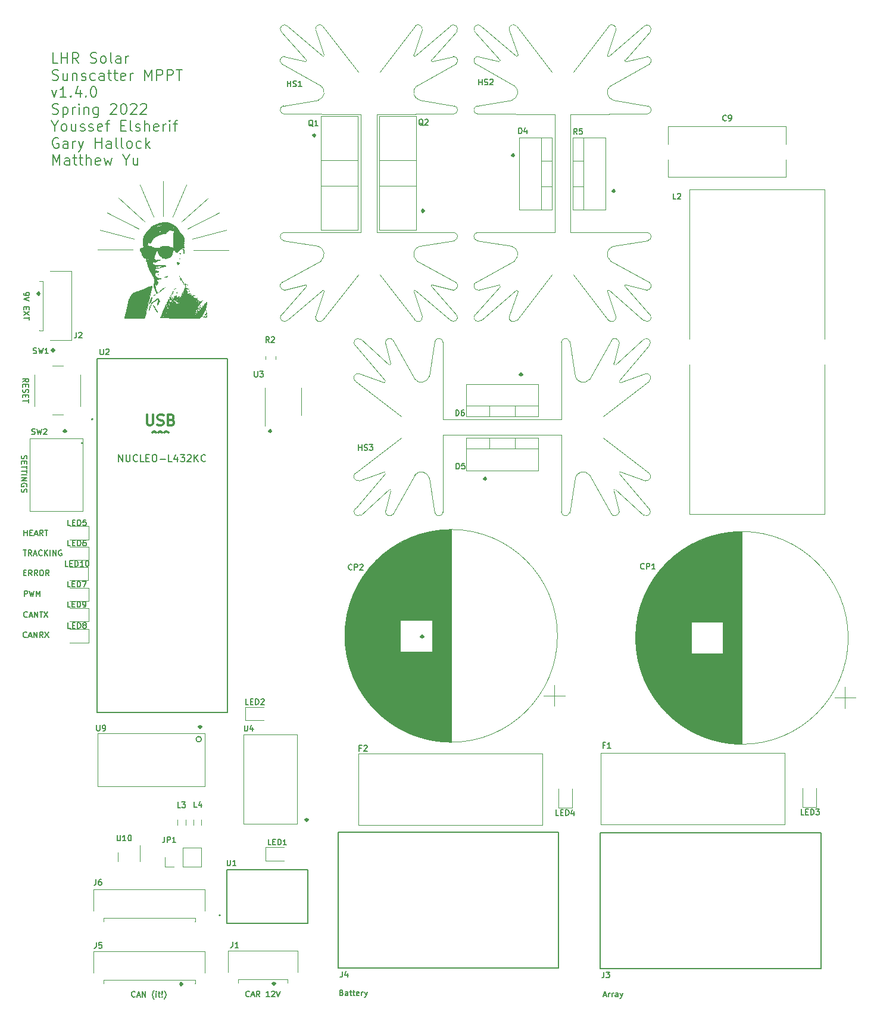
<source format=gbr>
%TF.GenerationSoftware,KiCad,Pcbnew,(6.0.1)*%
%TF.CreationDate,2022-02-10T23:56:55-06:00*%
%TF.ProjectId,MPPT,4d505054-2e6b-4696-9361-645f70636258,1.3.0*%
%TF.SameCoordinates,Original*%
%TF.FileFunction,Legend,Top*%
%TF.FilePolarity,Positive*%
%FSLAX46Y46*%
G04 Gerber Fmt 4.6, Leading zero omitted, Abs format (unit mm)*
G04 Created by KiCad (PCBNEW (6.0.1)) date 2022-02-10 23:56:55*
%MOMM*%
%LPD*%
G01*
G04 APERTURE LIST*
%ADD10C,0.120000*%
%ADD11C,0.150000*%
%ADD12C,0.300000*%
%ADD13C,0.200000*%
%ADD14C,0.127000*%
%ADD15C,0.010000*%
%ADD16C,0.152400*%
G04 APERTURE END LIST*
D10*
X39602932Y-50617643D02*
X41582932Y-46022643D01*
X29290432Y-52457643D02*
X34145432Y-53702643D01*
X31945432Y-47892643D02*
X35650432Y-51247643D01*
X30332932Y-49985143D02*
X34772932Y-52285143D01*
X41752932Y-52315143D02*
X46192932Y-50015143D01*
X42567932Y-55315143D02*
X47582932Y-55315143D01*
X28942932Y-55285143D02*
X33957932Y-55285143D01*
X38232932Y-45515143D02*
X38267932Y-50525143D01*
X42380432Y-53732643D02*
X47235432Y-52487643D01*
X40875432Y-51277643D02*
X44580432Y-47922643D01*
X34942932Y-45992643D02*
X36922932Y-50587643D01*
D11*
X34283095Y-161390714D02*
X34245000Y-161428809D01*
X34130714Y-161466904D01*
X34054523Y-161466904D01*
X33940238Y-161428809D01*
X33864047Y-161352619D01*
X33825952Y-161276428D01*
X33787857Y-161124047D01*
X33787857Y-161009761D01*
X33825952Y-160857380D01*
X33864047Y-160781190D01*
X33940238Y-160705000D01*
X34054523Y-160666904D01*
X34130714Y-160666904D01*
X34245000Y-160705000D01*
X34283095Y-160743095D01*
X34587857Y-161238333D02*
X34968809Y-161238333D01*
X34511666Y-161466904D02*
X34778333Y-160666904D01*
X35045000Y-161466904D01*
X35311666Y-161466904D02*
X35311666Y-160666904D01*
X35768809Y-161466904D01*
X35768809Y-160666904D01*
X36987857Y-161771666D02*
X36949761Y-161733571D01*
X36873571Y-161619285D01*
X36835476Y-161543095D01*
X36797380Y-161428809D01*
X36759285Y-161238333D01*
X36759285Y-161085952D01*
X36797380Y-160895476D01*
X36835476Y-160781190D01*
X36873571Y-160705000D01*
X36949761Y-160590714D01*
X36987857Y-160552619D01*
X37292619Y-161466904D02*
X37292619Y-160933571D01*
X37292619Y-160666904D02*
X37254523Y-160705000D01*
X37292619Y-160743095D01*
X37330714Y-160705000D01*
X37292619Y-160666904D01*
X37292619Y-160743095D01*
X37559285Y-160933571D02*
X37864047Y-160933571D01*
X37673571Y-160666904D02*
X37673571Y-161352619D01*
X37711666Y-161428809D01*
X37787857Y-161466904D01*
X37864047Y-161466904D01*
X38130714Y-161390714D02*
X38168809Y-161428809D01*
X38130714Y-161466904D01*
X38092619Y-161428809D01*
X38130714Y-161390714D01*
X38130714Y-161466904D01*
X38130714Y-161162142D02*
X38092619Y-160705000D01*
X38130714Y-160666904D01*
X38168809Y-160705000D01*
X38130714Y-161162142D01*
X38130714Y-160666904D01*
X38435476Y-161771666D02*
X38473571Y-161733571D01*
X38549761Y-161619285D01*
X38587857Y-161543095D01*
X38625952Y-161428809D01*
X38664047Y-161238333D01*
X38664047Y-161085952D01*
X38625952Y-160895476D01*
X38587857Y-160781190D01*
X38549761Y-160705000D01*
X38473571Y-160590714D01*
X38435476Y-160552619D01*
D12*
X89145000Y-72841428D02*
X89287857Y-72984285D01*
X89145000Y-73127142D01*
X89002142Y-72984285D01*
X89145000Y-72841428D01*
X89145000Y-73127142D01*
D11*
X18955000Y-107445714D02*
X18916904Y-107483809D01*
X18802619Y-107521904D01*
X18726428Y-107521904D01*
X18612142Y-107483809D01*
X18535952Y-107407619D01*
X18497857Y-107331428D01*
X18459761Y-107179047D01*
X18459761Y-107064761D01*
X18497857Y-106912380D01*
X18535952Y-106836190D01*
X18612142Y-106760000D01*
X18726428Y-106721904D01*
X18802619Y-106721904D01*
X18916904Y-106760000D01*
X18955000Y-106798095D01*
X19259761Y-107293333D02*
X19640714Y-107293333D01*
X19183571Y-107521904D02*
X19450238Y-106721904D01*
X19716904Y-107521904D01*
X19983571Y-107521904D02*
X19983571Y-106721904D01*
X20440714Y-107521904D01*
X20440714Y-106721904D01*
X20707380Y-106721904D02*
X21164523Y-106721904D01*
X20935952Y-107521904D02*
X20935952Y-106721904D01*
X21355000Y-106721904D02*
X21888333Y-107521904D01*
X21888333Y-106721904D02*
X21355000Y-107521904D01*
X18156190Y-84534523D02*
X18118095Y-84648809D01*
X18118095Y-84839285D01*
X18156190Y-84915476D01*
X18194285Y-84953571D01*
X18270476Y-84991666D01*
X18346666Y-84991666D01*
X18422857Y-84953571D01*
X18460952Y-84915476D01*
X18499047Y-84839285D01*
X18537142Y-84686904D01*
X18575238Y-84610714D01*
X18613333Y-84572619D01*
X18689523Y-84534523D01*
X18765714Y-84534523D01*
X18841904Y-84572619D01*
X18880000Y-84610714D01*
X18918095Y-84686904D01*
X18918095Y-84877380D01*
X18880000Y-84991666D01*
X18537142Y-85334523D02*
X18537142Y-85601190D01*
X18118095Y-85715476D02*
X18118095Y-85334523D01*
X18918095Y-85334523D01*
X18918095Y-85715476D01*
X18918095Y-85944047D02*
X18918095Y-86401190D01*
X18118095Y-86172619D02*
X18918095Y-86172619D01*
X18918095Y-86553571D02*
X18918095Y-87010714D01*
X18118095Y-86782142D02*
X18918095Y-86782142D01*
X18118095Y-87277380D02*
X18918095Y-87277380D01*
X18118095Y-87658333D02*
X18918095Y-87658333D01*
X18118095Y-88115476D01*
X18918095Y-88115476D01*
X18880000Y-88915476D02*
X18918095Y-88839285D01*
X18918095Y-88725000D01*
X18880000Y-88610714D01*
X18803809Y-88534523D01*
X18727619Y-88496428D01*
X18575238Y-88458333D01*
X18460952Y-88458333D01*
X18308571Y-88496428D01*
X18232380Y-88534523D01*
X18156190Y-88610714D01*
X18118095Y-88725000D01*
X18118095Y-88801190D01*
X18156190Y-88915476D01*
X18194285Y-88953571D01*
X18460952Y-88953571D01*
X18460952Y-88801190D01*
X18156190Y-89258333D02*
X18118095Y-89372619D01*
X18118095Y-89563095D01*
X18156190Y-89639285D01*
X18194285Y-89677380D01*
X18270476Y-89715476D01*
X18346666Y-89715476D01*
X18422857Y-89677380D01*
X18460952Y-89639285D01*
X18499047Y-89563095D01*
X18537142Y-89410714D01*
X18575238Y-89334523D01*
X18613333Y-89296428D01*
X18689523Y-89258333D01*
X18765714Y-89258333D01*
X18841904Y-89296428D01*
X18880000Y-89334523D01*
X18918095Y-89410714D01*
X18918095Y-89601190D01*
X18880000Y-89715476D01*
D12*
X75090000Y-110102428D02*
X75232857Y-110245285D01*
X75090000Y-110388142D01*
X74947142Y-110245285D01*
X75090000Y-110102428D01*
X75090000Y-110388142D01*
X58690000Y-136151428D02*
X58832857Y-136294285D01*
X58690000Y-136437142D01*
X58547142Y-136294285D01*
X58690000Y-136151428D01*
X58690000Y-136437142D01*
D11*
X18486904Y-95916904D02*
X18486904Y-95116904D01*
X18486904Y-95497857D02*
X18944047Y-95497857D01*
X18944047Y-95916904D02*
X18944047Y-95116904D01*
X19325000Y-95497857D02*
X19591666Y-95497857D01*
X19705952Y-95916904D02*
X19325000Y-95916904D01*
X19325000Y-95116904D01*
X19705952Y-95116904D01*
X20010714Y-95688333D02*
X20391666Y-95688333D01*
X19934523Y-95916904D02*
X20201190Y-95116904D01*
X20467857Y-95916904D01*
X21191666Y-95916904D02*
X20925000Y-95535952D01*
X20734523Y-95916904D02*
X20734523Y-95116904D01*
X21039285Y-95116904D01*
X21115476Y-95155000D01*
X21153571Y-95193095D01*
X21191666Y-95269285D01*
X21191666Y-95383571D01*
X21153571Y-95459761D01*
X21115476Y-95497857D01*
X21039285Y-95535952D01*
X20734523Y-95535952D01*
X21420238Y-95116904D02*
X21877380Y-95116904D01*
X21648809Y-95916904D02*
X21648809Y-95116904D01*
D12*
X22615000Y-69416428D02*
X22757857Y-69559285D01*
X22615000Y-69702142D01*
X22472142Y-69559285D01*
X22615000Y-69416428D01*
X22615000Y-69702142D01*
X59755000Y-38866428D02*
X59897857Y-39009285D01*
X59755000Y-39152142D01*
X59612142Y-39009285D01*
X59755000Y-38866428D01*
X59755000Y-39152142D01*
X75215000Y-49601428D02*
X75357857Y-49744285D01*
X75215000Y-49887142D01*
X75072142Y-49744285D01*
X75215000Y-49601428D01*
X75215000Y-49887142D01*
D11*
X100887619Y-161208333D02*
X101268571Y-161208333D01*
X100811428Y-161436904D02*
X101078095Y-160636904D01*
X101344761Y-161436904D01*
X101611428Y-161436904D02*
X101611428Y-160903571D01*
X101611428Y-161055952D02*
X101649523Y-160979761D01*
X101687619Y-160941666D01*
X101763809Y-160903571D01*
X101840000Y-160903571D01*
X102106666Y-161436904D02*
X102106666Y-160903571D01*
X102106666Y-161055952D02*
X102144761Y-160979761D01*
X102182857Y-160941666D01*
X102259047Y-160903571D01*
X102335238Y-160903571D01*
X102944761Y-161436904D02*
X102944761Y-161017857D01*
X102906666Y-160941666D01*
X102830476Y-160903571D01*
X102678095Y-160903571D01*
X102601904Y-160941666D01*
X102944761Y-161398809D02*
X102868571Y-161436904D01*
X102678095Y-161436904D01*
X102601904Y-161398809D01*
X102563809Y-161322619D01*
X102563809Y-161246428D01*
X102601904Y-161170238D01*
X102678095Y-161132142D01*
X102868571Y-161132142D01*
X102944761Y-161094047D01*
X103249523Y-160903571D02*
X103440000Y-161436904D01*
X103630476Y-160903571D02*
X103440000Y-161436904D01*
X103363809Y-161627380D01*
X103325714Y-161665476D01*
X103249523Y-161703571D01*
X18859761Y-110325714D02*
X18821666Y-110363809D01*
X18707380Y-110401904D01*
X18631190Y-110401904D01*
X18516904Y-110363809D01*
X18440714Y-110287619D01*
X18402619Y-110211428D01*
X18364523Y-110059047D01*
X18364523Y-109944761D01*
X18402619Y-109792380D01*
X18440714Y-109716190D01*
X18516904Y-109640000D01*
X18631190Y-109601904D01*
X18707380Y-109601904D01*
X18821666Y-109640000D01*
X18859761Y-109678095D01*
X19164523Y-110173333D02*
X19545476Y-110173333D01*
X19088333Y-110401904D02*
X19355000Y-109601904D01*
X19621666Y-110401904D01*
X19888333Y-110401904D02*
X19888333Y-109601904D01*
X20345476Y-110401904D01*
X20345476Y-109601904D01*
X21183571Y-110401904D02*
X20916904Y-110020952D01*
X20726428Y-110401904D02*
X20726428Y-109601904D01*
X21031190Y-109601904D01*
X21107380Y-109640000D01*
X21145476Y-109678095D01*
X21183571Y-109754285D01*
X21183571Y-109868571D01*
X21145476Y-109944761D01*
X21107380Y-109982857D01*
X21031190Y-110020952D01*
X20726428Y-110020952D01*
X21450238Y-109601904D02*
X21983571Y-110401904D01*
X21983571Y-109601904D02*
X21450238Y-110401904D01*
D12*
X24300000Y-80906428D02*
X24442857Y-81049285D01*
X24300000Y-81192142D01*
X24157142Y-81049285D01*
X24300000Y-80906428D01*
X24300000Y-81192142D01*
D11*
X18526190Y-104531904D02*
X18526190Y-103731904D01*
X18830952Y-103731904D01*
X18907142Y-103770000D01*
X18945238Y-103808095D01*
X18983333Y-103884285D01*
X18983333Y-103998571D01*
X18945238Y-104074761D01*
X18907142Y-104112857D01*
X18830952Y-104150952D01*
X18526190Y-104150952D01*
X19250000Y-103731904D02*
X19440476Y-104531904D01*
X19592857Y-103960476D01*
X19745238Y-104531904D01*
X19935714Y-103731904D01*
X20240476Y-104531904D02*
X20240476Y-103731904D01*
X20507142Y-104303333D01*
X20773809Y-103731904D01*
X20773809Y-104531904D01*
X18379047Y-97941904D02*
X18836190Y-97941904D01*
X18607619Y-98741904D02*
X18607619Y-97941904D01*
X19560000Y-98741904D02*
X19293333Y-98360952D01*
X19102857Y-98741904D02*
X19102857Y-97941904D01*
X19407619Y-97941904D01*
X19483809Y-97980000D01*
X19521904Y-98018095D01*
X19560000Y-98094285D01*
X19560000Y-98208571D01*
X19521904Y-98284761D01*
X19483809Y-98322857D01*
X19407619Y-98360952D01*
X19102857Y-98360952D01*
X19864761Y-98513333D02*
X20245714Y-98513333D01*
X19788571Y-98741904D02*
X20055238Y-97941904D01*
X20321904Y-98741904D01*
X21045714Y-98665714D02*
X21007619Y-98703809D01*
X20893333Y-98741904D01*
X20817142Y-98741904D01*
X20702857Y-98703809D01*
X20626666Y-98627619D01*
X20588571Y-98551428D01*
X20550476Y-98399047D01*
X20550476Y-98284761D01*
X20588571Y-98132380D01*
X20626666Y-98056190D01*
X20702857Y-97980000D01*
X20817142Y-97941904D01*
X20893333Y-97941904D01*
X21007619Y-97980000D01*
X21045714Y-98018095D01*
X21388571Y-98741904D02*
X21388571Y-97941904D01*
X21845714Y-98741904D02*
X21502857Y-98284761D01*
X21845714Y-97941904D02*
X21388571Y-98399047D01*
X22188571Y-98741904D02*
X22188571Y-97941904D01*
X22569523Y-98741904D02*
X22569523Y-97941904D01*
X23026666Y-98741904D01*
X23026666Y-97941904D01*
X23826666Y-97980000D02*
X23750476Y-97941904D01*
X23636190Y-97941904D01*
X23521904Y-97980000D01*
X23445714Y-98056190D01*
X23407619Y-98132380D01*
X23369523Y-98284761D01*
X23369523Y-98399047D01*
X23407619Y-98551428D01*
X23445714Y-98627619D01*
X23521904Y-98703809D01*
X23636190Y-98741904D01*
X23712380Y-98741904D01*
X23826666Y-98703809D01*
X23864761Y-98665714D01*
X23864761Y-98399047D01*
X23712380Y-98399047D01*
D12*
X53480000Y-80901428D02*
X53622857Y-81044285D01*
X53480000Y-81187142D01*
X53337142Y-81044285D01*
X53480000Y-80901428D01*
X53480000Y-81187142D01*
X84035000Y-87666428D02*
X84177857Y-87809285D01*
X84035000Y-87952142D01*
X83892142Y-87809285D01*
X84035000Y-87666428D01*
X84035000Y-87952142D01*
X102330000Y-46766428D02*
X102472857Y-46909285D01*
X102330000Y-47052142D01*
X102187142Y-46909285D01*
X102330000Y-46766428D01*
X102330000Y-47052142D01*
X88035000Y-41691428D02*
X88177857Y-41834285D01*
X88035000Y-41977142D01*
X87892142Y-41834285D01*
X88035000Y-41691428D01*
X88035000Y-41977142D01*
D13*
X23296428Y-28743571D02*
X22582142Y-28743571D01*
X22582142Y-27243571D01*
X23796428Y-28743571D02*
X23796428Y-27243571D01*
X23796428Y-27957857D02*
X24653571Y-27957857D01*
X24653571Y-28743571D02*
X24653571Y-27243571D01*
X26225000Y-28743571D02*
X25725000Y-28029285D01*
X25367857Y-28743571D02*
X25367857Y-27243571D01*
X25939285Y-27243571D01*
X26082142Y-27315000D01*
X26153571Y-27386428D01*
X26225000Y-27529285D01*
X26225000Y-27743571D01*
X26153571Y-27886428D01*
X26082142Y-27957857D01*
X25939285Y-28029285D01*
X25367857Y-28029285D01*
X27939285Y-28672142D02*
X28153571Y-28743571D01*
X28510714Y-28743571D01*
X28653571Y-28672142D01*
X28725000Y-28600714D01*
X28796428Y-28457857D01*
X28796428Y-28315000D01*
X28725000Y-28172142D01*
X28653571Y-28100714D01*
X28510714Y-28029285D01*
X28225000Y-27957857D01*
X28082142Y-27886428D01*
X28010714Y-27815000D01*
X27939285Y-27672142D01*
X27939285Y-27529285D01*
X28010714Y-27386428D01*
X28082142Y-27315000D01*
X28225000Y-27243571D01*
X28582142Y-27243571D01*
X28796428Y-27315000D01*
X29653571Y-28743571D02*
X29510714Y-28672142D01*
X29439285Y-28600714D01*
X29367857Y-28457857D01*
X29367857Y-28029285D01*
X29439285Y-27886428D01*
X29510714Y-27815000D01*
X29653571Y-27743571D01*
X29867857Y-27743571D01*
X30010714Y-27815000D01*
X30082142Y-27886428D01*
X30153571Y-28029285D01*
X30153571Y-28457857D01*
X30082142Y-28600714D01*
X30010714Y-28672142D01*
X29867857Y-28743571D01*
X29653571Y-28743571D01*
X31010714Y-28743571D02*
X30867857Y-28672142D01*
X30796428Y-28529285D01*
X30796428Y-27243571D01*
X32225000Y-28743571D02*
X32225000Y-27957857D01*
X32153571Y-27815000D01*
X32010714Y-27743571D01*
X31725000Y-27743571D01*
X31582142Y-27815000D01*
X32225000Y-28672142D02*
X32082142Y-28743571D01*
X31725000Y-28743571D01*
X31582142Y-28672142D01*
X31510714Y-28529285D01*
X31510714Y-28386428D01*
X31582142Y-28243571D01*
X31725000Y-28172142D01*
X32082142Y-28172142D01*
X32225000Y-28100714D01*
X32939285Y-28743571D02*
X32939285Y-27743571D01*
X32939285Y-28029285D02*
X33010714Y-27886428D01*
X33082142Y-27815000D01*
X33225000Y-27743571D01*
X33367857Y-27743571D01*
X22510714Y-31087142D02*
X22725000Y-31158571D01*
X23082142Y-31158571D01*
X23225000Y-31087142D01*
X23296428Y-31015714D01*
X23367857Y-30872857D01*
X23367857Y-30730000D01*
X23296428Y-30587142D01*
X23225000Y-30515714D01*
X23082142Y-30444285D01*
X22796428Y-30372857D01*
X22653571Y-30301428D01*
X22582142Y-30230000D01*
X22510714Y-30087142D01*
X22510714Y-29944285D01*
X22582142Y-29801428D01*
X22653571Y-29730000D01*
X22796428Y-29658571D01*
X23153571Y-29658571D01*
X23367857Y-29730000D01*
X24653571Y-30158571D02*
X24653571Y-31158571D01*
X24010714Y-30158571D02*
X24010714Y-30944285D01*
X24082142Y-31087142D01*
X24225000Y-31158571D01*
X24439285Y-31158571D01*
X24582142Y-31087142D01*
X24653571Y-31015714D01*
X25367857Y-30158571D02*
X25367857Y-31158571D01*
X25367857Y-30301428D02*
X25439285Y-30230000D01*
X25582142Y-30158571D01*
X25796428Y-30158571D01*
X25939285Y-30230000D01*
X26010714Y-30372857D01*
X26010714Y-31158571D01*
X26653571Y-31087142D02*
X26796428Y-31158571D01*
X27082142Y-31158571D01*
X27225000Y-31087142D01*
X27296428Y-30944285D01*
X27296428Y-30872857D01*
X27225000Y-30730000D01*
X27082142Y-30658571D01*
X26867857Y-30658571D01*
X26725000Y-30587142D01*
X26653571Y-30444285D01*
X26653571Y-30372857D01*
X26725000Y-30230000D01*
X26867857Y-30158571D01*
X27082142Y-30158571D01*
X27225000Y-30230000D01*
X28582142Y-31087142D02*
X28439285Y-31158571D01*
X28153571Y-31158571D01*
X28010714Y-31087142D01*
X27939285Y-31015714D01*
X27867857Y-30872857D01*
X27867857Y-30444285D01*
X27939285Y-30301428D01*
X28010714Y-30230000D01*
X28153571Y-30158571D01*
X28439285Y-30158571D01*
X28582142Y-30230000D01*
X29867857Y-31158571D02*
X29867857Y-30372857D01*
X29796428Y-30230000D01*
X29653571Y-30158571D01*
X29367857Y-30158571D01*
X29225000Y-30230000D01*
X29867857Y-31087142D02*
X29725000Y-31158571D01*
X29367857Y-31158571D01*
X29225000Y-31087142D01*
X29153571Y-30944285D01*
X29153571Y-30801428D01*
X29225000Y-30658571D01*
X29367857Y-30587142D01*
X29725000Y-30587142D01*
X29867857Y-30515714D01*
X30367857Y-30158571D02*
X30939285Y-30158571D01*
X30582142Y-29658571D02*
X30582142Y-30944285D01*
X30653571Y-31087142D01*
X30796428Y-31158571D01*
X30939285Y-31158571D01*
X31225000Y-30158571D02*
X31796428Y-30158571D01*
X31439285Y-29658571D02*
X31439285Y-30944285D01*
X31510714Y-31087142D01*
X31653571Y-31158571D01*
X31796428Y-31158571D01*
X32867857Y-31087142D02*
X32725000Y-31158571D01*
X32439285Y-31158571D01*
X32296428Y-31087142D01*
X32225000Y-30944285D01*
X32225000Y-30372857D01*
X32296428Y-30230000D01*
X32439285Y-30158571D01*
X32725000Y-30158571D01*
X32867857Y-30230000D01*
X32939285Y-30372857D01*
X32939285Y-30515714D01*
X32225000Y-30658571D01*
X33582142Y-31158571D02*
X33582142Y-30158571D01*
X33582142Y-30444285D02*
X33653571Y-30301428D01*
X33725000Y-30230000D01*
X33867857Y-30158571D01*
X34010714Y-30158571D01*
X35653571Y-31158571D02*
X35653571Y-29658571D01*
X36153571Y-30730000D01*
X36653571Y-29658571D01*
X36653571Y-31158571D01*
X37367857Y-31158571D02*
X37367857Y-29658571D01*
X37939285Y-29658571D01*
X38082142Y-29730000D01*
X38153571Y-29801428D01*
X38225000Y-29944285D01*
X38225000Y-30158571D01*
X38153571Y-30301428D01*
X38082142Y-30372857D01*
X37939285Y-30444285D01*
X37367857Y-30444285D01*
X38867857Y-31158571D02*
X38867857Y-29658571D01*
X39439285Y-29658571D01*
X39582142Y-29730000D01*
X39653571Y-29801428D01*
X39725000Y-29944285D01*
X39725000Y-30158571D01*
X39653571Y-30301428D01*
X39582142Y-30372857D01*
X39439285Y-30444285D01*
X38867857Y-30444285D01*
X40153571Y-29658571D02*
X41010714Y-29658571D01*
X40582142Y-31158571D02*
X40582142Y-29658571D01*
X22439285Y-32573571D02*
X22796428Y-33573571D01*
X23153571Y-32573571D01*
X24510714Y-33573571D02*
X23653571Y-33573571D01*
X24082142Y-33573571D02*
X24082142Y-32073571D01*
X23939285Y-32287857D01*
X23796428Y-32430714D01*
X23653571Y-32502142D01*
X25153571Y-33430714D02*
X25225000Y-33502142D01*
X25153571Y-33573571D01*
X25082142Y-33502142D01*
X25153571Y-33430714D01*
X25153571Y-33573571D01*
X26510714Y-32573571D02*
X26510714Y-33573571D01*
X26153571Y-32002142D02*
X25796428Y-33073571D01*
X26725000Y-33073571D01*
X27296428Y-33430714D02*
X27367857Y-33502142D01*
X27296428Y-33573571D01*
X27225000Y-33502142D01*
X27296428Y-33430714D01*
X27296428Y-33573571D01*
X28296428Y-32073571D02*
X28439285Y-32073571D01*
X28582142Y-32145000D01*
X28653571Y-32216428D01*
X28725000Y-32359285D01*
X28796428Y-32645000D01*
X28796428Y-33002142D01*
X28725000Y-33287857D01*
X28653571Y-33430714D01*
X28582142Y-33502142D01*
X28439285Y-33573571D01*
X28296428Y-33573571D01*
X28153571Y-33502142D01*
X28082142Y-33430714D01*
X28010714Y-33287857D01*
X27939285Y-33002142D01*
X27939285Y-32645000D01*
X28010714Y-32359285D01*
X28082142Y-32216428D01*
X28153571Y-32145000D01*
X28296428Y-32073571D01*
X22510714Y-35917142D02*
X22725000Y-35988571D01*
X23082142Y-35988571D01*
X23225000Y-35917142D01*
X23296428Y-35845714D01*
X23367857Y-35702857D01*
X23367857Y-35560000D01*
X23296428Y-35417142D01*
X23225000Y-35345714D01*
X23082142Y-35274285D01*
X22796428Y-35202857D01*
X22653571Y-35131428D01*
X22582142Y-35060000D01*
X22510714Y-34917142D01*
X22510714Y-34774285D01*
X22582142Y-34631428D01*
X22653571Y-34560000D01*
X22796428Y-34488571D01*
X23153571Y-34488571D01*
X23367857Y-34560000D01*
X24010714Y-34988571D02*
X24010714Y-36488571D01*
X24010714Y-35060000D02*
X24153571Y-34988571D01*
X24439285Y-34988571D01*
X24582142Y-35060000D01*
X24653571Y-35131428D01*
X24725000Y-35274285D01*
X24725000Y-35702857D01*
X24653571Y-35845714D01*
X24582142Y-35917142D01*
X24439285Y-35988571D01*
X24153571Y-35988571D01*
X24010714Y-35917142D01*
X25367857Y-35988571D02*
X25367857Y-34988571D01*
X25367857Y-35274285D02*
X25439285Y-35131428D01*
X25510714Y-35060000D01*
X25653571Y-34988571D01*
X25796428Y-34988571D01*
X26296428Y-35988571D02*
X26296428Y-34988571D01*
X26296428Y-34488571D02*
X26225000Y-34560000D01*
X26296428Y-34631428D01*
X26367857Y-34560000D01*
X26296428Y-34488571D01*
X26296428Y-34631428D01*
X27010714Y-34988571D02*
X27010714Y-35988571D01*
X27010714Y-35131428D02*
X27082142Y-35060000D01*
X27225000Y-34988571D01*
X27439285Y-34988571D01*
X27582142Y-35060000D01*
X27653571Y-35202857D01*
X27653571Y-35988571D01*
X29010714Y-34988571D02*
X29010714Y-36202857D01*
X28939285Y-36345714D01*
X28867857Y-36417142D01*
X28725000Y-36488571D01*
X28510714Y-36488571D01*
X28367857Y-36417142D01*
X29010714Y-35917142D02*
X28867857Y-35988571D01*
X28582142Y-35988571D01*
X28439285Y-35917142D01*
X28367857Y-35845714D01*
X28296428Y-35702857D01*
X28296428Y-35274285D01*
X28367857Y-35131428D01*
X28439285Y-35060000D01*
X28582142Y-34988571D01*
X28867857Y-34988571D01*
X29010714Y-35060000D01*
X30796428Y-34631428D02*
X30867857Y-34560000D01*
X31010714Y-34488571D01*
X31367857Y-34488571D01*
X31510714Y-34560000D01*
X31582142Y-34631428D01*
X31653571Y-34774285D01*
X31653571Y-34917142D01*
X31582142Y-35131428D01*
X30725000Y-35988571D01*
X31653571Y-35988571D01*
X32582142Y-34488571D02*
X32725000Y-34488571D01*
X32867857Y-34560000D01*
X32939285Y-34631428D01*
X33010714Y-34774285D01*
X33082142Y-35060000D01*
X33082142Y-35417142D01*
X33010714Y-35702857D01*
X32939285Y-35845714D01*
X32867857Y-35917142D01*
X32725000Y-35988571D01*
X32582142Y-35988571D01*
X32439285Y-35917142D01*
X32367857Y-35845714D01*
X32296428Y-35702857D01*
X32225000Y-35417142D01*
X32225000Y-35060000D01*
X32296428Y-34774285D01*
X32367857Y-34631428D01*
X32439285Y-34560000D01*
X32582142Y-34488571D01*
X33653571Y-34631428D02*
X33725000Y-34560000D01*
X33867857Y-34488571D01*
X34225000Y-34488571D01*
X34367857Y-34560000D01*
X34439285Y-34631428D01*
X34510714Y-34774285D01*
X34510714Y-34917142D01*
X34439285Y-35131428D01*
X33582142Y-35988571D01*
X34510714Y-35988571D01*
X35082142Y-34631428D02*
X35153571Y-34560000D01*
X35296428Y-34488571D01*
X35653571Y-34488571D01*
X35796428Y-34560000D01*
X35867857Y-34631428D01*
X35939285Y-34774285D01*
X35939285Y-34917142D01*
X35867857Y-35131428D01*
X35010714Y-35988571D01*
X35939285Y-35988571D01*
X22867857Y-37689285D02*
X22867857Y-38403571D01*
X22367857Y-36903571D02*
X22867857Y-37689285D01*
X23367857Y-36903571D01*
X24082142Y-38403571D02*
X23939285Y-38332142D01*
X23867857Y-38260714D01*
X23796428Y-38117857D01*
X23796428Y-37689285D01*
X23867857Y-37546428D01*
X23939285Y-37475000D01*
X24082142Y-37403571D01*
X24296428Y-37403571D01*
X24439285Y-37475000D01*
X24510714Y-37546428D01*
X24582142Y-37689285D01*
X24582142Y-38117857D01*
X24510714Y-38260714D01*
X24439285Y-38332142D01*
X24296428Y-38403571D01*
X24082142Y-38403571D01*
X25867857Y-37403571D02*
X25867857Y-38403571D01*
X25225000Y-37403571D02*
X25225000Y-38189285D01*
X25296428Y-38332142D01*
X25439285Y-38403571D01*
X25653571Y-38403571D01*
X25796428Y-38332142D01*
X25867857Y-38260714D01*
X26510714Y-38332142D02*
X26653571Y-38403571D01*
X26939285Y-38403571D01*
X27082142Y-38332142D01*
X27153571Y-38189285D01*
X27153571Y-38117857D01*
X27082142Y-37975000D01*
X26939285Y-37903571D01*
X26725000Y-37903571D01*
X26582142Y-37832142D01*
X26510714Y-37689285D01*
X26510714Y-37617857D01*
X26582142Y-37475000D01*
X26725000Y-37403571D01*
X26939285Y-37403571D01*
X27082142Y-37475000D01*
X27725000Y-38332142D02*
X27867857Y-38403571D01*
X28153571Y-38403571D01*
X28296428Y-38332142D01*
X28367857Y-38189285D01*
X28367857Y-38117857D01*
X28296428Y-37975000D01*
X28153571Y-37903571D01*
X27939285Y-37903571D01*
X27796428Y-37832142D01*
X27725000Y-37689285D01*
X27725000Y-37617857D01*
X27796428Y-37475000D01*
X27939285Y-37403571D01*
X28153571Y-37403571D01*
X28296428Y-37475000D01*
X29582142Y-38332142D02*
X29439285Y-38403571D01*
X29153571Y-38403571D01*
X29010714Y-38332142D01*
X28939285Y-38189285D01*
X28939285Y-37617857D01*
X29010714Y-37475000D01*
X29153571Y-37403571D01*
X29439285Y-37403571D01*
X29582142Y-37475000D01*
X29653571Y-37617857D01*
X29653571Y-37760714D01*
X28939285Y-37903571D01*
X30082142Y-37403571D02*
X30653571Y-37403571D01*
X30296428Y-38403571D02*
X30296428Y-37117857D01*
X30367857Y-36975000D01*
X30510714Y-36903571D01*
X30653571Y-36903571D01*
X32296428Y-37617857D02*
X32796428Y-37617857D01*
X33010714Y-38403571D02*
X32296428Y-38403571D01*
X32296428Y-36903571D01*
X33010714Y-36903571D01*
X33867857Y-38403571D02*
X33725000Y-38332142D01*
X33653571Y-38189285D01*
X33653571Y-36903571D01*
X34367857Y-38332142D02*
X34510714Y-38403571D01*
X34796428Y-38403571D01*
X34939285Y-38332142D01*
X35010714Y-38189285D01*
X35010714Y-38117857D01*
X34939285Y-37975000D01*
X34796428Y-37903571D01*
X34582142Y-37903571D01*
X34439285Y-37832142D01*
X34367857Y-37689285D01*
X34367857Y-37617857D01*
X34439285Y-37475000D01*
X34582142Y-37403571D01*
X34796428Y-37403571D01*
X34939285Y-37475000D01*
X35653571Y-38403571D02*
X35653571Y-36903571D01*
X36296428Y-38403571D02*
X36296428Y-37617857D01*
X36225000Y-37475000D01*
X36082142Y-37403571D01*
X35867857Y-37403571D01*
X35725000Y-37475000D01*
X35653571Y-37546428D01*
X37582142Y-38332142D02*
X37439285Y-38403571D01*
X37153571Y-38403571D01*
X37010714Y-38332142D01*
X36939285Y-38189285D01*
X36939285Y-37617857D01*
X37010714Y-37475000D01*
X37153571Y-37403571D01*
X37439285Y-37403571D01*
X37582142Y-37475000D01*
X37653571Y-37617857D01*
X37653571Y-37760714D01*
X36939285Y-37903571D01*
X38296428Y-38403571D02*
X38296428Y-37403571D01*
X38296428Y-37689285D02*
X38367857Y-37546428D01*
X38439285Y-37475000D01*
X38582142Y-37403571D01*
X38725000Y-37403571D01*
X39225000Y-38403571D02*
X39225000Y-37403571D01*
X39225000Y-36903571D02*
X39153571Y-36975000D01*
X39225000Y-37046428D01*
X39296428Y-36975000D01*
X39225000Y-36903571D01*
X39225000Y-37046428D01*
X39725000Y-37403571D02*
X40296428Y-37403571D01*
X39939285Y-38403571D02*
X39939285Y-37117857D01*
X40010714Y-36975000D01*
X40153571Y-36903571D01*
X40296428Y-36903571D01*
X23367857Y-39390000D02*
X23225000Y-39318571D01*
X23010714Y-39318571D01*
X22796428Y-39390000D01*
X22653571Y-39532857D01*
X22582142Y-39675714D01*
X22510714Y-39961428D01*
X22510714Y-40175714D01*
X22582142Y-40461428D01*
X22653571Y-40604285D01*
X22796428Y-40747142D01*
X23010714Y-40818571D01*
X23153571Y-40818571D01*
X23367857Y-40747142D01*
X23439285Y-40675714D01*
X23439285Y-40175714D01*
X23153571Y-40175714D01*
X24725000Y-40818571D02*
X24725000Y-40032857D01*
X24653571Y-39890000D01*
X24510714Y-39818571D01*
X24225000Y-39818571D01*
X24082142Y-39890000D01*
X24725000Y-40747142D02*
X24582142Y-40818571D01*
X24225000Y-40818571D01*
X24082142Y-40747142D01*
X24010714Y-40604285D01*
X24010714Y-40461428D01*
X24082142Y-40318571D01*
X24225000Y-40247142D01*
X24582142Y-40247142D01*
X24725000Y-40175714D01*
X25439285Y-40818571D02*
X25439285Y-39818571D01*
X25439285Y-40104285D02*
X25510714Y-39961428D01*
X25582142Y-39890000D01*
X25725000Y-39818571D01*
X25867857Y-39818571D01*
X26225000Y-39818571D02*
X26582142Y-40818571D01*
X26939285Y-39818571D02*
X26582142Y-40818571D01*
X26439285Y-41175714D01*
X26367857Y-41247142D01*
X26225000Y-41318571D01*
X28653571Y-40818571D02*
X28653571Y-39318571D01*
X28653571Y-40032857D02*
X29510714Y-40032857D01*
X29510714Y-40818571D02*
X29510714Y-39318571D01*
X30867857Y-40818571D02*
X30867857Y-40032857D01*
X30796428Y-39890000D01*
X30653571Y-39818571D01*
X30367857Y-39818571D01*
X30225000Y-39890000D01*
X30867857Y-40747142D02*
X30725000Y-40818571D01*
X30367857Y-40818571D01*
X30225000Y-40747142D01*
X30153571Y-40604285D01*
X30153571Y-40461428D01*
X30225000Y-40318571D01*
X30367857Y-40247142D01*
X30725000Y-40247142D01*
X30867857Y-40175714D01*
X31796428Y-40818571D02*
X31653571Y-40747142D01*
X31582142Y-40604285D01*
X31582142Y-39318571D01*
X32582142Y-40818571D02*
X32439285Y-40747142D01*
X32367857Y-40604285D01*
X32367857Y-39318571D01*
X33367857Y-40818571D02*
X33225000Y-40747142D01*
X33153571Y-40675714D01*
X33082142Y-40532857D01*
X33082142Y-40104285D01*
X33153571Y-39961428D01*
X33225000Y-39890000D01*
X33367857Y-39818571D01*
X33582142Y-39818571D01*
X33725000Y-39890000D01*
X33796428Y-39961428D01*
X33867857Y-40104285D01*
X33867857Y-40532857D01*
X33796428Y-40675714D01*
X33725000Y-40747142D01*
X33582142Y-40818571D01*
X33367857Y-40818571D01*
X35153571Y-40747142D02*
X35010714Y-40818571D01*
X34725000Y-40818571D01*
X34582142Y-40747142D01*
X34510714Y-40675714D01*
X34439285Y-40532857D01*
X34439285Y-40104285D01*
X34510714Y-39961428D01*
X34582142Y-39890000D01*
X34725000Y-39818571D01*
X35010714Y-39818571D01*
X35153571Y-39890000D01*
X35796428Y-40818571D02*
X35796428Y-39318571D01*
X35939285Y-40247142D02*
X36367857Y-40818571D01*
X36367857Y-39818571D02*
X35796428Y-40390000D01*
X22582142Y-43233571D02*
X22582142Y-41733571D01*
X23082142Y-42805000D01*
X23582142Y-41733571D01*
X23582142Y-43233571D01*
X24939285Y-43233571D02*
X24939285Y-42447857D01*
X24867857Y-42305000D01*
X24725000Y-42233571D01*
X24439285Y-42233571D01*
X24296428Y-42305000D01*
X24939285Y-43162142D02*
X24796428Y-43233571D01*
X24439285Y-43233571D01*
X24296428Y-43162142D01*
X24225000Y-43019285D01*
X24225000Y-42876428D01*
X24296428Y-42733571D01*
X24439285Y-42662142D01*
X24796428Y-42662142D01*
X24939285Y-42590714D01*
X25439285Y-42233571D02*
X26010714Y-42233571D01*
X25653571Y-41733571D02*
X25653571Y-43019285D01*
X25725000Y-43162142D01*
X25867857Y-43233571D01*
X26010714Y-43233571D01*
X26296428Y-42233571D02*
X26867857Y-42233571D01*
X26510714Y-41733571D02*
X26510714Y-43019285D01*
X26582142Y-43162142D01*
X26725000Y-43233571D01*
X26867857Y-43233571D01*
X27367857Y-43233571D02*
X27367857Y-41733571D01*
X28010714Y-43233571D02*
X28010714Y-42447857D01*
X27939285Y-42305000D01*
X27796428Y-42233571D01*
X27582142Y-42233571D01*
X27439285Y-42305000D01*
X27367857Y-42376428D01*
X29296428Y-43162142D02*
X29153571Y-43233571D01*
X28867857Y-43233571D01*
X28725000Y-43162142D01*
X28653571Y-43019285D01*
X28653571Y-42447857D01*
X28725000Y-42305000D01*
X28867857Y-42233571D01*
X29153571Y-42233571D01*
X29296428Y-42305000D01*
X29367857Y-42447857D01*
X29367857Y-42590714D01*
X28653571Y-42733571D01*
X29867857Y-42233571D02*
X30153571Y-43233571D01*
X30439285Y-42519285D01*
X30725000Y-43233571D01*
X31010714Y-42233571D01*
X33010714Y-42519285D02*
X33010714Y-43233571D01*
X32510714Y-41733571D02*
X33010714Y-42519285D01*
X33510714Y-41733571D01*
X34653571Y-42233571D02*
X34653571Y-43233571D01*
X34010714Y-42233571D02*
X34010714Y-43019285D01*
X34082142Y-43162142D01*
X34225000Y-43233571D01*
X34439285Y-43233571D01*
X34582142Y-43162142D01*
X34653571Y-43090714D01*
D12*
X43510000Y-122941428D02*
X43652857Y-123084285D01*
X43510000Y-123227142D01*
X43367142Y-123084285D01*
X43510000Y-122941428D01*
X43510000Y-123227142D01*
D11*
X31952759Y-85389670D02*
X31952759Y-84389670D01*
X32524188Y-85389670D01*
X32524188Y-84389670D01*
X33000378Y-84389670D02*
X33000378Y-85199194D01*
X33047997Y-85294432D01*
X33095617Y-85342051D01*
X33190855Y-85389670D01*
X33381331Y-85389670D01*
X33476569Y-85342051D01*
X33524188Y-85294432D01*
X33571807Y-85199194D01*
X33571807Y-84389670D01*
X34619426Y-85294432D02*
X34571807Y-85342051D01*
X34428950Y-85389670D01*
X34333712Y-85389670D01*
X34190855Y-85342051D01*
X34095617Y-85246813D01*
X34047997Y-85151575D01*
X34000378Y-84961099D01*
X34000378Y-84818242D01*
X34047997Y-84627766D01*
X34095617Y-84532528D01*
X34190855Y-84437290D01*
X34333712Y-84389670D01*
X34428950Y-84389670D01*
X34571807Y-84437290D01*
X34619426Y-84484909D01*
X35524188Y-85389670D02*
X35047997Y-85389670D01*
X35047997Y-84389670D01*
X35857521Y-84865861D02*
X36190855Y-84865861D01*
X36333712Y-85389670D02*
X35857521Y-85389670D01*
X35857521Y-84389670D01*
X36333712Y-84389670D01*
X36952759Y-84389670D02*
X37143236Y-84389670D01*
X37238474Y-84437290D01*
X37333712Y-84532528D01*
X37381331Y-84723004D01*
X37381331Y-85056337D01*
X37333712Y-85246813D01*
X37238474Y-85342051D01*
X37143236Y-85389670D01*
X36952759Y-85389670D01*
X36857521Y-85342051D01*
X36762283Y-85246813D01*
X36714664Y-85056337D01*
X36714664Y-84723004D01*
X36762283Y-84532528D01*
X36857521Y-84437290D01*
X36952759Y-84389670D01*
X37809902Y-85008718D02*
X38571807Y-85008718D01*
X39524188Y-85389670D02*
X39047997Y-85389670D01*
X39047997Y-84389670D01*
X40286093Y-84723004D02*
X40286093Y-85389670D01*
X40047997Y-84342051D02*
X39809902Y-85056337D01*
X40428950Y-85056337D01*
X40714664Y-84389670D02*
X41333712Y-84389670D01*
X41000378Y-84770623D01*
X41143236Y-84770623D01*
X41238474Y-84818242D01*
X41286093Y-84865861D01*
X41333712Y-84961099D01*
X41333712Y-85199194D01*
X41286093Y-85294432D01*
X41238474Y-85342051D01*
X41143236Y-85389670D01*
X40857521Y-85389670D01*
X40762283Y-85342051D01*
X40714664Y-85294432D01*
X41714664Y-84484909D02*
X41762283Y-84437290D01*
X41857521Y-84389670D01*
X42095617Y-84389670D01*
X42190855Y-84437290D01*
X42238474Y-84484909D01*
X42286093Y-84580147D01*
X42286093Y-84675385D01*
X42238474Y-84818242D01*
X41667045Y-85389670D01*
X42286093Y-85389670D01*
X42714664Y-85389670D02*
X42714664Y-84389670D01*
X43286093Y-85389670D02*
X42857521Y-84818242D01*
X43286093Y-84389670D02*
X42714664Y-84961099D01*
X44286093Y-85294432D02*
X44238474Y-85342051D01*
X44095617Y-85389670D01*
X44000378Y-85389670D01*
X43857521Y-85342051D01*
X43762283Y-85246813D01*
X43714664Y-85151575D01*
X43667045Y-84961099D01*
X43667045Y-84818242D01*
X43714664Y-84627766D01*
X43762283Y-84532528D01*
X43857521Y-84437290D01*
X44000378Y-84389670D01*
X44095617Y-84389670D01*
X44238474Y-84437290D01*
X44286093Y-84484909D01*
X63642857Y-160842857D02*
X63757142Y-160880952D01*
X63795238Y-160919047D01*
X63833333Y-160995238D01*
X63833333Y-161109523D01*
X63795238Y-161185714D01*
X63757142Y-161223809D01*
X63680952Y-161261904D01*
X63376190Y-161261904D01*
X63376190Y-160461904D01*
X63642857Y-160461904D01*
X63719047Y-160500000D01*
X63757142Y-160538095D01*
X63795238Y-160614285D01*
X63795238Y-160690476D01*
X63757142Y-160766666D01*
X63719047Y-160804761D01*
X63642857Y-160842857D01*
X63376190Y-160842857D01*
X64519047Y-161261904D02*
X64519047Y-160842857D01*
X64480952Y-160766666D01*
X64404761Y-160728571D01*
X64252380Y-160728571D01*
X64176190Y-160766666D01*
X64519047Y-161223809D02*
X64442857Y-161261904D01*
X64252380Y-161261904D01*
X64176190Y-161223809D01*
X64138095Y-161147619D01*
X64138095Y-161071428D01*
X64176190Y-160995238D01*
X64252380Y-160957142D01*
X64442857Y-160957142D01*
X64519047Y-160919047D01*
X64785714Y-160728571D02*
X65090476Y-160728571D01*
X64900000Y-160461904D02*
X64900000Y-161147619D01*
X64938095Y-161223809D01*
X65014285Y-161261904D01*
X65090476Y-161261904D01*
X65242857Y-160728571D02*
X65547619Y-160728571D01*
X65357142Y-160461904D02*
X65357142Y-161147619D01*
X65395238Y-161223809D01*
X65471428Y-161261904D01*
X65547619Y-161261904D01*
X66119047Y-161223809D02*
X66042857Y-161261904D01*
X65890476Y-161261904D01*
X65814285Y-161223809D01*
X65776190Y-161147619D01*
X65776190Y-160842857D01*
X65814285Y-160766666D01*
X65890476Y-160728571D01*
X66042857Y-160728571D01*
X66119047Y-160766666D01*
X66157142Y-160842857D01*
X66157142Y-160919047D01*
X65776190Y-160995238D01*
X66500000Y-161261904D02*
X66500000Y-160728571D01*
X66500000Y-160880952D02*
X66538095Y-160804761D01*
X66576190Y-160766666D01*
X66652380Y-160728571D01*
X66728571Y-160728571D01*
X66919047Y-160728571D02*
X67109523Y-161261904D01*
X67300000Y-160728571D02*
X67109523Y-161261904D01*
X67033333Y-161452380D01*
X66995238Y-161490476D01*
X66919047Y-161528571D01*
X18418095Y-61392380D02*
X18418095Y-61544761D01*
X18456190Y-61620952D01*
X18494285Y-61659047D01*
X18608571Y-61735238D01*
X18760952Y-61773333D01*
X19065714Y-61773333D01*
X19141904Y-61735238D01*
X19180000Y-61697142D01*
X19218095Y-61620952D01*
X19218095Y-61468571D01*
X19180000Y-61392380D01*
X19141904Y-61354285D01*
X19065714Y-61316190D01*
X18875238Y-61316190D01*
X18799047Y-61354285D01*
X18760952Y-61392380D01*
X18722857Y-61468571D01*
X18722857Y-61620952D01*
X18760952Y-61697142D01*
X18799047Y-61735238D01*
X18875238Y-61773333D01*
X19218095Y-62001904D02*
X18418095Y-62268571D01*
X19218095Y-62535238D01*
X18837142Y-63411428D02*
X18837142Y-63678095D01*
X18418095Y-63792380D02*
X18418095Y-63411428D01*
X19218095Y-63411428D01*
X19218095Y-63792380D01*
X19218095Y-64059047D02*
X18418095Y-64592380D01*
X19218095Y-64592380D02*
X18418095Y-64059047D01*
X19218095Y-64782857D02*
X19218095Y-65240000D01*
X18418095Y-65011428D02*
X19218095Y-65011428D01*
D12*
X35962142Y-78721071D02*
X35962142Y-79935357D01*
X36033571Y-80078214D01*
X36105000Y-80149642D01*
X36247857Y-80221071D01*
X36533571Y-80221071D01*
X36676428Y-80149642D01*
X36747857Y-80078214D01*
X36819285Y-79935357D01*
X36819285Y-78721071D01*
X37462142Y-80149642D02*
X37676428Y-80221071D01*
X38033571Y-80221071D01*
X38176428Y-80149642D01*
X38247857Y-80078214D01*
X38319285Y-79935357D01*
X38319285Y-79792500D01*
X38247857Y-79649642D01*
X38176428Y-79578214D01*
X38033571Y-79506785D01*
X37747857Y-79435357D01*
X37605000Y-79363928D01*
X37533571Y-79292500D01*
X37462142Y-79149642D01*
X37462142Y-79006785D01*
X37533571Y-78863928D01*
X37605000Y-78792500D01*
X37747857Y-78721071D01*
X38105000Y-78721071D01*
X38319285Y-78792500D01*
X39462142Y-79435357D02*
X39676428Y-79506785D01*
X39747857Y-79578214D01*
X39819285Y-79721071D01*
X39819285Y-79935357D01*
X39747857Y-80078214D01*
X39676428Y-80149642D01*
X39533571Y-80221071D01*
X38962142Y-80221071D01*
X38962142Y-78721071D01*
X39462142Y-78721071D01*
X39605000Y-78792500D01*
X39676428Y-78863928D01*
X39747857Y-79006785D01*
X39747857Y-79149642D01*
X39676428Y-79292500D01*
X39605000Y-79363928D01*
X39462142Y-79435357D01*
X38962142Y-79435357D01*
X36712142Y-81278928D02*
X36997857Y-81064642D01*
X37283571Y-81278928D01*
X37569285Y-81278928D02*
X37855000Y-81064642D01*
X38140714Y-81278928D01*
X38426428Y-81278928D02*
X38712142Y-81064642D01*
X38997857Y-81278928D01*
D11*
X18424523Y-101157857D02*
X18691190Y-101157857D01*
X18805476Y-101576904D02*
X18424523Y-101576904D01*
X18424523Y-100776904D01*
X18805476Y-100776904D01*
X19605476Y-101576904D02*
X19338809Y-101195952D01*
X19148333Y-101576904D02*
X19148333Y-100776904D01*
X19453095Y-100776904D01*
X19529285Y-100815000D01*
X19567380Y-100853095D01*
X19605476Y-100929285D01*
X19605476Y-101043571D01*
X19567380Y-101119761D01*
X19529285Y-101157857D01*
X19453095Y-101195952D01*
X19148333Y-101195952D01*
X20405476Y-101576904D02*
X20138809Y-101195952D01*
X19948333Y-101576904D02*
X19948333Y-100776904D01*
X20253095Y-100776904D01*
X20329285Y-100815000D01*
X20367380Y-100853095D01*
X20405476Y-100929285D01*
X20405476Y-101043571D01*
X20367380Y-101119761D01*
X20329285Y-101157857D01*
X20253095Y-101195952D01*
X19948333Y-101195952D01*
X20900714Y-100776904D02*
X21053095Y-100776904D01*
X21129285Y-100815000D01*
X21205476Y-100891190D01*
X21243571Y-101043571D01*
X21243571Y-101310238D01*
X21205476Y-101462619D01*
X21129285Y-101538809D01*
X21053095Y-101576904D01*
X20900714Y-101576904D01*
X20824523Y-101538809D01*
X20748333Y-101462619D01*
X20710238Y-101310238D01*
X20710238Y-101043571D01*
X20748333Y-100891190D01*
X20824523Y-100815000D01*
X20900714Y-100776904D01*
X22043571Y-101576904D02*
X21776904Y-101195952D01*
X21586428Y-101576904D02*
X21586428Y-100776904D01*
X21891190Y-100776904D01*
X21967380Y-100815000D01*
X22005476Y-100853095D01*
X22043571Y-100929285D01*
X22043571Y-101043571D01*
X22005476Y-101119761D01*
X21967380Y-101157857D01*
X21891190Y-101195952D01*
X21586428Y-101195952D01*
X18323095Y-74073095D02*
X18704047Y-73806428D01*
X18323095Y-73615952D02*
X19123095Y-73615952D01*
X19123095Y-73920714D01*
X19085000Y-73996904D01*
X19046904Y-74035000D01*
X18970714Y-74073095D01*
X18856428Y-74073095D01*
X18780238Y-74035000D01*
X18742142Y-73996904D01*
X18704047Y-73920714D01*
X18704047Y-73615952D01*
X18742142Y-74415952D02*
X18742142Y-74682619D01*
X18323095Y-74796904D02*
X18323095Y-74415952D01*
X19123095Y-74415952D01*
X19123095Y-74796904D01*
X18361190Y-75101666D02*
X18323095Y-75215952D01*
X18323095Y-75406428D01*
X18361190Y-75482619D01*
X18399285Y-75520714D01*
X18475476Y-75558809D01*
X18551666Y-75558809D01*
X18627857Y-75520714D01*
X18665952Y-75482619D01*
X18704047Y-75406428D01*
X18742142Y-75254047D01*
X18780238Y-75177857D01*
X18818333Y-75139761D01*
X18894523Y-75101666D01*
X18970714Y-75101666D01*
X19046904Y-75139761D01*
X19085000Y-75177857D01*
X19123095Y-75254047D01*
X19123095Y-75444523D01*
X19085000Y-75558809D01*
X18742142Y-75901666D02*
X18742142Y-76168333D01*
X18323095Y-76282619D02*
X18323095Y-75901666D01*
X19123095Y-75901666D01*
X19123095Y-76282619D01*
X19123095Y-76511190D02*
X19123095Y-76968333D01*
X18323095Y-76739761D02*
X19123095Y-76739761D01*
D12*
X112455000Y-110361428D02*
X112597857Y-110504285D01*
X112455000Y-110647142D01*
X112312142Y-110504285D01*
X112455000Y-110361428D01*
X112455000Y-110647142D01*
X54035000Y-159431428D02*
X54177857Y-159574285D01*
X54035000Y-159717142D01*
X53892142Y-159574285D01*
X54035000Y-159431428D01*
X54035000Y-159717142D01*
X40850000Y-159491428D02*
X40992857Y-159634285D01*
X40850000Y-159777142D01*
X40707142Y-159634285D01*
X40850000Y-159491428D01*
X40850000Y-159777142D01*
X20545000Y-61381428D02*
X20687857Y-61524285D01*
X20545000Y-61667142D01*
X20402142Y-61524285D01*
X20545000Y-61381428D01*
X20545000Y-61667142D01*
D11*
X50530238Y-161350714D02*
X50492142Y-161388809D01*
X50377857Y-161426904D01*
X50301666Y-161426904D01*
X50187380Y-161388809D01*
X50111190Y-161312619D01*
X50073095Y-161236428D01*
X50035000Y-161084047D01*
X50035000Y-160969761D01*
X50073095Y-160817380D01*
X50111190Y-160741190D01*
X50187380Y-160665000D01*
X50301666Y-160626904D01*
X50377857Y-160626904D01*
X50492142Y-160665000D01*
X50530238Y-160703095D01*
X50835000Y-161198333D02*
X51215952Y-161198333D01*
X50758809Y-161426904D02*
X51025476Y-160626904D01*
X51292142Y-161426904D01*
X52015952Y-161426904D02*
X51749285Y-161045952D01*
X51558809Y-161426904D02*
X51558809Y-160626904D01*
X51863571Y-160626904D01*
X51939761Y-160665000D01*
X51977857Y-160703095D01*
X52015952Y-160779285D01*
X52015952Y-160893571D01*
X51977857Y-160969761D01*
X51939761Y-161007857D01*
X51863571Y-161045952D01*
X51558809Y-161045952D01*
X53387380Y-161426904D02*
X52930238Y-161426904D01*
X53158809Y-161426904D02*
X53158809Y-160626904D01*
X53082619Y-160741190D01*
X53006428Y-160817380D01*
X52930238Y-160855476D01*
X53692142Y-160703095D02*
X53730238Y-160665000D01*
X53806428Y-160626904D01*
X53996904Y-160626904D01*
X54073095Y-160665000D01*
X54111190Y-160703095D01*
X54149285Y-160779285D01*
X54149285Y-160855476D01*
X54111190Y-160969761D01*
X53654047Y-161426904D01*
X54149285Y-161426904D01*
X54377857Y-160626904D02*
X54644523Y-161426904D01*
X54911190Y-160626904D01*
%TO.C,J2*%
X25943333Y-66986904D02*
X25943333Y-67558333D01*
X25905238Y-67672619D01*
X25829047Y-67748809D01*
X25714761Y-67786904D01*
X25638571Y-67786904D01*
X26286190Y-67063095D02*
X26324285Y-67025000D01*
X26400476Y-66986904D01*
X26590952Y-66986904D01*
X26667142Y-67025000D01*
X26705238Y-67063095D01*
X26743333Y-67139285D01*
X26743333Y-67215476D01*
X26705238Y-67329761D01*
X26248095Y-67786904D01*
X26743333Y-67786904D01*
%TO.C,J3*%
X100953333Y-157930904D02*
X100953333Y-158502333D01*
X100915238Y-158616619D01*
X100839047Y-158692809D01*
X100724761Y-158730904D01*
X100648571Y-158730904D01*
X101258095Y-157930904D02*
X101753333Y-157930904D01*
X101486666Y-158235666D01*
X101600952Y-158235666D01*
X101677142Y-158273761D01*
X101715238Y-158311857D01*
X101753333Y-158388047D01*
X101753333Y-158578523D01*
X101715238Y-158654714D01*
X101677142Y-158692809D01*
X101600952Y-158730904D01*
X101372380Y-158730904D01*
X101296190Y-158692809D01*
X101258095Y-158654714D01*
%TO.C,J6*%
X28723333Y-144771904D02*
X28723333Y-145343333D01*
X28685238Y-145457619D01*
X28609047Y-145533809D01*
X28494761Y-145571904D01*
X28418571Y-145571904D01*
X29447142Y-144771904D02*
X29294761Y-144771904D01*
X29218571Y-144810000D01*
X29180476Y-144848095D01*
X29104285Y-144962380D01*
X29066190Y-145114761D01*
X29066190Y-145419523D01*
X29104285Y-145495714D01*
X29142380Y-145533809D01*
X29218571Y-145571904D01*
X29370952Y-145571904D01*
X29447142Y-145533809D01*
X29485238Y-145495714D01*
X29523333Y-145419523D01*
X29523333Y-145229047D01*
X29485238Y-145152857D01*
X29447142Y-145114761D01*
X29370952Y-145076666D01*
X29218571Y-145076666D01*
X29142380Y-145114761D01*
X29104285Y-145152857D01*
X29066190Y-145229047D01*
%TO.C,SW1*%
X19813333Y-69973809D02*
X19927619Y-70011904D01*
X20118095Y-70011904D01*
X20194285Y-69973809D01*
X20232380Y-69935714D01*
X20270476Y-69859523D01*
X20270476Y-69783333D01*
X20232380Y-69707142D01*
X20194285Y-69669047D01*
X20118095Y-69630952D01*
X19965714Y-69592857D01*
X19889523Y-69554761D01*
X19851428Y-69516666D01*
X19813333Y-69440476D01*
X19813333Y-69364285D01*
X19851428Y-69288095D01*
X19889523Y-69250000D01*
X19965714Y-69211904D01*
X20156190Y-69211904D01*
X20270476Y-69250000D01*
X20537142Y-69211904D02*
X20727619Y-70011904D01*
X20880000Y-69440476D01*
X21032380Y-70011904D01*
X21222857Y-69211904D01*
X21946666Y-70011904D02*
X21489523Y-70011904D01*
X21718095Y-70011904D02*
X21718095Y-69211904D01*
X21641904Y-69326190D01*
X21565714Y-69402380D01*
X21489523Y-69440476D01*
%TO.C,HS3*%
X66059523Y-83751904D02*
X66059523Y-82951904D01*
X66059523Y-83332857D02*
X66516666Y-83332857D01*
X66516666Y-83751904D02*
X66516666Y-82951904D01*
X66859523Y-83713809D02*
X66973809Y-83751904D01*
X67164285Y-83751904D01*
X67240476Y-83713809D01*
X67278571Y-83675714D01*
X67316666Y-83599523D01*
X67316666Y-83523333D01*
X67278571Y-83447142D01*
X67240476Y-83409047D01*
X67164285Y-83370952D01*
X67011904Y-83332857D01*
X66935714Y-83294761D01*
X66897619Y-83256666D01*
X66859523Y-83180476D01*
X66859523Y-83104285D01*
X66897619Y-83028095D01*
X66935714Y-82990000D01*
X67011904Y-82951904D01*
X67202380Y-82951904D01*
X67316666Y-82990000D01*
X67583333Y-82951904D02*
X68078571Y-82951904D01*
X67811904Y-83256666D01*
X67926190Y-83256666D01*
X68002380Y-83294761D01*
X68040476Y-83332857D01*
X68078571Y-83409047D01*
X68078571Y-83599523D01*
X68040476Y-83675714D01*
X68002380Y-83713809D01*
X67926190Y-83751904D01*
X67697619Y-83751904D01*
X67621428Y-83713809D01*
X67583333Y-83675714D01*
%TO.C,U10*%
X31719523Y-138471904D02*
X31719523Y-139119523D01*
X31757619Y-139195714D01*
X31795714Y-139233809D01*
X31871904Y-139271904D01*
X32024285Y-139271904D01*
X32100476Y-139233809D01*
X32138571Y-139195714D01*
X32176666Y-139119523D01*
X32176666Y-138471904D01*
X32976666Y-139271904D02*
X32519523Y-139271904D01*
X32748095Y-139271904D02*
X32748095Y-138471904D01*
X32671904Y-138586190D01*
X32595714Y-138662380D01*
X32519523Y-138700476D01*
X33471904Y-138471904D02*
X33548095Y-138471904D01*
X33624285Y-138510000D01*
X33662380Y-138548095D01*
X33700476Y-138624285D01*
X33738571Y-138776666D01*
X33738571Y-138967142D01*
X33700476Y-139119523D01*
X33662380Y-139195714D01*
X33624285Y-139233809D01*
X33548095Y-139271904D01*
X33471904Y-139271904D01*
X33395714Y-139233809D01*
X33357619Y-139195714D01*
X33319523Y-139119523D01*
X33281428Y-138967142D01*
X33281428Y-138776666D01*
X33319523Y-138624285D01*
X33357619Y-138548095D01*
X33395714Y-138510000D01*
X33471904Y-138471904D01*
%TO.C,D6*%
X79889523Y-78836904D02*
X79889523Y-78036904D01*
X80080000Y-78036904D01*
X80194285Y-78075000D01*
X80270476Y-78151190D01*
X80308571Y-78227380D01*
X80346666Y-78379761D01*
X80346666Y-78494047D01*
X80308571Y-78646428D01*
X80270476Y-78722619D01*
X80194285Y-78798809D01*
X80080000Y-78836904D01*
X79889523Y-78836904D01*
X81032380Y-78036904D02*
X80880000Y-78036904D01*
X80803809Y-78075000D01*
X80765714Y-78113095D01*
X80689523Y-78227380D01*
X80651428Y-78379761D01*
X80651428Y-78684523D01*
X80689523Y-78760714D01*
X80727619Y-78798809D01*
X80803809Y-78836904D01*
X80956190Y-78836904D01*
X81032380Y-78798809D01*
X81070476Y-78760714D01*
X81108571Y-78684523D01*
X81108571Y-78494047D01*
X81070476Y-78417857D01*
X81032380Y-78379761D01*
X80956190Y-78341666D01*
X80803809Y-78341666D01*
X80727619Y-78379761D01*
X80689523Y-78417857D01*
X80651428Y-78494047D01*
%TO.C,J5*%
X28768333Y-153741904D02*
X28768333Y-154313333D01*
X28730238Y-154427619D01*
X28654047Y-154503809D01*
X28539761Y-154541904D01*
X28463571Y-154541904D01*
X29530238Y-153741904D02*
X29149285Y-153741904D01*
X29111190Y-154122857D01*
X29149285Y-154084761D01*
X29225476Y-154046666D01*
X29415952Y-154046666D01*
X29492142Y-154084761D01*
X29530238Y-154122857D01*
X29568333Y-154199047D01*
X29568333Y-154389523D01*
X29530238Y-154465714D01*
X29492142Y-154503809D01*
X29415952Y-154541904D01*
X29225476Y-154541904D01*
X29149285Y-154503809D01*
X29111190Y-154465714D01*
%TO.C,R2*%
X53351666Y-68436904D02*
X53085000Y-68055952D01*
X52894523Y-68436904D02*
X52894523Y-67636904D01*
X53199285Y-67636904D01*
X53275476Y-67675000D01*
X53313571Y-67713095D01*
X53351666Y-67789285D01*
X53351666Y-67903571D01*
X53313571Y-67979761D01*
X53275476Y-68017857D01*
X53199285Y-68055952D01*
X52894523Y-68055952D01*
X53656428Y-67713095D02*
X53694523Y-67675000D01*
X53770714Y-67636904D01*
X53961190Y-67636904D01*
X54037380Y-67675000D01*
X54075476Y-67713095D01*
X54113571Y-67789285D01*
X54113571Y-67865476D01*
X54075476Y-67979761D01*
X53618333Y-68436904D01*
X54113571Y-68436904D01*
%TO.C,D5*%
X79949523Y-86431904D02*
X79949523Y-85631904D01*
X80140000Y-85631904D01*
X80254285Y-85670000D01*
X80330476Y-85746190D01*
X80368571Y-85822380D01*
X80406666Y-85974761D01*
X80406666Y-86089047D01*
X80368571Y-86241428D01*
X80330476Y-86317619D01*
X80254285Y-86393809D01*
X80140000Y-86431904D01*
X79949523Y-86431904D01*
X81130476Y-85631904D02*
X80749523Y-85631904D01*
X80711428Y-86012857D01*
X80749523Y-85974761D01*
X80825714Y-85936666D01*
X81016190Y-85936666D01*
X81092380Y-85974761D01*
X81130476Y-86012857D01*
X81168571Y-86089047D01*
X81168571Y-86279523D01*
X81130476Y-86355714D01*
X81092380Y-86393809D01*
X81016190Y-86431904D01*
X80825714Y-86431904D01*
X80749523Y-86393809D01*
X80711428Y-86355714D01*
%TO.C,F2*%
X66433333Y-126088857D02*
X66166666Y-126088857D01*
X66166666Y-126507904D02*
X66166666Y-125707904D01*
X66547619Y-125707904D01*
X66814285Y-125784095D02*
X66852380Y-125746000D01*
X66928571Y-125707904D01*
X67119047Y-125707904D01*
X67195238Y-125746000D01*
X67233333Y-125784095D01*
X67271428Y-125860285D01*
X67271428Y-125936476D01*
X67233333Y-126050761D01*
X66776190Y-126507904D01*
X67271428Y-126507904D01*
%TO.C,HS2*%
X83154523Y-31831904D02*
X83154523Y-31031904D01*
X83154523Y-31412857D02*
X83611666Y-31412857D01*
X83611666Y-31831904D02*
X83611666Y-31031904D01*
X83954523Y-31793809D02*
X84068809Y-31831904D01*
X84259285Y-31831904D01*
X84335476Y-31793809D01*
X84373571Y-31755714D01*
X84411666Y-31679523D01*
X84411666Y-31603333D01*
X84373571Y-31527142D01*
X84335476Y-31489047D01*
X84259285Y-31450952D01*
X84106904Y-31412857D01*
X84030714Y-31374761D01*
X83992619Y-31336666D01*
X83954523Y-31260476D01*
X83954523Y-31184285D01*
X83992619Y-31108095D01*
X84030714Y-31070000D01*
X84106904Y-31031904D01*
X84297380Y-31031904D01*
X84411666Y-31070000D01*
X84716428Y-31108095D02*
X84754523Y-31070000D01*
X84830714Y-31031904D01*
X85021190Y-31031904D01*
X85097380Y-31070000D01*
X85135476Y-31108095D01*
X85173571Y-31184285D01*
X85173571Y-31260476D01*
X85135476Y-31374761D01*
X84678333Y-31831904D01*
X85173571Y-31831904D01*
%TO.C,J1*%
X48158333Y-153651904D02*
X48158333Y-154223333D01*
X48120238Y-154337619D01*
X48044047Y-154413809D01*
X47929761Y-154451904D01*
X47853571Y-154451904D01*
X48958333Y-154451904D02*
X48501190Y-154451904D01*
X48729761Y-154451904D02*
X48729761Y-153651904D01*
X48653571Y-153766190D01*
X48577380Y-153842380D01*
X48501190Y-153880476D01*
%TO.C,U2*%
X29330476Y-69386904D02*
X29330476Y-70034523D01*
X29368571Y-70110714D01*
X29406666Y-70148809D01*
X29482857Y-70186904D01*
X29635238Y-70186904D01*
X29711428Y-70148809D01*
X29749523Y-70110714D01*
X29787619Y-70034523D01*
X29787619Y-69386904D01*
X30130476Y-69463095D02*
X30168571Y-69425000D01*
X30244761Y-69386904D01*
X30435238Y-69386904D01*
X30511428Y-69425000D01*
X30549523Y-69463095D01*
X30587619Y-69539285D01*
X30587619Y-69615476D01*
X30549523Y-69729761D01*
X30092380Y-70186904D01*
X30587619Y-70186904D01*
%TO.C,R5*%
X97116666Y-38821904D02*
X96850000Y-38440952D01*
X96659523Y-38821904D02*
X96659523Y-38021904D01*
X96964285Y-38021904D01*
X97040476Y-38060000D01*
X97078571Y-38098095D01*
X97116666Y-38174285D01*
X97116666Y-38288571D01*
X97078571Y-38364761D01*
X97040476Y-38402857D01*
X96964285Y-38440952D01*
X96659523Y-38440952D01*
X97840476Y-38021904D02*
X97459523Y-38021904D01*
X97421428Y-38402857D01*
X97459523Y-38364761D01*
X97535714Y-38326666D01*
X97726190Y-38326666D01*
X97802380Y-38364761D01*
X97840476Y-38402857D01*
X97878571Y-38479047D01*
X97878571Y-38669523D01*
X97840476Y-38745714D01*
X97802380Y-38783809D01*
X97726190Y-38821904D01*
X97535714Y-38821904D01*
X97459523Y-38783809D01*
X97421428Y-38745714D01*
%TO.C,LED5*%
X25102261Y-94451904D02*
X24721309Y-94451904D01*
X24721309Y-93651904D01*
X25368928Y-94032857D02*
X25635595Y-94032857D01*
X25749880Y-94451904D02*
X25368928Y-94451904D01*
X25368928Y-93651904D01*
X25749880Y-93651904D01*
X26092738Y-94451904D02*
X26092738Y-93651904D01*
X26283214Y-93651904D01*
X26397500Y-93690000D01*
X26473690Y-93766190D01*
X26511785Y-93842380D01*
X26549880Y-93994761D01*
X26549880Y-94109047D01*
X26511785Y-94261428D01*
X26473690Y-94337619D01*
X26397500Y-94413809D01*
X26283214Y-94451904D01*
X26092738Y-94451904D01*
X27273690Y-93651904D02*
X26892738Y-93651904D01*
X26854642Y-94032857D01*
X26892738Y-93994761D01*
X26968928Y-93956666D01*
X27159404Y-93956666D01*
X27235595Y-93994761D01*
X27273690Y-94032857D01*
X27311785Y-94109047D01*
X27311785Y-94299523D01*
X27273690Y-94375714D01*
X27235595Y-94413809D01*
X27159404Y-94451904D01*
X26968928Y-94451904D01*
X26892738Y-94413809D01*
X26854642Y-94375714D01*
%TO.C,LED10*%
X24743809Y-100271904D02*
X24362857Y-100271904D01*
X24362857Y-99471904D01*
X25010476Y-99852857D02*
X25277142Y-99852857D01*
X25391428Y-100271904D02*
X25010476Y-100271904D01*
X25010476Y-99471904D01*
X25391428Y-99471904D01*
X25734285Y-100271904D02*
X25734285Y-99471904D01*
X25924761Y-99471904D01*
X26039047Y-99510000D01*
X26115238Y-99586190D01*
X26153333Y-99662380D01*
X26191428Y-99814761D01*
X26191428Y-99929047D01*
X26153333Y-100081428D01*
X26115238Y-100157619D01*
X26039047Y-100233809D01*
X25924761Y-100271904D01*
X25734285Y-100271904D01*
X26953333Y-100271904D02*
X26496190Y-100271904D01*
X26724761Y-100271904D02*
X26724761Y-99471904D01*
X26648571Y-99586190D01*
X26572380Y-99662380D01*
X26496190Y-99700476D01*
X27448571Y-99471904D02*
X27524761Y-99471904D01*
X27600952Y-99510000D01*
X27639047Y-99548095D01*
X27677142Y-99624285D01*
X27715238Y-99776666D01*
X27715238Y-99967142D01*
X27677142Y-100119523D01*
X27639047Y-100195714D01*
X27600952Y-100233809D01*
X27524761Y-100271904D01*
X27448571Y-100271904D01*
X27372380Y-100233809D01*
X27334285Y-100195714D01*
X27296190Y-100119523D01*
X27258095Y-99967142D01*
X27258095Y-99776666D01*
X27296190Y-99624285D01*
X27334285Y-99548095D01*
X27372380Y-99510000D01*
X27448571Y-99471904D01*
%TO.C,U9*%
X28830476Y-122841904D02*
X28830476Y-123489523D01*
X28868571Y-123565714D01*
X28906666Y-123603809D01*
X28982857Y-123641904D01*
X29135238Y-123641904D01*
X29211428Y-123603809D01*
X29249523Y-123565714D01*
X29287619Y-123489523D01*
X29287619Y-122841904D01*
X29706666Y-123641904D02*
X29859047Y-123641904D01*
X29935238Y-123603809D01*
X29973333Y-123565714D01*
X30049523Y-123451428D01*
X30087619Y-123299047D01*
X30087619Y-122994285D01*
X30049523Y-122918095D01*
X30011428Y-122880000D01*
X29935238Y-122841904D01*
X29782857Y-122841904D01*
X29706666Y-122880000D01*
X29668571Y-122918095D01*
X29630476Y-122994285D01*
X29630476Y-123184761D01*
X29668571Y-123260952D01*
X29706666Y-123299047D01*
X29782857Y-123337142D01*
X29935238Y-123337142D01*
X30011428Y-123299047D01*
X30049523Y-123260952D01*
X30087619Y-123184761D01*
%TO.C,L4*%
X43081666Y-134511904D02*
X42700714Y-134511904D01*
X42700714Y-133711904D01*
X43691190Y-133978571D02*
X43691190Y-134511904D01*
X43500714Y-133673809D02*
X43310238Y-134245238D01*
X43805476Y-134245238D01*
%TO.C,LED8*%
X25109761Y-109076904D02*
X24728809Y-109076904D01*
X24728809Y-108276904D01*
X25376428Y-108657857D02*
X25643095Y-108657857D01*
X25757380Y-109076904D02*
X25376428Y-109076904D01*
X25376428Y-108276904D01*
X25757380Y-108276904D01*
X26100238Y-109076904D02*
X26100238Y-108276904D01*
X26290714Y-108276904D01*
X26405000Y-108315000D01*
X26481190Y-108391190D01*
X26519285Y-108467380D01*
X26557380Y-108619761D01*
X26557380Y-108734047D01*
X26519285Y-108886428D01*
X26481190Y-108962619D01*
X26405000Y-109038809D01*
X26290714Y-109076904D01*
X26100238Y-109076904D01*
X27014523Y-108619761D02*
X26938333Y-108581666D01*
X26900238Y-108543571D01*
X26862142Y-108467380D01*
X26862142Y-108429285D01*
X26900238Y-108353095D01*
X26938333Y-108315000D01*
X27014523Y-108276904D01*
X27166904Y-108276904D01*
X27243095Y-108315000D01*
X27281190Y-108353095D01*
X27319285Y-108429285D01*
X27319285Y-108467380D01*
X27281190Y-108543571D01*
X27243095Y-108581666D01*
X27166904Y-108619761D01*
X27014523Y-108619761D01*
X26938333Y-108657857D01*
X26900238Y-108695952D01*
X26862142Y-108772142D01*
X26862142Y-108924523D01*
X26900238Y-109000714D01*
X26938333Y-109038809D01*
X27014523Y-109076904D01*
X27166904Y-109076904D01*
X27243095Y-109038809D01*
X27281190Y-109000714D01*
X27319285Y-108924523D01*
X27319285Y-108772142D01*
X27281190Y-108695952D01*
X27243095Y-108657857D01*
X27166904Y-108619761D01*
%TO.C,L3*%
X40746666Y-134541904D02*
X40365714Y-134541904D01*
X40365714Y-133741904D01*
X40937142Y-133741904D02*
X41432380Y-133741904D01*
X41165714Y-134046666D01*
X41280000Y-134046666D01*
X41356190Y-134084761D01*
X41394285Y-134122857D01*
X41432380Y-134199047D01*
X41432380Y-134389523D01*
X41394285Y-134465714D01*
X41356190Y-134503809D01*
X41280000Y-134541904D01*
X41051428Y-134541904D01*
X40975238Y-134503809D01*
X40937142Y-134465714D01*
%TO.C,LED7*%
X25084761Y-103181904D02*
X24703809Y-103181904D01*
X24703809Y-102381904D01*
X25351428Y-102762857D02*
X25618095Y-102762857D01*
X25732380Y-103181904D02*
X25351428Y-103181904D01*
X25351428Y-102381904D01*
X25732380Y-102381904D01*
X26075238Y-103181904D02*
X26075238Y-102381904D01*
X26265714Y-102381904D01*
X26380000Y-102420000D01*
X26456190Y-102496190D01*
X26494285Y-102572380D01*
X26532380Y-102724761D01*
X26532380Y-102839047D01*
X26494285Y-102991428D01*
X26456190Y-103067619D01*
X26380000Y-103143809D01*
X26265714Y-103181904D01*
X26075238Y-103181904D01*
X26799047Y-102381904D02*
X27332380Y-102381904D01*
X26989523Y-103181904D01*
%TO.C,U4*%
X49830476Y-122866904D02*
X49830476Y-123514523D01*
X49868571Y-123590714D01*
X49906666Y-123628809D01*
X49982857Y-123666904D01*
X50135238Y-123666904D01*
X50211428Y-123628809D01*
X50249523Y-123590714D01*
X50287619Y-123514523D01*
X50287619Y-122866904D01*
X51011428Y-123133571D02*
X51011428Y-123666904D01*
X50820952Y-122828809D02*
X50630476Y-123400238D01*
X51125714Y-123400238D01*
%TO.C,HS1*%
X55954523Y-32056904D02*
X55954523Y-31256904D01*
X55954523Y-31637857D02*
X56411666Y-31637857D01*
X56411666Y-32056904D02*
X56411666Y-31256904D01*
X56754523Y-32018809D02*
X56868809Y-32056904D01*
X57059285Y-32056904D01*
X57135476Y-32018809D01*
X57173571Y-31980714D01*
X57211666Y-31904523D01*
X57211666Y-31828333D01*
X57173571Y-31752142D01*
X57135476Y-31714047D01*
X57059285Y-31675952D01*
X56906904Y-31637857D01*
X56830714Y-31599761D01*
X56792619Y-31561666D01*
X56754523Y-31485476D01*
X56754523Y-31409285D01*
X56792619Y-31333095D01*
X56830714Y-31295000D01*
X56906904Y-31256904D01*
X57097380Y-31256904D01*
X57211666Y-31295000D01*
X57973571Y-32056904D02*
X57516428Y-32056904D01*
X57745000Y-32056904D02*
X57745000Y-31256904D01*
X57668809Y-31371190D01*
X57592619Y-31447380D01*
X57516428Y-31485476D01*
%TO.C,JP1*%
X38463333Y-138701904D02*
X38463333Y-139273333D01*
X38425238Y-139387619D01*
X38349047Y-139463809D01*
X38234761Y-139501904D01*
X38158571Y-139501904D01*
X38844285Y-139501904D02*
X38844285Y-138701904D01*
X39149047Y-138701904D01*
X39225238Y-138740000D01*
X39263333Y-138778095D01*
X39301428Y-138854285D01*
X39301428Y-138968571D01*
X39263333Y-139044761D01*
X39225238Y-139082857D01*
X39149047Y-139120952D01*
X38844285Y-139120952D01*
X40063333Y-139501904D02*
X39606190Y-139501904D01*
X39834761Y-139501904D02*
X39834761Y-138701904D01*
X39758571Y-138816190D01*
X39682380Y-138892380D01*
X39606190Y-138930476D01*
%TO.C,LED3*%
X129384761Y-135578404D02*
X129003809Y-135578404D01*
X129003809Y-134778404D01*
X129651428Y-135159357D02*
X129918095Y-135159357D01*
X130032380Y-135578404D02*
X129651428Y-135578404D01*
X129651428Y-134778404D01*
X130032380Y-134778404D01*
X130375238Y-135578404D02*
X130375238Y-134778404D01*
X130565714Y-134778404D01*
X130680000Y-134816500D01*
X130756190Y-134892690D01*
X130794285Y-134968880D01*
X130832380Y-135121261D01*
X130832380Y-135235547D01*
X130794285Y-135387928D01*
X130756190Y-135464119D01*
X130680000Y-135540309D01*
X130565714Y-135578404D01*
X130375238Y-135578404D01*
X131099047Y-134778404D02*
X131594285Y-134778404D01*
X131327619Y-135083166D01*
X131441904Y-135083166D01*
X131518095Y-135121261D01*
X131556190Y-135159357D01*
X131594285Y-135235547D01*
X131594285Y-135426023D01*
X131556190Y-135502214D01*
X131518095Y-135540309D01*
X131441904Y-135578404D01*
X131213333Y-135578404D01*
X131137142Y-135540309D01*
X131099047Y-135502214D01*
%TO.C,C9*%
X118341666Y-36860714D02*
X118303571Y-36898809D01*
X118189285Y-36936904D01*
X118113095Y-36936904D01*
X117998809Y-36898809D01*
X117922619Y-36822619D01*
X117884523Y-36746428D01*
X117846428Y-36594047D01*
X117846428Y-36479761D01*
X117884523Y-36327380D01*
X117922619Y-36251190D01*
X117998809Y-36175000D01*
X118113095Y-36136904D01*
X118189285Y-36136904D01*
X118303571Y-36175000D01*
X118341666Y-36213095D01*
X118722619Y-36936904D02*
X118875000Y-36936904D01*
X118951190Y-36898809D01*
X118989285Y-36860714D01*
X119065476Y-36746428D01*
X119103571Y-36594047D01*
X119103571Y-36289285D01*
X119065476Y-36213095D01*
X119027380Y-36175000D01*
X118951190Y-36136904D01*
X118798809Y-36136904D01*
X118722619Y-36175000D01*
X118684523Y-36213095D01*
X118646428Y-36289285D01*
X118646428Y-36479761D01*
X118684523Y-36555952D01*
X118722619Y-36594047D01*
X118798809Y-36632142D01*
X118951190Y-36632142D01*
X119027380Y-36594047D01*
X119065476Y-36555952D01*
X119103571Y-36479761D01*
%TO.C,CP1*%
X106661666Y-100590714D02*
X106623571Y-100628809D01*
X106509285Y-100666904D01*
X106433095Y-100666904D01*
X106318809Y-100628809D01*
X106242619Y-100552619D01*
X106204523Y-100476428D01*
X106166428Y-100324047D01*
X106166428Y-100209761D01*
X106204523Y-100057380D01*
X106242619Y-99981190D01*
X106318809Y-99905000D01*
X106433095Y-99866904D01*
X106509285Y-99866904D01*
X106623571Y-99905000D01*
X106661666Y-99943095D01*
X107004523Y-100666904D02*
X107004523Y-99866904D01*
X107309285Y-99866904D01*
X107385476Y-99905000D01*
X107423571Y-99943095D01*
X107461666Y-100019285D01*
X107461666Y-100133571D01*
X107423571Y-100209761D01*
X107385476Y-100247857D01*
X107309285Y-100285952D01*
X107004523Y-100285952D01*
X108223571Y-100666904D02*
X107766428Y-100666904D01*
X107995000Y-100666904D02*
X107995000Y-99866904D01*
X107918809Y-99981190D01*
X107842619Y-100057380D01*
X107766428Y-100095476D01*
%TO.C,SW2*%
X19593333Y-81458809D02*
X19707619Y-81496904D01*
X19898095Y-81496904D01*
X19974285Y-81458809D01*
X20012380Y-81420714D01*
X20050476Y-81344523D01*
X20050476Y-81268333D01*
X20012380Y-81192142D01*
X19974285Y-81154047D01*
X19898095Y-81115952D01*
X19745714Y-81077857D01*
X19669523Y-81039761D01*
X19631428Y-81001666D01*
X19593333Y-80925476D01*
X19593333Y-80849285D01*
X19631428Y-80773095D01*
X19669523Y-80735000D01*
X19745714Y-80696904D01*
X19936190Y-80696904D01*
X20050476Y-80735000D01*
X20317142Y-80696904D02*
X20507619Y-81496904D01*
X20660000Y-80925476D01*
X20812380Y-81496904D01*
X21002857Y-80696904D01*
X21269523Y-80773095D02*
X21307619Y-80735000D01*
X21383809Y-80696904D01*
X21574285Y-80696904D01*
X21650476Y-80735000D01*
X21688571Y-80773095D01*
X21726666Y-80849285D01*
X21726666Y-80925476D01*
X21688571Y-81039761D01*
X21231428Y-81496904D01*
X21726666Y-81496904D01*
X26665714Y-82745000D02*
X26703809Y-82706904D01*
X26741904Y-82745000D01*
X26703809Y-82783095D01*
X26665714Y-82745000D01*
X26741904Y-82745000D01*
%TO.C,LED9*%
X25087261Y-106076904D02*
X24706309Y-106076904D01*
X24706309Y-105276904D01*
X25353928Y-105657857D02*
X25620595Y-105657857D01*
X25734880Y-106076904D02*
X25353928Y-106076904D01*
X25353928Y-105276904D01*
X25734880Y-105276904D01*
X26077738Y-106076904D02*
X26077738Y-105276904D01*
X26268214Y-105276904D01*
X26382500Y-105315000D01*
X26458690Y-105391190D01*
X26496785Y-105467380D01*
X26534880Y-105619761D01*
X26534880Y-105734047D01*
X26496785Y-105886428D01*
X26458690Y-105962619D01*
X26382500Y-106038809D01*
X26268214Y-106076904D01*
X26077738Y-106076904D01*
X26915833Y-106076904D02*
X27068214Y-106076904D01*
X27144404Y-106038809D01*
X27182500Y-106000714D01*
X27258690Y-105886428D01*
X27296785Y-105734047D01*
X27296785Y-105429285D01*
X27258690Y-105353095D01*
X27220595Y-105315000D01*
X27144404Y-105276904D01*
X26992023Y-105276904D01*
X26915833Y-105315000D01*
X26877738Y-105353095D01*
X26839642Y-105429285D01*
X26839642Y-105619761D01*
X26877738Y-105695952D01*
X26915833Y-105734047D01*
X26992023Y-105772142D01*
X27144404Y-105772142D01*
X27220595Y-105734047D01*
X27258690Y-105695952D01*
X27296785Y-105619761D01*
%TO.C,LED1*%
X53602261Y-139856904D02*
X53221309Y-139856904D01*
X53221309Y-139056904D01*
X53868928Y-139437857D02*
X54135595Y-139437857D01*
X54249880Y-139856904D02*
X53868928Y-139856904D01*
X53868928Y-139056904D01*
X54249880Y-139056904D01*
X54592738Y-139856904D02*
X54592738Y-139056904D01*
X54783214Y-139056904D01*
X54897500Y-139095000D01*
X54973690Y-139171190D01*
X55011785Y-139247380D01*
X55049880Y-139399761D01*
X55049880Y-139514047D01*
X55011785Y-139666428D01*
X54973690Y-139742619D01*
X54897500Y-139818809D01*
X54783214Y-139856904D01*
X54592738Y-139856904D01*
X55811785Y-139856904D02*
X55354642Y-139856904D01*
X55583214Y-139856904D02*
X55583214Y-139056904D01*
X55507023Y-139171190D01*
X55430833Y-139247380D01*
X55354642Y-139285476D01*
%TO.C,U1*%
X47375476Y-142011904D02*
X47375476Y-142659523D01*
X47413571Y-142735714D01*
X47451666Y-142773809D01*
X47527857Y-142811904D01*
X47680238Y-142811904D01*
X47756428Y-142773809D01*
X47794523Y-142735714D01*
X47832619Y-142659523D01*
X47832619Y-142011904D01*
X48632619Y-142811904D02*
X48175476Y-142811904D01*
X48404047Y-142811904D02*
X48404047Y-142011904D01*
X48327857Y-142126190D01*
X48251666Y-142202380D01*
X48175476Y-142240476D01*
%TO.C,LED2*%
X50419761Y-119916904D02*
X50038809Y-119916904D01*
X50038809Y-119116904D01*
X50686428Y-119497857D02*
X50953095Y-119497857D01*
X51067380Y-119916904D02*
X50686428Y-119916904D01*
X50686428Y-119116904D01*
X51067380Y-119116904D01*
X51410238Y-119916904D02*
X51410238Y-119116904D01*
X51600714Y-119116904D01*
X51715000Y-119155000D01*
X51791190Y-119231190D01*
X51829285Y-119307380D01*
X51867380Y-119459761D01*
X51867380Y-119574047D01*
X51829285Y-119726428D01*
X51791190Y-119802619D01*
X51715000Y-119878809D01*
X51600714Y-119916904D01*
X51410238Y-119916904D01*
X52172142Y-119193095D02*
X52210238Y-119155000D01*
X52286428Y-119116904D01*
X52476904Y-119116904D01*
X52553095Y-119155000D01*
X52591190Y-119193095D01*
X52629285Y-119269285D01*
X52629285Y-119345476D01*
X52591190Y-119459761D01*
X52134047Y-119916904D01*
X52629285Y-119916904D01*
%TO.C,Q1*%
X59568809Y-37723095D02*
X59492619Y-37685000D01*
X59416428Y-37608809D01*
X59302142Y-37494523D01*
X59225952Y-37456428D01*
X59149761Y-37456428D01*
X59187857Y-37646904D02*
X59111666Y-37608809D01*
X59035476Y-37532619D01*
X58997380Y-37380238D01*
X58997380Y-37113571D01*
X59035476Y-36961190D01*
X59111666Y-36885000D01*
X59187857Y-36846904D01*
X59340238Y-36846904D01*
X59416428Y-36885000D01*
X59492619Y-36961190D01*
X59530714Y-37113571D01*
X59530714Y-37380238D01*
X59492619Y-37532619D01*
X59416428Y-37608809D01*
X59340238Y-37646904D01*
X59187857Y-37646904D01*
X60292619Y-37646904D02*
X59835476Y-37646904D01*
X60064047Y-37646904D02*
X60064047Y-36846904D01*
X59987857Y-36961190D01*
X59911666Y-37037380D01*
X59835476Y-37075476D01*
%TO.C,J4*%
X63758333Y-157828404D02*
X63758333Y-158399833D01*
X63720238Y-158514119D01*
X63644047Y-158590309D01*
X63529761Y-158628404D01*
X63453571Y-158628404D01*
X64482142Y-158095071D02*
X64482142Y-158628404D01*
X64291666Y-157790309D02*
X64101190Y-158361738D01*
X64596428Y-158361738D01*
%TO.C,D4*%
X88829523Y-38756904D02*
X88829523Y-37956904D01*
X89020000Y-37956904D01*
X89134285Y-37995000D01*
X89210476Y-38071190D01*
X89248571Y-38147380D01*
X89286666Y-38299761D01*
X89286666Y-38414047D01*
X89248571Y-38566428D01*
X89210476Y-38642619D01*
X89134285Y-38718809D01*
X89020000Y-38756904D01*
X88829523Y-38756904D01*
X89972380Y-38223571D02*
X89972380Y-38756904D01*
X89781904Y-37918809D02*
X89591428Y-38490238D01*
X90086666Y-38490238D01*
%TO.C,Q2*%
X75248809Y-37598095D02*
X75172619Y-37560000D01*
X75096428Y-37483809D01*
X74982142Y-37369523D01*
X74905952Y-37331428D01*
X74829761Y-37331428D01*
X74867857Y-37521904D02*
X74791666Y-37483809D01*
X74715476Y-37407619D01*
X74677380Y-37255238D01*
X74677380Y-36988571D01*
X74715476Y-36836190D01*
X74791666Y-36760000D01*
X74867857Y-36721904D01*
X75020238Y-36721904D01*
X75096428Y-36760000D01*
X75172619Y-36836190D01*
X75210714Y-36988571D01*
X75210714Y-37255238D01*
X75172619Y-37407619D01*
X75096428Y-37483809D01*
X75020238Y-37521904D01*
X74867857Y-37521904D01*
X75515476Y-36798095D02*
X75553571Y-36760000D01*
X75629761Y-36721904D01*
X75820238Y-36721904D01*
X75896428Y-36760000D01*
X75934523Y-36798095D01*
X75972619Y-36874285D01*
X75972619Y-36950476D01*
X75934523Y-37064761D01*
X75477380Y-37521904D01*
X75972619Y-37521904D01*
%TO.C,L2*%
X111196666Y-48071904D02*
X110815714Y-48071904D01*
X110815714Y-47271904D01*
X111425238Y-47348095D02*
X111463333Y-47310000D01*
X111539523Y-47271904D01*
X111730000Y-47271904D01*
X111806190Y-47310000D01*
X111844285Y-47348095D01*
X111882380Y-47424285D01*
X111882380Y-47500476D01*
X111844285Y-47614761D01*
X111387142Y-48071904D01*
X111882380Y-48071904D01*
%TO.C,LED4*%
X94529761Y-135661904D02*
X94148809Y-135661904D01*
X94148809Y-134861904D01*
X94796428Y-135242857D02*
X95063095Y-135242857D01*
X95177380Y-135661904D02*
X94796428Y-135661904D01*
X94796428Y-134861904D01*
X95177380Y-134861904D01*
X95520238Y-135661904D02*
X95520238Y-134861904D01*
X95710714Y-134861904D01*
X95825000Y-134900000D01*
X95901190Y-134976190D01*
X95939285Y-135052380D01*
X95977380Y-135204761D01*
X95977380Y-135319047D01*
X95939285Y-135471428D01*
X95901190Y-135547619D01*
X95825000Y-135623809D01*
X95710714Y-135661904D01*
X95520238Y-135661904D01*
X96663095Y-135128571D02*
X96663095Y-135661904D01*
X96472619Y-134823809D02*
X96282142Y-135395238D01*
X96777380Y-135395238D01*
%TO.C,F1*%
X101083333Y-125672857D02*
X100816666Y-125672857D01*
X100816666Y-126091904D02*
X100816666Y-125291904D01*
X101197619Y-125291904D01*
X101921428Y-126091904D02*
X101464285Y-126091904D01*
X101692857Y-126091904D02*
X101692857Y-125291904D01*
X101616666Y-125406190D01*
X101540476Y-125482380D01*
X101464285Y-125520476D01*
%TO.C,U3*%
X51255476Y-72536904D02*
X51255476Y-73184523D01*
X51293571Y-73260714D01*
X51331666Y-73298809D01*
X51407857Y-73336904D01*
X51560238Y-73336904D01*
X51636428Y-73298809D01*
X51674523Y-73260714D01*
X51712619Y-73184523D01*
X51712619Y-72536904D01*
X52017380Y-72536904D02*
X52512619Y-72536904D01*
X52245952Y-72841666D01*
X52360238Y-72841666D01*
X52436428Y-72879761D01*
X52474523Y-72917857D01*
X52512619Y-72994047D01*
X52512619Y-73184523D01*
X52474523Y-73260714D01*
X52436428Y-73298809D01*
X52360238Y-73336904D01*
X52131666Y-73336904D01*
X52055476Y-73298809D01*
X52017380Y-73260714D01*
%TO.C,LED6*%
X25102261Y-97356904D02*
X24721309Y-97356904D01*
X24721309Y-96556904D01*
X25368928Y-96937857D02*
X25635595Y-96937857D01*
X25749880Y-97356904D02*
X25368928Y-97356904D01*
X25368928Y-96556904D01*
X25749880Y-96556904D01*
X26092738Y-97356904D02*
X26092738Y-96556904D01*
X26283214Y-96556904D01*
X26397500Y-96595000D01*
X26473690Y-96671190D01*
X26511785Y-96747380D01*
X26549880Y-96899761D01*
X26549880Y-97014047D01*
X26511785Y-97166428D01*
X26473690Y-97242619D01*
X26397500Y-97318809D01*
X26283214Y-97356904D01*
X26092738Y-97356904D01*
X27235595Y-96556904D02*
X27083214Y-96556904D01*
X27007023Y-96595000D01*
X26968928Y-96633095D01*
X26892738Y-96747380D01*
X26854642Y-96899761D01*
X26854642Y-97204523D01*
X26892738Y-97280714D01*
X26930833Y-97318809D01*
X27007023Y-97356904D01*
X27159404Y-97356904D01*
X27235595Y-97318809D01*
X27273690Y-97280714D01*
X27311785Y-97204523D01*
X27311785Y-97014047D01*
X27273690Y-96937857D01*
X27235595Y-96899761D01*
X27159404Y-96861666D01*
X27007023Y-96861666D01*
X26930833Y-96899761D01*
X26892738Y-96937857D01*
X26854642Y-97014047D01*
%TO.C,CP2*%
X65136666Y-100690714D02*
X65098571Y-100728809D01*
X64984285Y-100766904D01*
X64908095Y-100766904D01*
X64793809Y-100728809D01*
X64717619Y-100652619D01*
X64679523Y-100576428D01*
X64641428Y-100424047D01*
X64641428Y-100309761D01*
X64679523Y-100157380D01*
X64717619Y-100081190D01*
X64793809Y-100005000D01*
X64908095Y-99966904D01*
X64984285Y-99966904D01*
X65098571Y-100005000D01*
X65136666Y-100043095D01*
X65479523Y-100766904D02*
X65479523Y-99966904D01*
X65784285Y-99966904D01*
X65860476Y-100005000D01*
X65898571Y-100043095D01*
X65936666Y-100119285D01*
X65936666Y-100233571D01*
X65898571Y-100309761D01*
X65860476Y-100347857D01*
X65784285Y-100385952D01*
X65479523Y-100385952D01*
X66241428Y-100043095D02*
X66279523Y-100005000D01*
X66355714Y-99966904D01*
X66546190Y-99966904D01*
X66622380Y-100005000D01*
X66660476Y-100043095D01*
X66698571Y-100119285D01*
X66698571Y-100195476D01*
X66660476Y-100309761D01*
X66203333Y-100766904D01*
X66698571Y-100766904D01*
D10*
%TO.C,J2*%
X21165000Y-66725000D02*
X21165000Y-59695000D01*
X20665000Y-66725000D02*
X21165000Y-66725000D01*
X21165000Y-59695000D02*
X20665000Y-59695000D01*
X20665000Y-66705000D02*
X20665000Y-66725000D01*
X25255000Y-58275000D02*
X22180000Y-58275000D01*
X25255000Y-68145000D02*
X25255000Y-58275000D01*
X22180000Y-68145000D02*
X25255000Y-68145000D01*
X20665000Y-59695000D02*
X20665000Y-59715000D01*
D11*
%TO.C,J3*%
X131795000Y-138112000D02*
X131795000Y-157416000D01*
X100455000Y-138112000D02*
X131795000Y-138112000D01*
X100455000Y-157416000D02*
X100455000Y-138112000D01*
X131795000Y-157416000D02*
X100455000Y-157416000D01*
D10*
%TO.C,J6*%
X44230000Y-149232500D02*
X44230000Y-146157500D01*
X42810000Y-150247500D02*
X29780000Y-150247500D01*
X29780000Y-150247500D02*
X29780000Y-150747500D01*
X28360000Y-146157500D02*
X28360000Y-149232500D01*
X29780000Y-150747500D02*
X29800000Y-150747500D01*
X42790000Y-150747500D02*
X42810000Y-150747500D01*
X44230000Y-146157500D02*
X28360000Y-146157500D01*
X42810000Y-150747500D02*
X42810000Y-150247500D01*
%TO.C,SW1*%
X20010000Y-72990000D02*
X20010000Y-77490000D01*
X26510000Y-77490000D02*
X26510000Y-72990000D01*
X24010000Y-71740000D02*
X22510000Y-71740000D01*
X22510000Y-78740000D02*
X24010000Y-78740000D01*
%TO.C,HS3*%
X94895000Y-68405000D02*
X94885000Y-79365000D01*
X65595000Y-87005000D02*
X72105000Y-81995000D01*
X94885000Y-79365000D02*
X86485000Y-79365000D01*
X74055000Y-87275000D02*
X70965000Y-92845000D01*
X65595000Y-73945000D02*
X72105000Y-78955000D01*
X98915000Y-73675000D02*
X102005000Y-68105000D01*
X107375000Y-92045000D02*
X103125000Y-87065000D01*
X103095000Y-92515000D02*
X102345000Y-89525000D01*
X96065000Y-68315000D02*
X96875000Y-73275000D01*
X103095000Y-68435000D02*
X102345000Y-71425000D01*
X94895000Y-92545000D02*
X94885000Y-81585000D01*
X107375000Y-87005000D02*
X100865000Y-81995000D01*
X98915000Y-87275000D02*
X102005000Y-92845000D01*
X78075000Y-92545000D02*
X78085000Y-81585000D01*
X70375000Y-89375000D02*
X66345000Y-92965000D01*
X102595000Y-71575000D02*
X106625000Y-67985000D01*
X76905000Y-68315000D02*
X76095000Y-73275000D01*
X70375000Y-71575000D02*
X66345000Y-67985000D01*
X74055000Y-73675000D02*
X70965000Y-68105000D01*
X69875000Y-68435000D02*
X70625000Y-71425000D01*
X78085000Y-79365000D02*
X86485000Y-79365000D01*
X96065000Y-92635000D02*
X96875000Y-87675000D01*
X78075000Y-68405000D02*
X78085000Y-79365000D01*
X65595000Y-92045000D02*
X69845000Y-87065000D01*
X107375000Y-73945000D02*
X100865000Y-78955000D01*
X102595000Y-89375000D02*
X106625000Y-92965000D01*
X69675000Y-86845000D02*
X66115000Y-88065000D01*
X76905000Y-92635000D02*
X76095000Y-87675000D01*
X78085000Y-81585000D02*
X86485000Y-81585000D01*
X94885000Y-81585000D02*
X86485000Y-81585000D01*
X65595000Y-68905000D02*
X69845000Y-73885000D01*
X69875000Y-92515000D02*
X70625000Y-89525000D01*
X107375000Y-68905000D02*
X103125000Y-73885000D01*
X103295000Y-74105000D02*
X106855000Y-72885000D01*
X103295000Y-86845000D02*
X106855000Y-88065000D01*
X69675000Y-74105000D02*
X66115000Y-72885000D01*
X78075000Y-68435000D02*
G75*
G03*
X76906633Y-68336715I-590000J-20000D01*
G01*
X70375000Y-71585000D02*
G75*
G03*
X70622354Y-71401967I110000J110000D01*
G01*
X107368361Y-68905190D02*
G75*
G03*
X106605000Y-68005000I-393361J440190D01*
G01*
X66125000Y-72885000D02*
G75*
G03*
X65602990Y-73945923I-140000J-590000D01*
G01*
X69843994Y-87067846D02*
G75*
G03*
X69675000Y-86845000I-108994J92846D01*
G01*
X103126006Y-73882154D02*
G75*
G03*
X103295000Y-74105000I108994J-92846D01*
G01*
X103092296Y-68445134D02*
G75*
G03*
X101995000Y-68115000I-607296J-29867D01*
G01*
X103295000Y-86845000D02*
G75*
G03*
X103126005Y-87067844I-60000J-130000D01*
G01*
X101995000Y-92835000D02*
G75*
G03*
X103092253Y-92505714I489999J360002D01*
G01*
X76906505Y-92612659D02*
G75*
G03*
X78075000Y-92515000I578495J117659D01*
G01*
X96063495Y-68337341D02*
G75*
G03*
X94895000Y-68435000I-578495J-117659D01*
G01*
X65603754Y-87003459D02*
G75*
G03*
X66125000Y-88065000I381245J-471542D01*
G01*
X98915000Y-87285000D02*
G75*
G03*
X96863725Y-87713423I-920000J-720000D01*
G01*
X106845000Y-88065000D02*
G75*
G03*
X107367010Y-87004077I140000J590000D01*
G01*
X69675000Y-74105000D02*
G75*
G03*
X69843995Y-73882156I60000J130000D01*
G01*
X102347738Y-71401794D02*
G75*
G03*
X102595000Y-71585000I137262J-73206D01*
G01*
X94895000Y-92515000D02*
G75*
G03*
X96063367Y-92613285I590000J20000D01*
G01*
X69877704Y-92504866D02*
G75*
G03*
X70975000Y-92835000I607296J29867D01*
G01*
X106605001Y-92944999D02*
G75*
G03*
X107368567Y-92044995I369999J459999D01*
G01*
X70622262Y-89548206D02*
G75*
G03*
X70375000Y-89365000I-137262J73206D01*
G01*
X65601639Y-92044810D02*
G75*
G03*
X66365000Y-92945000I393361J-440190D01*
G01*
X102595000Y-89365000D02*
G75*
G03*
X102347646Y-89548033I-110000J-110000D01*
G01*
X74055000Y-73665000D02*
G75*
G03*
X76106275Y-73236577I920000J720000D01*
G01*
X107366246Y-73946541D02*
G75*
G03*
X106845000Y-72885000I-381245J471542D01*
G01*
X66364999Y-68005001D02*
G75*
G03*
X65601433Y-68905005I-369999J-459999D01*
G01*
X76106511Y-87714338D02*
G75*
G03*
X74055000Y-87285000I-1131511J-290662D01*
G01*
X70975000Y-68115000D02*
G75*
G03*
X69877747Y-68444286I-489999J-360002D01*
G01*
X96863489Y-73235662D02*
G75*
G03*
X98915000Y-73665000I1131511J290662D01*
G01*
%TO.C,U10*%
X31840000Y-141552500D02*
X31840000Y-142202500D01*
X31840000Y-141552500D02*
X31840000Y-140902500D01*
X34960000Y-141552500D02*
X34960000Y-139877500D01*
X34960000Y-141552500D02*
X34960000Y-142202500D01*
%TO.C,D6*%
X84639000Y-78980000D02*
X84639000Y-77470000D01*
X91610000Y-78980000D02*
X91610000Y-74339000D01*
X91610000Y-74339000D02*
X81370000Y-74339000D01*
X81370000Y-78980000D02*
X81370000Y-74339000D01*
X91610000Y-78980000D02*
X81370000Y-78980000D01*
X91610000Y-77470000D02*
X81370000Y-77470000D01*
X88340000Y-78980000D02*
X88340000Y-77470000D01*
%TO.C,J5*%
X44225000Y-154957500D02*
X28355000Y-154957500D01*
X42805000Y-159047500D02*
X29775000Y-159047500D01*
X44225000Y-158032500D02*
X44225000Y-154957500D01*
X29775000Y-159547500D02*
X29795000Y-159547500D01*
X42785000Y-159547500D02*
X42805000Y-159547500D01*
X28355000Y-154957500D02*
X28355000Y-158032500D01*
X29775000Y-159047500D02*
X29775000Y-159547500D01*
X42805000Y-159547500D02*
X42805000Y-159047500D01*
%TO.C,R2*%
X52845000Y-70814564D02*
X52845000Y-70360436D01*
X54315000Y-70814564D02*
X54315000Y-70360436D01*
%TO.C,D5*%
X81370000Y-86626000D02*
X91610000Y-86626000D01*
X81370000Y-81985000D02*
X81370000Y-86626000D01*
X91610000Y-81985000D02*
X91610000Y-86626000D01*
X81370000Y-81985000D02*
X91610000Y-81985000D01*
X84640000Y-81985000D02*
X84640000Y-83495000D01*
X81370000Y-83495000D02*
X91610000Y-83495000D01*
X88341000Y-81985000D02*
X88341000Y-83495000D01*
%TO.C,F2*%
X92245000Y-137055000D02*
X66045000Y-137055000D01*
X66045000Y-126855000D02*
X92245000Y-126855000D01*
X66045000Y-137055000D02*
X66045000Y-126855000D01*
X92245000Y-126855000D02*
X92245000Y-137055000D01*
%TO.C,HS2*%
X106635000Y-65280000D02*
X101655000Y-61030000D01*
X88535000Y-23500000D02*
X93545000Y-30010000D01*
X101595000Y-65280000D02*
X96585000Y-58770000D01*
X107135000Y-35980000D02*
X96175000Y-35990000D01*
X107225000Y-53970000D02*
X102265000Y-54780000D01*
X82905000Y-34810000D02*
X87865000Y-34000000D01*
X96175000Y-52790000D02*
X96175000Y-44390000D01*
X82995000Y-35980000D02*
X93955000Y-35990000D01*
X83025000Y-61000000D02*
X86015000Y-60250000D01*
X93955000Y-35990000D02*
X93955000Y-44390000D01*
X107135000Y-52800000D02*
X96175000Y-52790000D01*
X86165000Y-60500000D02*
X82575000Y-64530000D01*
X83025000Y-27780000D02*
X86015000Y-28530000D01*
X88695000Y-27580000D02*
X87475000Y-24020000D01*
X82905000Y-53970000D02*
X87865000Y-54780000D01*
X107105000Y-61000000D02*
X104115000Y-60250000D01*
X101865000Y-56820000D02*
X107435000Y-59910000D01*
X101865000Y-31960000D02*
X107435000Y-28870000D01*
X107225000Y-34810000D02*
X102265000Y-34000000D01*
X83495000Y-65280000D02*
X88475000Y-61030000D01*
X101435000Y-61200000D02*
X102655000Y-64760000D01*
X101595000Y-23500000D02*
X96585000Y-30010000D01*
X103965000Y-28280000D02*
X107555000Y-24250000D01*
X88535000Y-65280000D02*
X93545000Y-58770000D01*
X88695000Y-61200000D02*
X87475000Y-64760000D01*
X93955000Y-52790000D02*
X93955000Y-44390000D01*
X103965000Y-60500000D02*
X107555000Y-64530000D01*
X106635000Y-23500000D02*
X101655000Y-27750000D01*
X101435000Y-27580000D02*
X102655000Y-24020000D01*
X88265000Y-31960000D02*
X82695000Y-28870000D01*
X96175000Y-35990000D02*
X96175000Y-44390000D01*
X86165000Y-28280000D02*
X82575000Y-24250000D01*
X83495000Y-23500000D02*
X88475000Y-27750000D01*
X88265000Y-56820000D02*
X82695000Y-59910000D01*
X82995000Y-52800000D02*
X93955000Y-52790000D01*
X107105000Y-27780000D02*
X104115000Y-28530000D01*
X88536541Y-23508754D02*
G75*
G03*
X87475000Y-24030000I-471542J-381245D01*
G01*
X88255000Y-56820000D02*
G75*
G03*
X87826577Y-54768725I-720000J920000D01*
G01*
X101875000Y-31960000D02*
G75*
G03*
X102303423Y-34011275I720000J-920000D01*
G01*
X107425000Y-28880000D02*
G75*
G03*
X107095714Y-27782747I-360002J489999D01*
G01*
X83495190Y-23506639D02*
G75*
G03*
X82595000Y-24270000I-440190J-393361D01*
G01*
X107094866Y-60997296D02*
G75*
G03*
X107425000Y-59900000I-29867J607296D01*
G01*
X101657846Y-61031006D02*
G75*
G03*
X101435000Y-61200000I-92846J-108994D01*
G01*
X87475000Y-64750000D02*
G75*
G03*
X88535923Y-65272010I590000J-140000D01*
G01*
X88695000Y-61200000D02*
G75*
G03*
X88472156Y-61031005I-130000J60000D01*
G01*
X85991794Y-28527262D02*
G75*
G03*
X86175000Y-28280000I73206J137262D01*
G01*
X103955000Y-28280000D02*
G75*
G03*
X104138033Y-28527354I110000J-110000D01*
G01*
X88472154Y-27748994D02*
G75*
G03*
X88695000Y-27580000I92846J108994D01*
G01*
X101435000Y-27580000D02*
G75*
G03*
X101657844Y-27748995I130000J-60000D01*
G01*
X107202659Y-53968495D02*
G75*
G03*
X107105000Y-52800000I-117659J578495D01*
G01*
X82595001Y-64510001D02*
G75*
G03*
X83495005Y-65273567I459999J-369999D01*
G01*
X83025000Y-52800000D02*
G75*
G03*
X82926715Y-53968367I20000J-590000D01*
G01*
X101593459Y-65271246D02*
G75*
G03*
X102655000Y-64750000I471542J381245D01*
G01*
X82705000Y-59900000D02*
G75*
G03*
X83034286Y-60997253I360002J-489999D01*
G01*
X106634810Y-65273361D02*
G75*
G03*
X107535000Y-64510000I440190J393361D01*
G01*
X104138206Y-60252738D02*
G75*
G03*
X103955000Y-60500000I-73206J-137262D01*
G01*
X83035134Y-27782704D02*
G75*
G03*
X82705000Y-28880000I29867J-607296D01*
G01*
X102655000Y-24030000D02*
G75*
G03*
X101594077Y-23507990I-590000J140000D01*
G01*
X107105000Y-35980000D02*
G75*
G03*
X107203285Y-34811633I-20000J590000D01*
G01*
X86175000Y-60500000D02*
G75*
G03*
X85991967Y-60252646I-110000J110000D01*
G01*
X102304338Y-54768489D02*
G75*
G03*
X101875000Y-56820000I290662J-1131511D01*
G01*
X107534999Y-24269999D02*
G75*
G03*
X106634995Y-23506433I-459999J369999D01*
G01*
X87825662Y-34011511D02*
G75*
G03*
X88255000Y-31960000I-290662J1131511D01*
G01*
X82927341Y-34811505D02*
G75*
G03*
X83025000Y-35980000I117659J-578495D01*
G01*
%TO.C,J1*%
X48927500Y-158965000D02*
X48927500Y-159465000D01*
X55957500Y-159465000D02*
X55957500Y-158965000D01*
X48927500Y-159465000D02*
X48947500Y-159465000D01*
X55937500Y-159465000D02*
X55957500Y-159465000D01*
X57377500Y-154875000D02*
X47507500Y-154875000D01*
X47507500Y-154875000D02*
X47507500Y-157950000D01*
X57377500Y-157950000D02*
X57377500Y-154875000D01*
X55957500Y-158965000D02*
X48927500Y-158965000D01*
D14*
%TO.C,U2*%
X47455000Y-121015000D02*
X28915000Y-121015000D01*
X47455000Y-70725000D02*
X47455000Y-121015000D01*
X28915000Y-121015000D02*
X28915000Y-70725000D01*
X28915000Y-70725000D02*
X47455000Y-70725000D01*
D13*
X28285000Y-79370000D02*
G75*
G03*
X28285000Y-79370000I-100000J0D01*
G01*
D15*
%TO.C,G\u002A\u002A\u002A*%
X39867578Y-60828429D02*
X39849435Y-60846572D01*
X39849435Y-60846572D02*
X39831292Y-60828429D01*
X39831292Y-60828429D02*
X39849435Y-60810286D01*
X39849435Y-60810286D02*
X39867578Y-60828429D01*
X39867578Y-60828429D02*
X39867578Y-60828429D01*
G36*
X39867578Y-60828429D02*
G01*
X39849435Y-60846572D01*
X39831292Y-60828429D01*
X39849435Y-60810286D01*
X39867578Y-60828429D01*
G37*
X39867578Y-60828429D02*
X39849435Y-60846572D01*
X39831292Y-60828429D01*
X39849435Y-60810286D01*
X39867578Y-60828429D01*
X39160440Y-62637966D02*
X39160871Y-62638395D01*
X39160871Y-62638395D02*
X39198607Y-62682803D01*
X39198607Y-62682803D02*
X39182148Y-62696548D01*
X39182148Y-62696548D02*
X39164740Y-62697143D01*
X39164740Y-62697143D02*
X39100866Y-62674518D01*
X39100866Y-62674518D02*
X39085943Y-62658443D01*
X39085943Y-62658443D02*
X39073313Y-62609937D01*
X39073313Y-62609937D02*
X39104722Y-62601352D01*
X39104722Y-62601352D02*
X39160440Y-62637966D01*
X39160440Y-62637966D02*
X39160440Y-62637966D01*
G36*
X39160440Y-62637966D02*
G01*
X39160871Y-62638395D01*
X39198607Y-62682803D01*
X39182148Y-62696548D01*
X39164740Y-62697143D01*
X39100866Y-62674518D01*
X39085943Y-62658443D01*
X39073313Y-62609937D01*
X39104722Y-62601352D01*
X39160440Y-62637966D01*
G37*
X39160440Y-62637966D02*
X39160871Y-62638395D01*
X39198607Y-62682803D01*
X39182148Y-62696548D01*
X39164740Y-62697143D01*
X39100866Y-62674518D01*
X39085943Y-62658443D01*
X39073313Y-62609937D01*
X39104722Y-62601352D01*
X39160440Y-62637966D01*
X43568721Y-63441000D02*
X43550578Y-63459143D01*
X43550578Y-63459143D02*
X43532435Y-63441000D01*
X43532435Y-63441000D02*
X43550578Y-63422857D01*
X43550578Y-63422857D02*
X43568721Y-63441000D01*
X43568721Y-63441000D02*
X43568721Y-63441000D01*
G36*
X43568721Y-63441000D02*
G01*
X43550578Y-63459143D01*
X43532435Y-63441000D01*
X43550578Y-63422857D01*
X43568721Y-63441000D01*
G37*
X43568721Y-63441000D02*
X43550578Y-63459143D01*
X43532435Y-63441000D01*
X43550578Y-63422857D01*
X43568721Y-63441000D01*
X44354911Y-63906667D02*
X44359254Y-63949730D01*
X44359254Y-63949730D02*
X44354911Y-63955048D01*
X44354911Y-63955048D02*
X44333340Y-63950067D01*
X44333340Y-63950067D02*
X44330721Y-63930857D01*
X44330721Y-63930857D02*
X44343997Y-63900990D01*
X44343997Y-63900990D02*
X44354911Y-63906667D01*
X44354911Y-63906667D02*
X44354911Y-63906667D01*
G36*
X44354911Y-63906667D02*
G01*
X44359254Y-63949730D01*
X44354911Y-63955048D01*
X44333340Y-63950067D01*
X44330721Y-63930857D01*
X44343997Y-63900990D01*
X44354911Y-63906667D01*
G37*
X44354911Y-63906667D02*
X44359254Y-63949730D01*
X44354911Y-63955048D01*
X44333340Y-63950067D01*
X44330721Y-63930857D01*
X44343997Y-63900990D01*
X44354911Y-63906667D01*
X40392342Y-57045186D02*
X40469614Y-57090630D01*
X40469614Y-57090630D02*
X40516622Y-57142373D01*
X40516622Y-57142373D02*
X40520721Y-57159610D01*
X40520721Y-57159610D02*
X40499940Y-57218543D01*
X40499940Y-57218543D02*
X40450741Y-57295675D01*
X40450741Y-57295675D02*
X40392841Y-57364595D01*
X40392841Y-57364595D02*
X40345959Y-57398891D01*
X40345959Y-57398891D02*
X40341691Y-57399429D01*
X40341691Y-57399429D02*
X40326321Y-57369147D01*
X40326321Y-57369147D02*
X40330699Y-57307209D01*
X40330699Y-57307209D02*
X40332148Y-57238287D01*
X40332148Y-57238287D02*
X40299315Y-57225566D01*
X40299315Y-57225566D02*
X40259430Y-57204892D01*
X40259430Y-57204892D02*
X40236942Y-57143400D01*
X40236942Y-57143400D02*
X40238121Y-57071988D01*
X40238121Y-57071988D02*
X40259480Y-57029299D01*
X40259480Y-57029299D02*
X40312924Y-57020067D01*
X40312924Y-57020067D02*
X40392342Y-57045186D01*
X40392342Y-57045186D02*
X40392342Y-57045186D01*
G36*
X40392342Y-57045186D02*
G01*
X40469614Y-57090630D01*
X40516622Y-57142373D01*
X40520721Y-57159610D01*
X40499940Y-57218543D01*
X40450741Y-57295675D01*
X40392841Y-57364595D01*
X40345959Y-57398891D01*
X40341691Y-57399429D01*
X40326321Y-57369147D01*
X40330699Y-57307209D01*
X40332148Y-57238287D01*
X40299315Y-57225566D01*
X40259430Y-57204892D01*
X40236942Y-57143400D01*
X40238121Y-57071988D01*
X40259480Y-57029299D01*
X40312924Y-57020067D01*
X40392342Y-57045186D01*
G37*
X40392342Y-57045186D02*
X40469614Y-57090630D01*
X40516622Y-57142373D01*
X40520721Y-57159610D01*
X40499940Y-57218543D01*
X40450741Y-57295675D01*
X40392841Y-57364595D01*
X40345959Y-57398891D01*
X40341691Y-57399429D01*
X40326321Y-57369147D01*
X40330699Y-57307209D01*
X40332148Y-57238287D01*
X40299315Y-57225566D01*
X40259430Y-57204892D01*
X40236942Y-57143400D01*
X40238121Y-57071988D01*
X40259480Y-57029299D01*
X40312924Y-57020067D01*
X40392342Y-57045186D01*
X36555098Y-63102571D02*
X36542063Y-63123915D01*
X36542063Y-63123915D02*
X36529292Y-63132572D01*
X36529292Y-63132572D02*
X36454204Y-63166336D01*
X36454204Y-63166336D02*
X36421558Y-63144723D01*
X36421558Y-63144723D02*
X36420435Y-63132572D01*
X36420435Y-63132572D02*
X36451167Y-63104466D01*
X36451167Y-63104466D02*
X36502078Y-63096842D01*
X36502078Y-63096842D02*
X36555098Y-63102571D01*
X36555098Y-63102571D02*
X36555098Y-63102571D01*
G36*
X36555098Y-63102571D02*
G01*
X36542063Y-63123915D01*
X36529292Y-63132572D01*
X36454204Y-63166336D01*
X36421558Y-63144723D01*
X36420435Y-63132572D01*
X36451167Y-63104466D01*
X36502078Y-63096842D01*
X36555098Y-63102571D01*
G37*
X36555098Y-63102571D02*
X36542063Y-63123915D01*
X36529292Y-63132572D01*
X36454204Y-63166336D01*
X36421558Y-63144723D01*
X36420435Y-63132572D01*
X36451167Y-63104466D01*
X36502078Y-63096842D01*
X36555098Y-63102571D01*
X40220608Y-62022078D02*
X40209786Y-62038570D01*
X40209786Y-62038570D02*
X40172983Y-62041136D01*
X40172983Y-62041136D02*
X40134265Y-62032274D01*
X40134265Y-62032274D02*
X40151060Y-62019213D01*
X40151060Y-62019213D02*
X40207770Y-62014887D01*
X40207770Y-62014887D02*
X40220608Y-62022078D01*
X40220608Y-62022078D02*
X40220608Y-62022078D01*
G36*
X40220608Y-62022078D02*
G01*
X40209786Y-62038570D01*
X40172983Y-62041136D01*
X40134265Y-62032274D01*
X40151060Y-62019213D01*
X40207770Y-62014887D01*
X40220608Y-62022078D01*
G37*
X40220608Y-62022078D02*
X40209786Y-62038570D01*
X40172983Y-62041136D01*
X40134265Y-62032274D01*
X40151060Y-62019213D01*
X40207770Y-62014887D01*
X40220608Y-62022078D01*
X40978504Y-59655947D02*
X41017280Y-59721381D01*
X41017280Y-59721381D02*
X41017654Y-59763508D01*
X41017654Y-59763508D02*
X40997178Y-59787673D01*
X40997178Y-59787673D02*
X40991003Y-59776143D01*
X40991003Y-59776143D02*
X40987676Y-59716153D01*
X40987676Y-59716153D02*
X40988138Y-59712643D01*
X40988138Y-59712643D02*
X40965038Y-59686286D01*
X40965038Y-59686286D02*
X40956150Y-59685429D01*
X40956150Y-59685429D02*
X40922206Y-59656904D01*
X40922206Y-59656904D02*
X40919864Y-59641368D01*
X40919864Y-59641368D02*
X40938271Y-59624780D01*
X40938271Y-59624780D02*
X40978504Y-59655947D01*
X40978504Y-59655947D02*
X40978504Y-59655947D01*
G36*
X40978504Y-59655947D02*
G01*
X41017280Y-59721381D01*
X41017654Y-59763508D01*
X40997178Y-59787673D01*
X40991003Y-59776143D01*
X40987676Y-59716153D01*
X40988138Y-59712643D01*
X40965038Y-59686286D01*
X40956150Y-59685429D01*
X40922206Y-59656904D01*
X40919864Y-59641368D01*
X40938271Y-59624780D01*
X40978504Y-59655947D01*
G37*
X40978504Y-59655947D02*
X41017280Y-59721381D01*
X41017654Y-59763508D01*
X40997178Y-59787673D01*
X40991003Y-59776143D01*
X40987676Y-59716153D01*
X40988138Y-59712643D01*
X40965038Y-59686286D01*
X40956150Y-59685429D01*
X40922206Y-59656904D01*
X40919864Y-59641368D01*
X40938271Y-59624780D01*
X40978504Y-59655947D01*
X42571116Y-61651157D02*
X42581620Y-61702215D01*
X42581620Y-61702215D02*
X42566723Y-61781366D01*
X42566723Y-61781366D02*
X42536283Y-61857047D01*
X42536283Y-61857047D02*
X42500157Y-61897697D01*
X42500157Y-61897697D02*
X42493757Y-61898857D01*
X42493757Y-61898857D02*
X42446352Y-61893455D01*
X42446352Y-61893455D02*
X42440840Y-61889786D01*
X42440840Y-61889786D02*
X42435030Y-61851216D01*
X42435030Y-61851216D02*
X42428562Y-61796374D01*
X42428562Y-61796374D02*
X42433416Y-61735099D01*
X42433416Y-61735099D02*
X42476560Y-61727226D01*
X42476560Y-61727226D02*
X42486015Y-61729476D01*
X42486015Y-61729476D02*
X42542113Y-61723072D01*
X42542113Y-61723072D02*
X42552721Y-61689841D01*
X42552721Y-61689841D02*
X42561740Y-61649806D01*
X42561740Y-61649806D02*
X42571116Y-61651157D01*
X42571116Y-61651157D02*
X42571116Y-61651157D01*
G36*
X42571116Y-61651157D02*
G01*
X42581620Y-61702215D01*
X42566723Y-61781366D01*
X42536283Y-61857047D01*
X42500157Y-61897697D01*
X42493757Y-61898857D01*
X42446352Y-61893455D01*
X42440840Y-61889786D01*
X42435030Y-61851216D01*
X42428562Y-61796374D01*
X42433416Y-61735099D01*
X42476560Y-61727226D01*
X42486015Y-61729476D01*
X42542113Y-61723072D01*
X42552721Y-61689841D01*
X42561740Y-61649806D01*
X42571116Y-61651157D01*
G37*
X42571116Y-61651157D02*
X42581620Y-61702215D01*
X42566723Y-61781366D01*
X42536283Y-61857047D01*
X42500157Y-61897697D01*
X42493757Y-61898857D01*
X42446352Y-61893455D01*
X42440840Y-61889786D01*
X42435030Y-61851216D01*
X42428562Y-61796374D01*
X42433416Y-61735099D01*
X42476560Y-61727226D01*
X42486015Y-61729476D01*
X42542113Y-61723072D01*
X42552721Y-61689841D01*
X42561740Y-61649806D01*
X42571116Y-61651157D01*
X37678340Y-57883238D02*
X37673359Y-57904810D01*
X37673359Y-57904810D02*
X37654149Y-57907429D01*
X37654149Y-57907429D02*
X37624282Y-57894153D01*
X37624282Y-57894153D02*
X37629959Y-57883238D01*
X37629959Y-57883238D02*
X37673022Y-57878896D01*
X37673022Y-57878896D02*
X37678340Y-57883238D01*
X37678340Y-57883238D02*
X37678340Y-57883238D01*
G36*
X37678340Y-57883238D02*
G01*
X37673359Y-57904810D01*
X37654149Y-57907429D01*
X37624282Y-57894153D01*
X37629959Y-57883238D01*
X37673022Y-57878896D01*
X37678340Y-57883238D01*
G37*
X37678340Y-57883238D02*
X37673359Y-57904810D01*
X37654149Y-57907429D01*
X37624282Y-57894153D01*
X37629959Y-57883238D01*
X37673022Y-57878896D01*
X37678340Y-57883238D01*
X43214935Y-62448284D02*
X43269336Y-62482495D01*
X43269336Y-62482495D02*
X43260262Y-62499025D01*
X43260262Y-62499025D02*
X43183456Y-62503599D01*
X43183456Y-62503599D02*
X43173797Y-62503619D01*
X43173797Y-62503619D02*
X43105213Y-62497063D01*
X43105213Y-62497063D02*
X43099129Y-62473077D01*
X43099129Y-62473077D02*
X43110297Y-62459103D01*
X43110297Y-62459103D02*
X43174793Y-62434386D01*
X43174793Y-62434386D02*
X43214935Y-62448284D01*
X43214935Y-62448284D02*
X43214935Y-62448284D01*
G36*
X43214935Y-62448284D02*
G01*
X43269336Y-62482495D01*
X43260262Y-62499025D01*
X43183456Y-62503599D01*
X43173797Y-62503619D01*
X43105213Y-62497063D01*
X43099129Y-62473077D01*
X43110297Y-62459103D01*
X43174793Y-62434386D01*
X43214935Y-62448284D01*
G37*
X43214935Y-62448284D02*
X43269336Y-62482495D01*
X43260262Y-62499025D01*
X43183456Y-62503599D01*
X43173797Y-62503619D01*
X43105213Y-62497063D01*
X43099129Y-62473077D01*
X43110297Y-62459103D01*
X43174793Y-62434386D01*
X43214935Y-62448284D01*
X40720436Y-55780757D02*
X40738435Y-55802858D01*
X40738435Y-55802858D02*
X40731490Y-55836178D01*
X40731490Y-55836178D02*
X40729364Y-55836593D01*
X40729364Y-55836593D02*
X40693132Y-55822099D01*
X40693132Y-55822099D02*
X40647721Y-55802858D01*
X40647721Y-55802858D02*
X40598750Y-55779005D01*
X40598750Y-55779005D02*
X40617914Y-55770806D01*
X40617914Y-55770806D02*
X40656792Y-55769122D01*
X40656792Y-55769122D02*
X40720436Y-55780757D01*
X40720436Y-55780757D02*
X40720436Y-55780757D01*
G36*
X40720436Y-55780757D02*
G01*
X40738435Y-55802858D01*
X40731490Y-55836178D01*
X40729364Y-55836593D01*
X40693132Y-55822099D01*
X40647721Y-55802858D01*
X40598750Y-55779005D01*
X40617914Y-55770806D01*
X40656792Y-55769122D01*
X40720436Y-55780757D01*
G37*
X40720436Y-55780757D02*
X40738435Y-55802858D01*
X40731490Y-55836178D01*
X40729364Y-55836593D01*
X40693132Y-55822099D01*
X40647721Y-55802858D01*
X40598750Y-55779005D01*
X40617914Y-55770806D01*
X40656792Y-55769122D01*
X40720436Y-55780757D01*
X39093483Y-62273810D02*
X39088502Y-62295382D01*
X39088502Y-62295382D02*
X39069292Y-62298000D01*
X39069292Y-62298000D02*
X39039425Y-62284724D01*
X39039425Y-62284724D02*
X39045102Y-62273810D01*
X39045102Y-62273810D02*
X39088165Y-62269467D01*
X39088165Y-62269467D02*
X39093483Y-62273810D01*
X39093483Y-62273810D02*
X39093483Y-62273810D01*
G36*
X39093483Y-62273810D02*
G01*
X39088502Y-62295382D01*
X39069292Y-62298000D01*
X39039425Y-62284724D01*
X39045102Y-62273810D01*
X39088165Y-62269467D01*
X39093483Y-62273810D01*
G37*
X39093483Y-62273810D02*
X39088502Y-62295382D01*
X39069292Y-62298000D01*
X39039425Y-62284724D01*
X39045102Y-62273810D01*
X39088165Y-62269467D01*
X39093483Y-62273810D01*
X39528911Y-61983524D02*
X39533254Y-62026587D01*
X39533254Y-62026587D02*
X39528911Y-62031905D01*
X39528911Y-62031905D02*
X39507340Y-62026924D01*
X39507340Y-62026924D02*
X39504721Y-62007715D01*
X39504721Y-62007715D02*
X39517997Y-61977847D01*
X39517997Y-61977847D02*
X39528911Y-61983524D01*
X39528911Y-61983524D02*
X39528911Y-61983524D01*
G36*
X39528911Y-61983524D02*
G01*
X39533254Y-62026587D01*
X39528911Y-62031905D01*
X39507340Y-62026924D01*
X39504721Y-62007715D01*
X39517997Y-61977847D01*
X39528911Y-61983524D01*
G37*
X39528911Y-61983524D02*
X39533254Y-62026587D01*
X39528911Y-62031905D01*
X39507340Y-62026924D01*
X39504721Y-62007715D01*
X39517997Y-61977847D01*
X39528911Y-61983524D01*
X39686149Y-62279857D02*
X39668007Y-62298000D01*
X39668007Y-62298000D02*
X39649864Y-62279857D01*
X39649864Y-62279857D02*
X39668007Y-62261715D01*
X39668007Y-62261715D02*
X39686149Y-62279857D01*
X39686149Y-62279857D02*
X39686149Y-62279857D01*
G36*
X39686149Y-62279857D02*
G01*
X39668007Y-62298000D01*
X39649864Y-62279857D01*
X39668007Y-62261715D01*
X39686149Y-62279857D01*
G37*
X39686149Y-62279857D02*
X39668007Y-62298000D01*
X39649864Y-62279857D01*
X39668007Y-62261715D01*
X39686149Y-62279857D01*
X43060721Y-63658715D02*
X43095623Y-63705104D01*
X43095623Y-63705104D02*
X43097007Y-63715285D01*
X43097007Y-63715285D02*
X43069330Y-63748452D01*
X43069330Y-63748452D02*
X43060721Y-63749429D01*
X43060721Y-63749429D02*
X43028876Y-63719894D01*
X43028876Y-63719894D02*
X43024435Y-63692859D01*
X43024435Y-63692859D02*
X43042026Y-63655301D01*
X43042026Y-63655301D02*
X43060721Y-63658715D01*
X43060721Y-63658715D02*
X43060721Y-63658715D01*
G36*
X43060721Y-63658715D02*
G01*
X43095623Y-63705104D01*
X43097007Y-63715285D01*
X43069330Y-63748452D01*
X43060721Y-63749429D01*
X43028876Y-63719894D01*
X43024435Y-63692859D01*
X43042026Y-63655301D01*
X43060721Y-63658715D01*
G37*
X43060721Y-63658715D02*
X43095623Y-63705104D01*
X43097007Y-63715285D01*
X43069330Y-63748452D01*
X43060721Y-63749429D01*
X43028876Y-63719894D01*
X43024435Y-63692859D01*
X43042026Y-63655301D01*
X43060721Y-63658715D01*
X38853392Y-59003129D02*
X38864284Y-59028504D01*
X38864284Y-59028504D02*
X38825179Y-59068901D01*
X38825179Y-59068901D02*
X38753977Y-59113726D01*
X38753977Y-59113726D02*
X38668582Y-59152382D01*
X38668582Y-59152382D02*
X38586894Y-59174276D01*
X38586894Y-59174276D02*
X38561292Y-59176007D01*
X38561292Y-59176007D02*
X38470578Y-59174857D01*
X38470578Y-59174857D02*
X38561292Y-59123000D01*
X38561292Y-59123000D02*
X38649314Y-59083870D01*
X38649314Y-59083870D02*
X38712483Y-59069858D01*
X38712483Y-59069858D02*
X38772516Y-59047215D01*
X38772516Y-59047215D02*
X38786869Y-59026843D01*
X38786869Y-59026843D02*
X38826842Y-58999604D01*
X38826842Y-58999604D02*
X38853392Y-59003129D01*
X38853392Y-59003129D02*
X38853392Y-59003129D01*
G36*
X38853392Y-59003129D02*
G01*
X38864284Y-59028504D01*
X38825179Y-59068901D01*
X38753977Y-59113726D01*
X38668582Y-59152382D01*
X38586894Y-59174276D01*
X38561292Y-59176007D01*
X38470578Y-59174857D01*
X38561292Y-59123000D01*
X38649314Y-59083870D01*
X38712483Y-59069858D01*
X38772516Y-59047215D01*
X38786869Y-59026843D01*
X38826842Y-58999604D01*
X38853392Y-59003129D01*
G37*
X38853392Y-59003129D02*
X38864284Y-59028504D01*
X38825179Y-59068901D01*
X38753977Y-59113726D01*
X38668582Y-59152382D01*
X38586894Y-59174276D01*
X38561292Y-59176007D01*
X38470578Y-59174857D01*
X38561292Y-59123000D01*
X38649314Y-59083870D01*
X38712483Y-59069858D01*
X38772516Y-59047215D01*
X38786869Y-59026843D01*
X38826842Y-58999604D01*
X38853392Y-59003129D01*
X36648927Y-62032264D02*
X36649177Y-62079826D01*
X36649177Y-62079826D02*
X36633277Y-62177405D01*
X36633277Y-62177405D02*
X36605818Y-62305475D01*
X36605818Y-62305475D02*
X36571391Y-62444508D01*
X36571391Y-62444508D02*
X36534587Y-62574979D01*
X36534587Y-62574979D02*
X36499997Y-62677359D01*
X36499997Y-62677359D02*
X36493507Y-62693314D01*
X36493507Y-62693314D02*
X36432588Y-62787228D01*
X36432588Y-62787228D02*
X36366149Y-62851639D01*
X36366149Y-62851639D02*
X36279037Y-62915421D01*
X36279037Y-62915421D02*
X36330365Y-62742782D01*
X36330365Y-62742782D02*
X36408459Y-62494053D01*
X36408459Y-62494053D02*
X36480333Y-62292345D01*
X36480333Y-62292345D02*
X36543636Y-62142898D01*
X36543636Y-62142898D02*
X36596018Y-62050957D01*
X36596018Y-62050957D02*
X36635128Y-62021764D01*
X36635128Y-62021764D02*
X36648927Y-62032264D01*
X36648927Y-62032264D02*
X36648927Y-62032264D01*
G36*
X36648927Y-62032264D02*
G01*
X36649177Y-62079826D01*
X36633277Y-62177405D01*
X36605818Y-62305475D01*
X36571391Y-62444508D01*
X36534587Y-62574979D01*
X36499997Y-62677359D01*
X36493507Y-62693314D01*
X36432588Y-62787228D01*
X36366149Y-62851639D01*
X36279037Y-62915421D01*
X36330365Y-62742782D01*
X36408459Y-62494053D01*
X36480333Y-62292345D01*
X36543636Y-62142898D01*
X36596018Y-62050957D01*
X36635128Y-62021764D01*
X36648927Y-62032264D01*
G37*
X36648927Y-62032264D02*
X36649177Y-62079826D01*
X36633277Y-62177405D01*
X36605818Y-62305475D01*
X36571391Y-62444508D01*
X36534587Y-62574979D01*
X36499997Y-62677359D01*
X36493507Y-62693314D01*
X36432588Y-62787228D01*
X36366149Y-62851639D01*
X36279037Y-62915421D01*
X36330365Y-62742782D01*
X36408459Y-62494053D01*
X36480333Y-62292345D01*
X36543636Y-62142898D01*
X36596018Y-62050957D01*
X36635128Y-62021764D01*
X36648927Y-62032264D01*
X44185273Y-64737087D02*
X44185578Y-64765429D01*
X44185578Y-64765429D02*
X44180536Y-64815443D01*
X44180536Y-64815443D02*
X44152559Y-64830525D01*
X44152559Y-64830525D02*
X44082377Y-64815689D01*
X44082377Y-64815689D02*
X44040435Y-64803189D01*
X44040435Y-64803189D02*
X43949721Y-64775612D01*
X43949721Y-64775612D02*
X44051869Y-64734235D01*
X44051869Y-64734235D02*
X44137598Y-64701693D01*
X44137598Y-64701693D02*
X44175586Y-64701131D01*
X44175586Y-64701131D02*
X44185273Y-64737087D01*
X44185273Y-64737087D02*
X44185273Y-64737087D01*
G36*
X44185273Y-64737087D02*
G01*
X44185578Y-64765429D01*
X44180536Y-64815443D01*
X44152559Y-64830525D01*
X44082377Y-64815689D01*
X44040435Y-64803189D01*
X43949721Y-64775612D01*
X44051869Y-64734235D01*
X44137598Y-64701693D01*
X44175586Y-64701131D01*
X44185273Y-64737087D01*
G37*
X44185273Y-64737087D02*
X44185578Y-64765429D01*
X44180536Y-64815443D01*
X44152559Y-64830525D01*
X44082377Y-64815689D01*
X44040435Y-64803189D01*
X43949721Y-64775612D01*
X44051869Y-64734235D01*
X44137598Y-64701693D01*
X44175586Y-64701131D01*
X44185273Y-64737087D01*
X41173864Y-60102715D02*
X41155721Y-60120858D01*
X41155721Y-60120858D02*
X41137578Y-60102715D01*
X41137578Y-60102715D02*
X41155721Y-60084572D01*
X41155721Y-60084572D02*
X41173864Y-60102715D01*
X41173864Y-60102715D02*
X41173864Y-60102715D01*
G36*
X41173864Y-60102715D02*
G01*
X41155721Y-60120858D01*
X41137578Y-60102715D01*
X41155721Y-60084572D01*
X41173864Y-60102715D01*
G37*
X41173864Y-60102715D02*
X41155721Y-60120858D01*
X41137578Y-60102715D01*
X41155721Y-60084572D01*
X41173864Y-60102715D01*
X37561111Y-62184047D02*
X37603567Y-62265725D01*
X37603567Y-62265725D02*
X37650931Y-62377550D01*
X37650931Y-62377550D02*
X37738058Y-62602243D01*
X37738058Y-62602243D02*
X37632604Y-62797354D01*
X37632604Y-62797354D02*
X37565134Y-62912522D01*
X37565134Y-62912522D02*
X37500384Y-63007348D01*
X37500384Y-63007348D02*
X37463649Y-63049999D01*
X37463649Y-63049999D02*
X37416139Y-63086730D01*
X37416139Y-63086730D02*
X37401177Y-63067083D01*
X37401177Y-63067083D02*
X37400149Y-63033770D01*
X37400149Y-63033770D02*
X37413887Y-62953523D01*
X37413887Y-62953523D02*
X37447962Y-62846812D01*
X37447962Y-62846812D02*
X37458624Y-62820058D01*
X37458624Y-62820058D02*
X37485442Y-62716680D01*
X37485442Y-62716680D02*
X37497623Y-62587290D01*
X37497623Y-62587290D02*
X37495326Y-62457507D01*
X37495326Y-62457507D02*
X37478710Y-62352951D01*
X37478710Y-62352951D02*
X37455409Y-62304879D01*
X37455409Y-62304879D02*
X37417544Y-62314385D01*
X37417544Y-62314385D02*
X37335206Y-62359875D01*
X37335206Y-62359875D02*
X37221053Y-62432584D01*
X37221053Y-62432584D02*
X37087741Y-62523742D01*
X37087741Y-62523742D02*
X36947927Y-62624583D01*
X36947927Y-62624583D02*
X36814268Y-62726339D01*
X36814268Y-62726339D02*
X36699421Y-62820241D01*
X36699421Y-62820241D02*
X36656478Y-62858309D01*
X36656478Y-62858309D02*
X36557282Y-62941755D01*
X36557282Y-62941755D02*
X36488487Y-62983825D01*
X36488487Y-62983825D02*
X36460512Y-62980658D01*
X36460512Y-62980658D02*
X36477899Y-62935404D01*
X36477899Y-62935404D02*
X36537758Y-62860467D01*
X36537758Y-62860467D02*
X36620551Y-62778267D01*
X36620551Y-62778267D02*
X36707298Y-62706240D01*
X36707298Y-62706240D02*
X36828060Y-62614509D01*
X36828060Y-62614509D02*
X36969733Y-62512047D01*
X36969733Y-62512047D02*
X37119213Y-62407829D01*
X37119213Y-62407829D02*
X37263394Y-62310830D01*
X37263394Y-62310830D02*
X37389172Y-62230022D01*
X37389172Y-62230022D02*
X37483441Y-62174381D01*
X37483441Y-62174381D02*
X37533096Y-62152881D01*
X37533096Y-62152881D02*
X37533828Y-62152857D01*
X37533828Y-62152857D02*
X37561111Y-62184047D01*
X37561111Y-62184047D02*
X37561111Y-62184047D01*
G36*
X37561111Y-62184047D02*
G01*
X37603567Y-62265725D01*
X37650931Y-62377550D01*
X37738058Y-62602243D01*
X37632604Y-62797354D01*
X37565134Y-62912522D01*
X37500384Y-63007348D01*
X37463649Y-63049999D01*
X37416139Y-63086730D01*
X37401177Y-63067083D01*
X37400149Y-63033770D01*
X37413887Y-62953523D01*
X37447962Y-62846812D01*
X37458624Y-62820058D01*
X37485442Y-62716680D01*
X37497623Y-62587290D01*
X37495326Y-62457507D01*
X37478710Y-62352951D01*
X37455409Y-62304879D01*
X37417544Y-62314385D01*
X37335206Y-62359875D01*
X37221053Y-62432584D01*
X37087741Y-62523742D01*
X36947927Y-62624583D01*
X36814268Y-62726339D01*
X36699421Y-62820241D01*
X36656478Y-62858309D01*
X36557282Y-62941755D01*
X36488487Y-62983825D01*
X36460512Y-62980658D01*
X36477899Y-62935404D01*
X36537758Y-62860467D01*
X36620551Y-62778267D01*
X36707298Y-62706240D01*
X36828060Y-62614509D01*
X36969733Y-62512047D01*
X37119213Y-62407829D01*
X37263394Y-62310830D01*
X37389172Y-62230022D01*
X37483441Y-62174381D01*
X37533096Y-62152881D01*
X37533828Y-62152857D01*
X37561111Y-62184047D01*
G37*
X37561111Y-62184047D02*
X37603567Y-62265725D01*
X37650931Y-62377550D01*
X37738058Y-62602243D01*
X37632604Y-62797354D01*
X37565134Y-62912522D01*
X37500384Y-63007348D01*
X37463649Y-63049999D01*
X37416139Y-63086730D01*
X37401177Y-63067083D01*
X37400149Y-63033770D01*
X37413887Y-62953523D01*
X37447962Y-62846812D01*
X37458624Y-62820058D01*
X37485442Y-62716680D01*
X37497623Y-62587290D01*
X37495326Y-62457507D01*
X37478710Y-62352951D01*
X37455409Y-62304879D01*
X37417544Y-62314385D01*
X37335206Y-62359875D01*
X37221053Y-62432584D01*
X37087741Y-62523742D01*
X36947927Y-62624583D01*
X36814268Y-62726339D01*
X36699421Y-62820241D01*
X36656478Y-62858309D01*
X36557282Y-62941755D01*
X36488487Y-62983825D01*
X36460512Y-62980658D01*
X36477899Y-62935404D01*
X36537758Y-62860467D01*
X36620551Y-62778267D01*
X36707298Y-62706240D01*
X36828060Y-62614509D01*
X36969733Y-62512047D01*
X37119213Y-62407829D01*
X37263394Y-62310830D01*
X37389172Y-62230022D01*
X37483441Y-62174381D01*
X37533096Y-62152881D01*
X37533828Y-62152857D01*
X37561111Y-62184047D01*
X43082277Y-62097877D02*
X43078864Y-62116572D01*
X43078864Y-62116572D02*
X43032474Y-62151473D01*
X43032474Y-62151473D02*
X43022294Y-62152857D01*
X43022294Y-62152857D02*
X42989127Y-62125181D01*
X42989127Y-62125181D02*
X42988149Y-62116572D01*
X42988149Y-62116572D02*
X43017685Y-62084727D01*
X43017685Y-62084727D02*
X43044720Y-62080286D01*
X43044720Y-62080286D02*
X43082277Y-62097877D01*
X43082277Y-62097877D02*
X43082277Y-62097877D01*
G36*
X43082277Y-62097877D02*
G01*
X43078864Y-62116572D01*
X43032474Y-62151473D01*
X43022294Y-62152857D01*
X42989127Y-62125181D01*
X42988149Y-62116572D01*
X43017685Y-62084727D01*
X43044720Y-62080286D01*
X43082277Y-62097877D01*
G37*
X43082277Y-62097877D02*
X43078864Y-62116572D01*
X43032474Y-62151473D01*
X43022294Y-62152857D01*
X42989127Y-62125181D01*
X42988149Y-62116572D01*
X43017685Y-62084727D01*
X43044720Y-62080286D01*
X43082277Y-62097877D01*
X42758340Y-61729524D02*
X42753359Y-61751096D01*
X42753359Y-61751096D02*
X42734149Y-61753715D01*
X42734149Y-61753715D02*
X42704282Y-61740438D01*
X42704282Y-61740438D02*
X42709959Y-61729524D01*
X42709959Y-61729524D02*
X42753022Y-61725181D01*
X42753022Y-61725181D02*
X42758340Y-61729524D01*
X42758340Y-61729524D02*
X42758340Y-61729524D01*
G36*
X42758340Y-61729524D02*
G01*
X42753359Y-61751096D01*
X42734149Y-61753715D01*
X42704282Y-61740438D01*
X42709959Y-61729524D01*
X42753022Y-61725181D01*
X42758340Y-61729524D01*
G37*
X42758340Y-61729524D02*
X42753359Y-61751096D01*
X42734149Y-61753715D01*
X42704282Y-61740438D01*
X42709959Y-61729524D01*
X42753022Y-61725181D01*
X42758340Y-61729524D01*
X37654149Y-52083572D02*
X37636007Y-52101715D01*
X37636007Y-52101715D02*
X37617864Y-52083572D01*
X37617864Y-52083572D02*
X37636007Y-52065429D01*
X37636007Y-52065429D02*
X37654149Y-52083572D01*
X37654149Y-52083572D02*
X37654149Y-52083572D01*
G36*
X37654149Y-52083572D02*
G01*
X37636007Y-52101715D01*
X37617864Y-52083572D01*
X37636007Y-52065429D01*
X37654149Y-52083572D01*
G37*
X37654149Y-52083572D02*
X37636007Y-52101715D01*
X37617864Y-52083572D01*
X37636007Y-52065429D01*
X37654149Y-52083572D01*
X44427483Y-64596096D02*
X44431826Y-64639158D01*
X44431826Y-64639158D02*
X44427483Y-64644477D01*
X44427483Y-64644477D02*
X44405911Y-64639496D01*
X44405911Y-64639496D02*
X44403292Y-64620286D01*
X44403292Y-64620286D02*
X44416569Y-64590419D01*
X44416569Y-64590419D02*
X44427483Y-64596096D01*
X44427483Y-64596096D02*
X44427483Y-64596096D01*
G36*
X44427483Y-64596096D02*
G01*
X44431826Y-64639158D01*
X44427483Y-64644477D01*
X44405911Y-64639496D01*
X44403292Y-64620286D01*
X44416569Y-64590419D01*
X44427483Y-64596096D01*
G37*
X44427483Y-64596096D02*
X44431826Y-64639158D01*
X44427483Y-64644477D01*
X44405911Y-64639496D01*
X44403292Y-64620286D01*
X44416569Y-64590419D01*
X44427483Y-64596096D01*
X43423578Y-62570143D02*
X43405435Y-62588286D01*
X43405435Y-62588286D02*
X43387292Y-62570143D01*
X43387292Y-62570143D02*
X43405435Y-62552000D01*
X43405435Y-62552000D02*
X43423578Y-62570143D01*
X43423578Y-62570143D02*
X43423578Y-62570143D01*
G36*
X43423578Y-62570143D02*
G01*
X43405435Y-62588286D01*
X43387292Y-62570143D01*
X43405435Y-62552000D01*
X43423578Y-62570143D01*
G37*
X43423578Y-62570143D02*
X43405435Y-62588286D01*
X43387292Y-62570143D01*
X43405435Y-62552000D01*
X43423578Y-62570143D01*
X40171772Y-61802762D02*
X40148008Y-61868750D01*
X40148008Y-61868750D02*
X40118450Y-61912735D01*
X40118450Y-61912735D02*
X40044859Y-61989125D01*
X40044859Y-61989125D02*
X39996872Y-62000453D01*
X39996872Y-62000453D02*
X39976879Y-61946416D01*
X39976879Y-61946416D02*
X39976435Y-61930700D01*
X39976435Y-61930700D02*
X39967945Y-61878592D01*
X39967945Y-61878592D02*
X39933889Y-61889252D01*
X39933889Y-61889252D02*
X39925237Y-61896176D01*
X39925237Y-61896176D02*
X39873654Y-61919322D01*
X39873654Y-61919322D02*
X39849032Y-61898205D01*
X39849032Y-61898205D02*
X39835296Y-61855375D01*
X39835296Y-61855375D02*
X39869993Y-61830602D01*
X39869993Y-61830602D02*
X39962557Y-61815277D01*
X39962557Y-61815277D02*
X40054276Y-61798587D01*
X40054276Y-61798587D02*
X40111640Y-61777999D01*
X40111640Y-61777999D02*
X40159365Y-61766886D01*
X40159365Y-61766886D02*
X40171772Y-61802762D01*
X40171772Y-61802762D02*
X40171772Y-61802762D01*
G36*
X40171772Y-61802762D02*
G01*
X40148008Y-61868750D01*
X40118450Y-61912735D01*
X40044859Y-61989125D01*
X39996872Y-62000453D01*
X39976879Y-61946416D01*
X39976435Y-61930700D01*
X39967945Y-61878592D01*
X39933889Y-61889252D01*
X39925237Y-61896176D01*
X39873654Y-61919322D01*
X39849032Y-61898205D01*
X39835296Y-61855375D01*
X39869993Y-61830602D01*
X39962557Y-61815277D01*
X40054276Y-61798587D01*
X40111640Y-61777999D01*
X40159365Y-61766886D01*
X40171772Y-61802762D01*
G37*
X40171772Y-61802762D02*
X40148008Y-61868750D01*
X40118450Y-61912735D01*
X40044859Y-61989125D01*
X39996872Y-62000453D01*
X39976879Y-61946416D01*
X39976435Y-61930700D01*
X39967945Y-61878592D01*
X39933889Y-61889252D01*
X39925237Y-61896176D01*
X39873654Y-61919322D01*
X39849032Y-61898205D01*
X39835296Y-61855375D01*
X39869993Y-61830602D01*
X39962557Y-61815277D01*
X40054276Y-61798587D01*
X40111640Y-61777999D01*
X40159365Y-61766886D01*
X40171772Y-61802762D01*
X39616085Y-61265407D02*
X39647773Y-61295192D01*
X39647773Y-61295192D02*
X39610439Y-61305975D01*
X39610439Y-61305975D02*
X39597031Y-61306191D01*
X39597031Y-61306191D02*
X39560640Y-61290178D01*
X39560640Y-61290178D02*
X39563253Y-61275361D01*
X39563253Y-61275361D02*
X39605327Y-61260642D01*
X39605327Y-61260642D02*
X39616085Y-61265407D01*
X39616085Y-61265407D02*
X39616085Y-61265407D01*
G36*
X39616085Y-61265407D02*
G01*
X39647773Y-61295192D01*
X39610439Y-61305975D01*
X39597031Y-61306191D01*
X39560640Y-61290178D01*
X39563253Y-61275361D01*
X39605327Y-61260642D01*
X39616085Y-61265407D01*
G37*
X39616085Y-61265407D02*
X39647773Y-61295192D01*
X39610439Y-61305975D01*
X39597031Y-61306191D01*
X39560640Y-61290178D01*
X39563253Y-61275361D01*
X39605327Y-61260642D01*
X39616085Y-61265407D01*
X42946642Y-63993512D02*
X42951864Y-64019430D01*
X42951864Y-64019430D02*
X42932919Y-64069077D01*
X42932919Y-64069077D02*
X42915578Y-64076000D01*
X42915578Y-64076000D02*
X42880331Y-64049957D01*
X42880331Y-64049957D02*
X42879292Y-64041856D01*
X42879292Y-64041856D02*
X42905668Y-63992713D01*
X42905668Y-63992713D02*
X42915578Y-63985286D01*
X42915578Y-63985286D02*
X42946642Y-63993512D01*
X42946642Y-63993512D02*
X42946642Y-63993512D01*
G36*
X42946642Y-63993512D02*
G01*
X42951864Y-64019430D01*
X42932919Y-64069077D01*
X42915578Y-64076000D01*
X42880331Y-64049957D01*
X42879292Y-64041856D01*
X42905668Y-63992713D01*
X42915578Y-63985286D01*
X42946642Y-63993512D01*
G37*
X42946642Y-63993512D02*
X42951864Y-64019430D01*
X42932919Y-64069077D01*
X42915578Y-64076000D01*
X42880331Y-64049957D01*
X42879292Y-64041856D01*
X42905668Y-63992713D01*
X42915578Y-63985286D01*
X42946642Y-63993512D01*
X38880832Y-62849241D02*
X38868526Y-62864499D01*
X38868526Y-62864499D02*
X38833435Y-62881680D01*
X38833435Y-62881680D02*
X38792615Y-62903793D01*
X38792615Y-62903793D02*
X38815280Y-62904870D01*
X38815280Y-62904870D02*
X38858426Y-62897139D01*
X38858426Y-62897139D02*
X38942053Y-62895721D01*
X38942053Y-62895721D02*
X38979691Y-62922724D01*
X38979691Y-62922724D02*
X38960283Y-62965422D01*
X38960283Y-62965422D02*
X38933984Y-62984095D01*
X38933984Y-62984095D02*
X38897231Y-63010972D01*
X38897231Y-63010972D02*
X38922126Y-63021130D01*
X38922126Y-63021130D02*
X38966110Y-63022611D01*
X38966110Y-63022611D02*
X39034533Y-63033557D01*
X39034533Y-63033557D02*
X39048100Y-63074401D01*
X39048100Y-63074401D02*
X39043520Y-63096286D01*
X39043520Y-63096286D02*
X39007902Y-63149638D01*
X39007902Y-63149638D02*
X38926758Y-63168377D01*
X38926758Y-63168377D02*
X38902913Y-63168857D01*
X38902913Y-63168857D02*
X38821430Y-63162020D01*
X38821430Y-63162020D02*
X38796110Y-63134986D01*
X38796110Y-63134986D02*
X38801251Y-63105357D01*
X38801251Y-63105357D02*
X38807143Y-63082230D01*
X38807143Y-63082230D02*
X38900337Y-63082230D01*
X38900337Y-63082230D02*
X38906007Y-63096286D01*
X38906007Y-63096286D02*
X38938613Y-63130902D01*
X38938613Y-63130902D02*
X38944434Y-63132572D01*
X38944434Y-63132572D02*
X38960019Y-63104498D01*
X38960019Y-63104498D02*
X38960435Y-63096286D01*
X38960435Y-63096286D02*
X38932540Y-63061395D01*
X38932540Y-63061395D02*
X38922008Y-63060000D01*
X38922008Y-63060000D02*
X38900337Y-63082230D01*
X38900337Y-63082230D02*
X38807143Y-63082230D01*
X38807143Y-63082230D02*
X38812184Y-63062449D01*
X38812184Y-63062449D02*
X38793495Y-63076123D01*
X38793495Y-63076123D02*
X38768436Y-63105988D01*
X38768436Y-63105988D02*
X38707166Y-63151727D01*
X38707166Y-63151727D02*
X38665688Y-63157292D01*
X38665688Y-63157292D02*
X38634043Y-63153296D01*
X38634043Y-63153296D02*
X38639083Y-63158401D01*
X38639083Y-63158401D02*
X38650653Y-63199993D01*
X38650653Y-63199993D02*
X38644837Y-63239671D01*
X38644837Y-63239671D02*
X38655271Y-63302649D01*
X38655271Y-63302649D02*
X38707912Y-63332612D01*
X38707912Y-63332612D02*
X38760177Y-63357490D01*
X38760177Y-63357490D02*
X38746648Y-63384477D01*
X38746648Y-63384477D02*
X38738444Y-63389983D01*
X38738444Y-63389983D02*
X38665734Y-63420670D01*
X38665734Y-63420670D02*
X38634630Y-63396656D01*
X38634630Y-63396656D02*
X38633864Y-63386572D01*
X38633864Y-63386572D02*
X38603473Y-63357090D01*
X38603473Y-63357090D02*
X38561292Y-63350286D01*
X38561292Y-63350286D02*
X38498621Y-63333289D01*
X38498621Y-63333289D02*
X38499930Y-63288088D01*
X38499930Y-63288088D02*
X38542750Y-63241761D01*
X38542750Y-63241761D02*
X38580083Y-63192975D01*
X38580083Y-63192975D02*
X38580154Y-63170021D01*
X38580154Y-63170021D02*
X38590175Y-63128317D01*
X38590175Y-63128317D02*
X38638329Y-63073455D01*
X38638329Y-63073455D02*
X38699892Y-63026893D01*
X38699892Y-63026893D02*
X38750137Y-63010087D01*
X38750137Y-63010087D02*
X38759589Y-63014311D01*
X38759589Y-63014311D02*
X38773441Y-63004935D01*
X38773441Y-63004935D02*
X38765757Y-62944094D01*
X38765757Y-62944094D02*
X38765277Y-62942072D01*
X38765277Y-62942072D02*
X38755925Y-62870807D01*
X38755925Y-62870807D02*
X38785127Y-62846161D01*
X38785127Y-62846161D02*
X38823672Y-62844836D01*
X38823672Y-62844836D02*
X38880832Y-62849241D01*
X38880832Y-62849241D02*
X38880832Y-62849241D01*
G36*
X38793495Y-63076123D02*
G01*
X38768436Y-63105988D01*
X38707166Y-63151727D01*
X38665688Y-63157292D01*
X38634043Y-63153296D01*
X38639083Y-63158401D01*
X38650653Y-63199993D01*
X38644837Y-63239671D01*
X38655271Y-63302649D01*
X38707912Y-63332612D01*
X38760177Y-63357490D01*
X38746648Y-63384477D01*
X38738444Y-63389983D01*
X38665734Y-63420670D01*
X38634630Y-63396656D01*
X38633864Y-63386572D01*
X38603473Y-63357090D01*
X38561292Y-63350286D01*
X38498621Y-63333289D01*
X38499930Y-63288088D01*
X38542750Y-63241761D01*
X38580083Y-63192975D01*
X38580154Y-63170021D01*
X38590175Y-63128317D01*
X38638329Y-63073455D01*
X38699892Y-63026893D01*
X38750137Y-63010087D01*
X38759589Y-63014311D01*
X38773441Y-63004935D01*
X38765757Y-62944094D01*
X38765277Y-62942072D01*
X38755925Y-62870807D01*
X38785127Y-62846161D01*
X38823672Y-62844836D01*
X38880832Y-62849241D01*
X38868526Y-62864499D01*
X38833435Y-62881680D01*
X38792615Y-62903793D01*
X38815280Y-62904870D01*
X38858426Y-62897139D01*
X38942053Y-62895721D01*
X38979691Y-62922724D01*
X38960283Y-62965422D01*
X38933984Y-62984095D01*
X38897231Y-63010972D01*
X38922126Y-63021130D01*
X38966110Y-63022611D01*
X39034533Y-63033557D01*
X39048100Y-63074401D01*
X39043520Y-63096286D01*
X39007902Y-63149638D01*
X38926758Y-63168377D01*
X38902913Y-63168857D01*
X38821430Y-63162020D01*
X38796110Y-63134986D01*
X38801251Y-63105357D01*
X38807143Y-63082230D01*
X38900337Y-63082230D01*
X38906007Y-63096286D01*
X38938613Y-63130902D01*
X38944434Y-63132572D01*
X38960019Y-63104498D01*
X38960435Y-63096286D01*
X38932540Y-63061395D01*
X38922008Y-63060000D01*
X38900337Y-63082230D01*
X38807143Y-63082230D01*
X38812184Y-63062449D01*
X38793495Y-63076123D01*
G37*
X38793495Y-63076123D02*
X38768436Y-63105988D01*
X38707166Y-63151727D01*
X38665688Y-63157292D01*
X38634043Y-63153296D01*
X38639083Y-63158401D01*
X38650653Y-63199993D01*
X38644837Y-63239671D01*
X38655271Y-63302649D01*
X38707912Y-63332612D01*
X38760177Y-63357490D01*
X38746648Y-63384477D01*
X38738444Y-63389983D01*
X38665734Y-63420670D01*
X38634630Y-63396656D01*
X38633864Y-63386572D01*
X38603473Y-63357090D01*
X38561292Y-63350286D01*
X38498621Y-63333289D01*
X38499930Y-63288088D01*
X38542750Y-63241761D01*
X38580083Y-63192975D01*
X38580154Y-63170021D01*
X38590175Y-63128317D01*
X38638329Y-63073455D01*
X38699892Y-63026893D01*
X38750137Y-63010087D01*
X38759589Y-63014311D01*
X38773441Y-63004935D01*
X38765757Y-62944094D01*
X38765277Y-62942072D01*
X38755925Y-62870807D01*
X38785127Y-62846161D01*
X38823672Y-62844836D01*
X38880832Y-62849241D01*
X38868526Y-62864499D01*
X38833435Y-62881680D01*
X38792615Y-62903793D01*
X38815280Y-62904870D01*
X38858426Y-62897139D01*
X38942053Y-62895721D01*
X38979691Y-62922724D01*
X38960283Y-62965422D01*
X38933984Y-62984095D01*
X38897231Y-63010972D01*
X38922126Y-63021130D01*
X38966110Y-63022611D01*
X39034533Y-63033557D01*
X39048100Y-63074401D01*
X39043520Y-63096286D01*
X39007902Y-63149638D01*
X38926758Y-63168377D01*
X38902913Y-63168857D01*
X38821430Y-63162020D01*
X38796110Y-63134986D01*
X38801251Y-63105357D01*
X38807143Y-63082230D01*
X38900337Y-63082230D01*
X38906007Y-63096286D01*
X38938613Y-63130902D01*
X38944434Y-63132572D01*
X38960019Y-63104498D01*
X38960435Y-63096286D01*
X38932540Y-63061395D01*
X38922008Y-63060000D01*
X38900337Y-63082230D01*
X38807143Y-63082230D01*
X38812184Y-63062449D01*
X38793495Y-63076123D01*
X44427483Y-64378381D02*
X44431826Y-64421444D01*
X44431826Y-64421444D02*
X44427483Y-64426762D01*
X44427483Y-64426762D02*
X44405911Y-64421781D01*
X44405911Y-64421781D02*
X44403292Y-64402572D01*
X44403292Y-64402572D02*
X44416569Y-64372705D01*
X44416569Y-64372705D02*
X44427483Y-64378381D01*
X44427483Y-64378381D02*
X44427483Y-64378381D01*
G36*
X44427483Y-64378381D02*
G01*
X44431826Y-64421444D01*
X44427483Y-64426762D01*
X44405911Y-64421781D01*
X44403292Y-64402572D01*
X44416569Y-64372705D01*
X44427483Y-64378381D01*
G37*
X44427483Y-64378381D02*
X44431826Y-64421444D01*
X44427483Y-64426762D01*
X44405911Y-64421781D01*
X44403292Y-64402572D01*
X44416569Y-64372705D01*
X44427483Y-64378381D01*
X39660812Y-62104094D02*
X39621346Y-62139631D01*
X39621346Y-62139631D02*
X39560695Y-62152680D01*
X39560695Y-62152680D02*
X39513032Y-62139584D01*
X39513032Y-62139584D02*
X39504721Y-62120802D01*
X39504721Y-62120802D02*
X39535620Y-62090488D01*
X39535620Y-62090488D02*
X39592123Y-62072038D01*
X39592123Y-62072038D02*
X39655106Y-62070545D01*
X39655106Y-62070545D02*
X39660812Y-62104094D01*
X39660812Y-62104094D02*
X39660812Y-62104094D01*
G36*
X39660812Y-62104094D02*
G01*
X39621346Y-62139631D01*
X39560695Y-62152680D01*
X39513032Y-62139584D01*
X39504721Y-62120802D01*
X39535620Y-62090488D01*
X39592123Y-62072038D01*
X39655106Y-62070545D01*
X39660812Y-62104094D01*
G37*
X39660812Y-62104094D02*
X39621346Y-62139631D01*
X39560695Y-62152680D01*
X39513032Y-62139584D01*
X39504721Y-62120802D01*
X39535620Y-62090488D01*
X39592123Y-62072038D01*
X39655106Y-62070545D01*
X39660812Y-62104094D01*
X43496149Y-63368429D02*
X43478007Y-63386572D01*
X43478007Y-63386572D02*
X43459864Y-63368429D01*
X43459864Y-63368429D02*
X43478007Y-63350286D01*
X43478007Y-63350286D02*
X43496149Y-63368429D01*
X43496149Y-63368429D02*
X43496149Y-63368429D01*
G36*
X43496149Y-63368429D02*
G01*
X43478007Y-63386572D01*
X43459864Y-63368429D01*
X43478007Y-63350286D01*
X43496149Y-63368429D01*
G37*
X43496149Y-63368429D02*
X43478007Y-63386572D01*
X43459864Y-63368429D01*
X43478007Y-63350286D01*
X43496149Y-63368429D01*
X41972150Y-61118715D02*
X41954007Y-61136858D01*
X41954007Y-61136858D02*
X41935864Y-61118715D01*
X41935864Y-61118715D02*
X41954007Y-61100572D01*
X41954007Y-61100572D02*
X41972150Y-61118715D01*
X41972150Y-61118715D02*
X41972150Y-61118715D01*
G36*
X41972150Y-61118715D02*
G01*
X41954007Y-61136858D01*
X41935864Y-61118715D01*
X41954007Y-61100572D01*
X41972150Y-61118715D01*
G37*
X41972150Y-61118715D02*
X41954007Y-61136858D01*
X41935864Y-61118715D01*
X41954007Y-61100572D01*
X41972150Y-61118715D01*
X40058078Y-60749969D02*
X40062636Y-60763213D01*
X40062636Y-60763213D02*
X40012721Y-60768271D01*
X40012721Y-60768271D02*
X39961209Y-60762569D01*
X39961209Y-60762569D02*
X39967364Y-60749969D01*
X39967364Y-60749969D02*
X40041653Y-60745176D01*
X40041653Y-60745176D02*
X40058078Y-60749969D01*
X40058078Y-60749969D02*
X40058078Y-60749969D01*
G36*
X40058078Y-60749969D02*
G01*
X40062636Y-60763213D01*
X40012721Y-60768271D01*
X39961209Y-60762569D01*
X39967364Y-60749969D01*
X40041653Y-60745176D01*
X40058078Y-60749969D01*
G37*
X40058078Y-60749969D02*
X40062636Y-60763213D01*
X40012721Y-60768271D01*
X39961209Y-60762569D01*
X39967364Y-60749969D01*
X40041653Y-60745176D01*
X40058078Y-60749969D01*
X44427483Y-62709238D02*
X44422502Y-62730810D01*
X44422502Y-62730810D02*
X44403292Y-62733429D01*
X44403292Y-62733429D02*
X44373425Y-62720153D01*
X44373425Y-62720153D02*
X44379102Y-62709238D01*
X44379102Y-62709238D02*
X44422165Y-62704896D01*
X44422165Y-62704896D02*
X44427483Y-62709238D01*
X44427483Y-62709238D02*
X44427483Y-62709238D01*
G36*
X44427483Y-62709238D02*
G01*
X44422502Y-62730810D01*
X44403292Y-62733429D01*
X44373425Y-62720153D01*
X44379102Y-62709238D01*
X44422165Y-62704896D01*
X44427483Y-62709238D01*
G37*
X44427483Y-62709238D02*
X44422502Y-62730810D01*
X44403292Y-62733429D01*
X44373425Y-62720153D01*
X44379102Y-62709238D01*
X44422165Y-62704896D01*
X44427483Y-62709238D01*
X38893723Y-51378888D02*
X39102315Y-51430575D01*
X39102315Y-51430575D02*
X39319040Y-51503009D01*
X39319040Y-51503009D02*
X39525349Y-51591561D01*
X39525349Y-51591561D02*
X39533108Y-51595365D01*
X39533108Y-51595365D02*
X39783573Y-51741230D01*
X39783573Y-51741230D02*
X40019682Y-51920519D01*
X40019682Y-51920519D02*
X40228599Y-52120518D01*
X40228599Y-52120518D02*
X40397487Y-52328513D01*
X40397487Y-52328513D02*
X40513509Y-52531790D01*
X40513509Y-52531790D02*
X40535459Y-52588115D01*
X40535459Y-52588115D02*
X40579561Y-52670818D01*
X40579561Y-52670818D02*
X40660971Y-52785539D01*
X40660971Y-52785539D02*
X40765542Y-52913119D01*
X40765542Y-52913119D02*
X40820192Y-52973710D01*
X40820192Y-52973710D02*
X40972418Y-53144668D01*
X40972418Y-53144668D02*
X41080925Y-53291665D01*
X41080925Y-53291665D02*
X41154931Y-53435560D01*
X41154931Y-53435560D02*
X41203655Y-53597208D01*
X41203655Y-53597208D02*
X41236317Y-53797466D01*
X41236317Y-53797466D02*
X41252744Y-53952286D01*
X41252744Y-53952286D02*
X41254526Y-54031731D01*
X41254526Y-54031731D02*
X41252151Y-54092800D01*
X41252151Y-54092800D02*
X41239775Y-54150777D01*
X41239775Y-54150777D02*
X41207461Y-54146030D01*
X41207461Y-54146030D02*
X41197525Y-54138294D01*
X41197525Y-54138294D02*
X41162740Y-54123365D01*
X41162740Y-54123365D02*
X41147930Y-54164685D01*
X41147930Y-54164685D02*
X41145523Y-54206423D01*
X41145523Y-54206423D02*
X41152455Y-54282751D01*
X41152455Y-54282751D02*
X41173466Y-54315135D01*
X41173466Y-54315135D02*
X41173864Y-54315143D01*
X41173864Y-54315143D02*
X41195169Y-54346587D01*
X41195169Y-54346587D02*
X41202252Y-54422177D01*
X41202252Y-54422177D02*
X41188525Y-54495318D01*
X41188525Y-54495318D02*
X41159712Y-54522028D01*
X41159712Y-54522028D02*
X41159322Y-54521963D01*
X41159322Y-54521963D02*
X41127164Y-54545885D01*
X41127164Y-54545885D02*
X41119435Y-54587286D01*
X41119435Y-54587286D02*
X41139825Y-54642906D01*
X41139825Y-54642906D02*
X41170935Y-54648739D01*
X41170935Y-54648739D02*
X41203289Y-54650067D01*
X41203289Y-54650067D02*
X41180364Y-54688299D01*
X41180364Y-54688299D02*
X41178244Y-54690865D01*
X41178244Y-54690865D02*
X41154884Y-54746315D01*
X41154884Y-54746315D02*
X41172102Y-54767626D01*
X41172102Y-54767626D02*
X41199535Y-54817539D01*
X41199535Y-54817539D02*
X41210150Y-54897856D01*
X41210150Y-54897856D02*
X41201208Y-54972939D01*
X41201208Y-54972939D02*
X41159089Y-55001053D01*
X41159089Y-55001053D02*
X41098907Y-55004572D01*
X41098907Y-55004572D02*
X40991670Y-55016931D01*
X40991670Y-55016931D02*
X40887575Y-55060453D01*
X40887575Y-55060453D02*
X40767739Y-55144799D01*
X40767739Y-55144799D02*
X40681172Y-55218365D01*
X40681172Y-55218365D02*
X40577801Y-55306726D01*
X40577801Y-55306726D02*
X40480720Y-55384742D01*
X40480720Y-55384742D02*
X40441947Y-55413585D01*
X40441947Y-55413585D02*
X40357758Y-55491462D01*
X40357758Y-55491462D02*
X40303549Y-55565987D01*
X40303549Y-55565987D02*
X40256397Y-55654090D01*
X40256397Y-55654090D02*
X40107345Y-55571398D01*
X40107345Y-55571398D02*
X40002589Y-55496646D01*
X40002589Y-55496646D02*
X39949530Y-55422004D01*
X39949530Y-55422004D02*
X39946697Y-55409925D01*
X39946697Y-55409925D02*
X39910295Y-55344528D01*
X39910295Y-55344528D02*
X39854985Y-55331143D01*
X39854985Y-55331143D02*
X39746584Y-55353668D01*
X39746584Y-55353668D02*
X39663293Y-55426659D01*
X39663293Y-55426659D02*
X39598370Y-55558239D01*
X39598370Y-55558239D02*
X39561338Y-55685070D01*
X39561338Y-55685070D02*
X39517493Y-55836306D01*
X39517493Y-55836306D02*
X39464269Y-55981514D01*
X39464269Y-55981514D02*
X39420849Y-56074453D01*
X39420849Y-56074453D02*
X39281958Y-56250701D01*
X39281958Y-56250701D02*
X39094007Y-56378293D01*
X39094007Y-56378293D02*
X38863984Y-56454674D01*
X38863984Y-56454674D02*
X38598873Y-56477291D01*
X38598873Y-56477291D02*
X38375477Y-56456505D01*
X38375477Y-56456505D02*
X38237609Y-56431374D01*
X38237609Y-56431374D02*
X38141996Y-56401843D01*
X38141996Y-56401843D02*
X38063378Y-56354326D01*
X38063378Y-56354326D02*
X37976494Y-56275238D01*
X37976494Y-56275238D02*
X37908149Y-56205174D01*
X37908149Y-56205174D02*
X37799392Y-56082871D01*
X37799392Y-56082871D02*
X37710579Y-55957630D01*
X37710579Y-55957630D02*
X37629887Y-55809484D01*
X37629887Y-55809484D02*
X37545490Y-55618466D01*
X37545490Y-55618466D02*
X37512777Y-55537507D01*
X37512777Y-55537507D02*
X37471470Y-55465830D01*
X37471470Y-55465830D02*
X37408482Y-55444300D01*
X37408482Y-55444300D02*
X37357489Y-55446792D01*
X37357489Y-55446792D02*
X37300024Y-55456692D01*
X37300024Y-55456692D02*
X37258501Y-55482320D01*
X37258501Y-55482320D02*
X37222826Y-55537997D01*
X37222826Y-55537997D02*
X37182911Y-55638041D01*
X37182911Y-55638041D02*
X37144921Y-55748429D01*
X37144921Y-55748429D02*
X37087079Y-55914978D01*
X37087079Y-55914978D02*
X37025647Y-56083942D01*
X37025647Y-56083942D02*
X36972967Y-56221452D01*
X36972967Y-56221452D02*
X36968273Y-56233113D01*
X36968273Y-56233113D02*
X36889483Y-56427511D01*
X36889483Y-56427511D02*
X36983377Y-56550613D01*
X36983377Y-56550613D02*
X37051834Y-56626979D01*
X37051834Y-56626979D02*
X37110321Y-56670133D01*
X37110321Y-56670133D02*
X37124301Y-56673715D01*
X37124301Y-56673715D02*
X37183606Y-56695876D01*
X37183606Y-56695876D02*
X37255007Y-56746286D01*
X37255007Y-56746286D02*
X37323662Y-56797876D01*
X37323662Y-56797876D02*
X37369416Y-56818857D01*
X37369416Y-56818857D02*
X37401761Y-56834055D01*
X37401761Y-56834055D02*
X37377263Y-56873133D01*
X37377263Y-56873133D02*
X37303375Y-56926316D01*
X37303375Y-56926316D02*
X37275457Y-56942077D01*
X37275457Y-56942077D02*
X37140395Y-56989655D01*
X37140395Y-56989655D02*
X37019871Y-56984673D01*
X37019871Y-56984673D02*
X36878716Y-56972790D01*
X36878716Y-56972790D02*
X36790005Y-57003728D01*
X36790005Y-57003728D02*
X36744860Y-57081496D01*
X36744860Y-57081496D02*
X36738904Y-57111617D01*
X36738904Y-57111617D02*
X36744982Y-57212452D01*
X36744982Y-57212452D02*
X36798206Y-57294909D01*
X36798206Y-57294909D02*
X36902455Y-57360061D01*
X36902455Y-57360061D02*
X37061612Y-57408982D01*
X37061612Y-57408982D02*
X37279556Y-57442746D01*
X37279556Y-57442746D02*
X37560169Y-57462425D01*
X37560169Y-57462425D02*
X37907331Y-57469094D01*
X37907331Y-57469094D02*
X38029581Y-57468684D01*
X38029581Y-57468684D02*
X38244617Y-57469493D01*
X38244617Y-57469493D02*
X38418203Y-57475165D01*
X38418203Y-57475165D02*
X38540513Y-57485143D01*
X38540513Y-57485143D02*
X38601715Y-57498868D01*
X38601715Y-57498868D02*
X38605177Y-57501371D01*
X38605177Y-57501371D02*
X38624254Y-57556225D01*
X38624254Y-57556225D02*
X38593443Y-57599134D01*
X38593443Y-57599134D02*
X38537042Y-57601678D01*
X38537042Y-57601678D02*
X38473665Y-57603341D01*
X38473665Y-57603341D02*
X38376178Y-57631426D01*
X38376178Y-57631426D02*
X38332069Y-57649524D01*
X38332069Y-57649524D02*
X38205680Y-57698906D01*
X38205680Y-57698906D02*
X38080457Y-57736691D01*
X38080457Y-57736691D02*
X38053292Y-57742743D01*
X38053292Y-57742743D02*
X37948310Y-57764869D01*
X37948310Y-57764869D02*
X37866340Y-57784599D01*
X37866340Y-57784599D02*
X37862792Y-57785583D01*
X37862792Y-57785583D02*
X37803778Y-57793619D01*
X37803778Y-57793619D02*
X37797351Y-57775371D01*
X37797351Y-57775371D02*
X37833965Y-57742049D01*
X37833965Y-57742049D02*
X37904072Y-57704864D01*
X37904072Y-57704864D02*
X37944435Y-57689715D01*
X37944435Y-57689715D02*
X38033901Y-57654284D01*
X38033901Y-57654284D02*
X38084986Y-57622611D01*
X38084986Y-57622611D02*
X38089578Y-57614218D01*
X38089578Y-57614218D02*
X38056853Y-57583076D01*
X38056853Y-57583076D02*
X37972368Y-57559657D01*
X37972368Y-57559657D02*
X37856659Y-57545366D01*
X37856659Y-57545366D02*
X37730262Y-57541608D01*
X37730262Y-57541608D02*
X37613713Y-57549788D01*
X37613713Y-57549788D02*
X37527548Y-57571311D01*
X37527548Y-57571311D02*
X37519526Y-57575228D01*
X37519526Y-57575228D02*
X37418038Y-57609434D01*
X37418038Y-57609434D02*
X37352549Y-57617143D01*
X37352549Y-57617143D02*
X37259807Y-57638291D01*
X37259807Y-57638291D02*
X37210176Y-57691147D01*
X37210176Y-57691147D02*
X37218013Y-57759828D01*
X37218013Y-57759828D02*
X37220241Y-57763503D01*
X37220241Y-57763503D02*
X37251699Y-57830238D01*
X37251699Y-57830238D02*
X37228049Y-57852103D01*
X37228049Y-57852103D02*
X37173364Y-57843311D01*
X37173364Y-57843311D02*
X37117172Y-57833375D01*
X37117172Y-57833375D02*
X37121919Y-57857786D01*
X37121919Y-57857786D02*
X37144451Y-57886523D01*
X37144451Y-57886523D02*
X37177017Y-57934082D01*
X37177017Y-57934082D02*
X37154409Y-57945331D01*
X37154409Y-57945331D02*
X37126308Y-57943066D01*
X37126308Y-57943066D02*
X37019715Y-57937357D01*
X37019715Y-57937357D02*
X36979460Y-57952535D01*
X36979460Y-57952535D02*
X37001694Y-57991037D01*
X37001694Y-57991037D02*
X37021932Y-58009146D01*
X37021932Y-58009146D02*
X37073820Y-58067364D01*
X37073820Y-58067364D02*
X37085741Y-58107724D01*
X37085741Y-58107724D02*
X37105513Y-58146258D01*
X37105513Y-58146258D02*
X37167146Y-58185458D01*
X37167146Y-58185458D02*
X37241375Y-58211585D01*
X37241375Y-58211585D02*
X37298935Y-58210900D01*
X37298935Y-58210900D02*
X37301996Y-58209242D01*
X37301996Y-58209242D02*
X37320915Y-58209862D01*
X37320915Y-58209862D02*
X37309649Y-58233655D01*
X37309649Y-58233655D02*
X37304946Y-58264666D01*
X37304946Y-58264666D02*
X37355796Y-58265960D01*
X37355796Y-58265960D02*
X37380670Y-58261661D01*
X37380670Y-58261661D02*
X37488680Y-58263126D01*
X37488680Y-58263126D02*
X37567204Y-58287322D01*
X37567204Y-58287322D02*
X37625673Y-58323502D01*
X37625673Y-58323502D02*
X37623926Y-58354987D01*
X37623926Y-58354987D02*
X37590361Y-58387484D01*
X37590361Y-58387484D02*
X37516484Y-58426404D01*
X37516484Y-58426404D02*
X37405616Y-58458696D01*
X37405616Y-58458696D02*
X37359692Y-58466907D01*
X37359692Y-58466907D02*
X37244525Y-58491036D01*
X37244525Y-58491036D02*
X37152848Y-58523263D01*
X37152848Y-58523263D02*
X37130705Y-58535969D01*
X37130705Y-58535969D02*
X37074006Y-58618463D01*
X37074006Y-58618463D02*
X37069514Y-58734770D01*
X37069514Y-58734770D02*
X37113447Y-58872529D01*
X37113447Y-58872529D02*
X37202024Y-59019378D01*
X37202024Y-59019378D02*
X37318892Y-59151117D01*
X37318892Y-59151117D02*
X37433268Y-59223953D01*
X37433268Y-59223953D02*
X37601257Y-59282875D01*
X37601257Y-59282875D02*
X37804359Y-59322115D01*
X37804359Y-59322115D02*
X37897482Y-59331473D01*
X37897482Y-59331473D02*
X37938264Y-59343027D01*
X37938264Y-59343027D02*
X37919880Y-59363204D01*
X37919880Y-59363204D02*
X37854358Y-59386562D01*
X37854358Y-59386562D02*
X37753727Y-59407659D01*
X37753727Y-59407659D02*
X37717609Y-59412847D01*
X37717609Y-59412847D02*
X37555852Y-59441955D01*
X37555852Y-59441955D02*
X37427971Y-59481027D01*
X37427971Y-59481027D02*
X37347895Y-59524860D01*
X37347895Y-59524860D02*
X37327578Y-59558504D01*
X37327578Y-59558504D02*
X37343541Y-59609288D01*
X37343541Y-59609288D02*
X37384437Y-59699448D01*
X37384437Y-59699448D02*
X37418100Y-59765338D01*
X37418100Y-59765338D02*
X37469235Y-59878323D01*
X37469235Y-59878323D02*
X37479580Y-59945791D01*
X37479580Y-59945791D02*
X37471053Y-59958603D01*
X37471053Y-59958603D02*
X37449125Y-60007633D01*
X37449125Y-60007633D02*
X37454389Y-60047691D01*
X37454389Y-60047691D02*
X37442468Y-60126087D01*
X37442468Y-60126087D02*
X37368488Y-60230476D01*
X37368488Y-60230476D02*
X37365151Y-60234153D01*
X37365151Y-60234153D02*
X37298012Y-60304038D01*
X37298012Y-60304038D02*
X37265472Y-60323177D01*
X37265472Y-60323177D02*
X37255440Y-60296382D01*
X37255440Y-60296382D02*
X37255007Y-60277969D01*
X37255007Y-60277969D02*
X37231255Y-60206480D01*
X37231255Y-60206480D02*
X37198278Y-60179425D01*
X37198278Y-60179425D02*
X37159999Y-60144598D01*
X37159999Y-60144598D02*
X37162584Y-60123621D01*
X37162584Y-60123621D02*
X37156985Y-60077529D01*
X37156985Y-60077529D02*
X37141002Y-60063247D01*
X37141002Y-60063247D02*
X37119777Y-60079359D01*
X37119777Y-60079359D02*
X37110618Y-60152194D01*
X37110618Y-60152194D02*
X37112207Y-60267150D01*
X37112207Y-60267150D02*
X37123227Y-60409622D01*
X37123227Y-60409622D02*
X37142360Y-60565008D01*
X37142360Y-60565008D02*
X37168289Y-60718704D01*
X37168289Y-60718704D02*
X37199695Y-60856107D01*
X37199695Y-60856107D02*
X37218047Y-60917142D01*
X37218047Y-60917142D02*
X37273129Y-61057890D01*
X37273129Y-61057890D02*
X37336879Y-61188097D01*
X37336879Y-61188097D02*
X37384158Y-61263453D01*
X37384158Y-61263453D02*
X37453172Y-61368345D01*
X37453172Y-61368345D02*
X37466373Y-61432343D01*
X37466373Y-61432343D02*
X37423880Y-61460793D01*
X37423880Y-61460793D02*
X37388633Y-61463429D01*
X37388633Y-61463429D02*
X37337257Y-61452437D01*
X37337257Y-61452437D02*
X37297981Y-61409040D01*
X37297981Y-61409040D02*
X37259599Y-61317602D01*
X37259599Y-61317602D02*
X37239058Y-61254786D01*
X37239058Y-61254786D02*
X37187521Y-61112004D01*
X37187521Y-61112004D02*
X37117091Y-60943552D01*
X37117091Y-60943552D02*
X37048120Y-60796396D01*
X37048120Y-60796396D02*
X36983779Y-60662424D01*
X36983779Y-60662424D02*
X36948452Y-60563349D01*
X36948452Y-60563349D02*
X36936107Y-60470519D01*
X36936107Y-60470519D02*
X36940713Y-60355282D01*
X36940713Y-60355282D02*
X36945010Y-60306539D01*
X36945010Y-60306539D02*
X36954934Y-60163257D01*
X36954934Y-60163257D02*
X36963095Y-59977273D01*
X36963095Y-59977273D02*
X36968328Y-59778455D01*
X36968328Y-59778455D02*
X36969527Y-59676615D01*
X36969527Y-59676615D02*
X36968534Y-59493614D01*
X36968534Y-59493614D02*
X36961523Y-59365825D01*
X36961523Y-59365825D02*
X36946063Y-59275980D01*
X36946063Y-59275980D02*
X36919724Y-59206808D01*
X36919724Y-59206808D02*
X36898043Y-59168615D01*
X36898043Y-59168615D02*
X36826270Y-59047977D01*
X36826270Y-59047977D02*
X36731085Y-58880309D01*
X36731085Y-58880309D02*
X36622075Y-58683219D01*
X36622075Y-58683219D02*
X36508825Y-58474314D01*
X36508825Y-58474314D02*
X36400918Y-58271202D01*
X36400918Y-58271202D02*
X36307940Y-58091490D01*
X36307940Y-58091490D02*
X36265232Y-58006141D01*
X36265232Y-58006141D02*
X36202604Y-57861746D01*
X36202604Y-57861746D02*
X36141596Y-57691781D01*
X36141596Y-57691781D02*
X36086694Y-57512908D01*
X36086694Y-57512908D02*
X36042384Y-57341788D01*
X36042384Y-57341788D02*
X36013152Y-57195083D01*
X36013152Y-57195083D02*
X36012593Y-57188972D01*
X36012593Y-57188972D02*
X36166435Y-57188972D01*
X36166435Y-57188972D02*
X36187182Y-57217399D01*
X36187182Y-57217399D02*
X36239786Y-57194910D01*
X36239786Y-57194910D02*
X36293435Y-57145429D01*
X36293435Y-57145429D02*
X36333643Y-57092544D01*
X36333643Y-57092544D02*
X36321229Y-57073804D01*
X36321229Y-57073804D02*
X36306316Y-57072857D01*
X36306316Y-57072857D02*
X36236937Y-57097209D01*
X36236937Y-57097209D02*
X36180165Y-57151084D01*
X36180165Y-57151084D02*
X36166435Y-57188972D01*
X36166435Y-57188972D02*
X36012593Y-57188972D01*
X36012593Y-57188972D02*
X36003484Y-57089455D01*
X36003484Y-57089455D02*
X36008696Y-57053345D01*
X36008696Y-57053345D02*
X35994593Y-57002355D01*
X35994593Y-57002355D02*
X35935179Y-56945546D01*
X35935179Y-56945546D02*
X35933424Y-56944385D01*
X35933424Y-56944385D02*
X35913434Y-56927715D01*
X35913434Y-56927715D02*
X36021292Y-56927715D01*
X36021292Y-56927715D02*
X36048905Y-56962946D01*
X36048905Y-56962946D02*
X36057578Y-56964000D01*
X36057578Y-56964000D02*
X36092809Y-56936388D01*
X36092809Y-56936388D02*
X36093864Y-56927715D01*
X36093864Y-56927715D02*
X36066251Y-56892483D01*
X36066251Y-56892483D02*
X36057578Y-56891429D01*
X36057578Y-56891429D02*
X36022347Y-56919041D01*
X36022347Y-56919041D02*
X36021292Y-56927715D01*
X36021292Y-56927715D02*
X35913434Y-56927715D01*
X35913434Y-56927715D02*
X35878178Y-56898316D01*
X35878178Y-56898316D02*
X35842884Y-56852958D01*
X35842884Y-56852958D02*
X35836621Y-56825334D01*
X35836621Y-56825334D02*
X35868466Y-56832466D01*
X35868466Y-56832466D02*
X35876149Y-56837000D01*
X35876149Y-56837000D02*
X35906891Y-56828384D01*
X35906891Y-56828384D02*
X35912435Y-56800715D01*
X35912435Y-56800715D02*
X35909523Y-56794667D01*
X35909523Y-56794667D02*
X36033388Y-56794667D01*
X36033388Y-56794667D02*
X36038369Y-56816239D01*
X36038369Y-56816239D02*
X36057578Y-56818857D01*
X36057578Y-56818857D02*
X36087445Y-56805581D01*
X36087445Y-56805581D02*
X36081769Y-56794667D01*
X36081769Y-56794667D02*
X36038706Y-56790324D01*
X36038706Y-56790324D02*
X36033388Y-56794667D01*
X36033388Y-56794667D02*
X35909523Y-56794667D01*
X35909523Y-56794667D02*
X35893517Y-56761425D01*
X35893517Y-56761425D02*
X35867078Y-56767611D01*
X35867078Y-56767611D02*
X35840377Y-56777557D01*
X35840377Y-56777557D02*
X35863492Y-56747939D01*
X35863492Y-56747939D02*
X35932851Y-56720046D01*
X35932851Y-56720046D02*
X36026777Y-56731319D01*
X36026777Y-56731319D02*
X36125979Y-56748799D01*
X36125979Y-56748799D02*
X36200176Y-56751963D01*
X36200176Y-56751963D02*
X36202721Y-56751619D01*
X36202721Y-56751619D02*
X36238460Y-56750240D01*
X36238460Y-56750240D02*
X36211390Y-56773934D01*
X36211390Y-56773934D02*
X36203772Y-56779086D01*
X36203772Y-56779086D02*
X36169508Y-56819714D01*
X36169508Y-56819714D02*
X36173409Y-56837927D01*
X36173409Y-56837927D02*
X36215896Y-56835878D01*
X36215896Y-56835878D02*
X36288921Y-56800221D01*
X36288921Y-56800221D02*
X36297810Y-56794543D01*
X36297810Y-56794543D02*
X36399196Y-56728143D01*
X36399196Y-56728143D02*
X36095061Y-56691857D01*
X36095061Y-56691857D02*
X35938489Y-56668124D01*
X35938489Y-56668124D02*
X35828660Y-56640968D01*
X35828660Y-56640968D02*
X35777703Y-56613491D01*
X35777703Y-56613491D02*
X35776085Y-56610215D01*
X35776085Y-56610215D02*
X35780844Y-56589024D01*
X35780844Y-56589024D02*
X35994950Y-56589024D01*
X35994950Y-56589024D02*
X36009480Y-56629540D01*
X36009480Y-56629540D02*
X36087404Y-56655545D01*
X36087404Y-56655545D02*
X36232556Y-56668208D01*
X36232556Y-56668208D02*
X36257150Y-56668950D01*
X36257150Y-56668950D02*
X36344261Y-56666434D01*
X36344261Y-56666434D02*
X36363939Y-56651776D01*
X36363939Y-56651776D02*
X36348737Y-56638737D01*
X36348737Y-56638737D02*
X36321466Y-56609379D01*
X36321466Y-56609379D02*
X36354436Y-56581454D01*
X36354436Y-56581454D02*
X36385023Y-56567976D01*
X36385023Y-56567976D02*
X36420744Y-56548680D01*
X36420744Y-56548680D02*
X36403679Y-56538774D01*
X36403679Y-56538774D02*
X36326412Y-56536750D01*
X36326412Y-56536750D02*
X36241887Y-56538898D01*
X36241887Y-56538898D02*
X36108460Y-56549648D01*
X36108460Y-56549648D02*
X36021139Y-56569696D01*
X36021139Y-56569696D02*
X35994950Y-56589024D01*
X35994950Y-56589024D02*
X35780844Y-56589024D01*
X35780844Y-56589024D02*
X35785308Y-56569154D01*
X35785308Y-56569154D02*
X35800554Y-56564857D01*
X35800554Y-56564857D02*
X35838196Y-56539008D01*
X35838196Y-56539008D02*
X35839864Y-56528572D01*
X35839864Y-56528572D02*
X35810901Y-56495449D01*
X35810901Y-56495449D02*
X35791010Y-56492286D01*
X35791010Y-56492286D02*
X35696668Y-56467785D01*
X35696668Y-56467785D02*
X35580455Y-56404568D01*
X35580455Y-56404568D02*
X35468826Y-56318061D01*
X35468826Y-56318061D02*
X35435643Y-56285040D01*
X35435643Y-56285040D02*
X35395605Y-56235167D01*
X35395605Y-56235167D02*
X35355095Y-56167682D01*
X35355095Y-56167682D02*
X35309475Y-56072120D01*
X35309475Y-56072120D02*
X35254107Y-55938015D01*
X35254107Y-55938015D02*
X35184351Y-55754902D01*
X35184351Y-55754902D02*
X35106473Y-55542409D01*
X35106473Y-55542409D02*
X35054276Y-55444985D01*
X35054276Y-55444985D02*
X35001977Y-55382571D01*
X35001977Y-55382571D02*
X34945412Y-55284379D01*
X34945412Y-55284379D02*
X34932721Y-55182852D01*
X34932721Y-55182852D02*
X34932721Y-55045808D01*
X34932721Y-55045808D02*
X35204991Y-54985233D01*
X35204991Y-54985233D02*
X35336976Y-54952848D01*
X35336976Y-54952848D02*
X35438892Y-54922180D01*
X35438892Y-54922180D02*
X35491998Y-54898999D01*
X35491998Y-54898999D02*
X35495036Y-54895899D01*
X35495036Y-54895899D02*
X35493265Y-54847380D01*
X35493265Y-54847380D02*
X35467365Y-54760715D01*
X35467365Y-54760715D02*
X35454148Y-54727212D01*
X35454148Y-54727212D02*
X35420804Y-54599752D01*
X35420804Y-54599752D02*
X35419389Y-54587290D01*
X35419389Y-54587290D02*
X36010102Y-54587290D01*
X36010102Y-54587290D02*
X36045842Y-54619574D01*
X36045842Y-54619574D02*
X36136845Y-54666262D01*
X36136845Y-54666262D02*
X36256323Y-54712281D01*
X36256323Y-54712281D02*
X36380532Y-54750343D01*
X36380532Y-54750343D02*
X36485730Y-54773161D01*
X36485730Y-54773161D02*
X36547755Y-54773613D01*
X36547755Y-54773613D02*
X36594479Y-54769026D01*
X36594479Y-54769026D02*
X36601864Y-54779683D01*
X36601864Y-54779683D02*
X36634235Y-54820791D01*
X36634235Y-54820791D02*
X36719240Y-54870383D01*
X36719240Y-54870383D02*
X36838715Y-54920994D01*
X36838715Y-54920994D02*
X36974497Y-54965162D01*
X36974497Y-54965162D02*
X37108421Y-54995420D01*
X37108421Y-54995420D02*
X37137078Y-54999631D01*
X37137078Y-54999631D02*
X37266351Y-55008652D01*
X37266351Y-55008652D02*
X37417431Y-55007969D01*
X37417431Y-55007969D02*
X37570179Y-54999112D01*
X37570179Y-54999112D02*
X37704453Y-54983612D01*
X37704453Y-54983612D02*
X37800114Y-54962999D01*
X37800114Y-54962999D02*
X37832926Y-54946747D01*
X37832926Y-54946747D02*
X37853506Y-54894783D01*
X37853506Y-54894783D02*
X37853721Y-54889317D01*
X37853721Y-54889317D02*
X37887706Y-54848600D01*
X37887706Y-54848600D02*
X37980530Y-54809154D01*
X37980530Y-54809154D02*
X38118499Y-54774557D01*
X38118499Y-54774557D02*
X38287918Y-54748388D01*
X38287918Y-54748388D02*
X38441701Y-54735677D01*
X38441701Y-54735677D02*
X38583657Y-54726363D01*
X38583657Y-54726363D02*
X38697749Y-54714916D01*
X38697749Y-54714916D02*
X38764460Y-54703421D01*
X38764460Y-54703421D02*
X38772128Y-54700395D01*
X38772128Y-54700395D02*
X38820546Y-54703691D01*
X38820546Y-54703691D02*
X38910105Y-54733754D01*
X38910105Y-54733754D02*
X38982434Y-54765682D01*
X38982434Y-54765682D02*
X39104717Y-54814858D01*
X39104717Y-54814858D02*
X39266922Y-54867268D01*
X39266922Y-54867268D02*
X39437614Y-54912930D01*
X39437614Y-54912930D02*
X39468435Y-54920025D01*
X39468435Y-54920025D02*
X39621432Y-54956835D01*
X39621432Y-54956835D02*
X39715902Y-54987878D01*
X39715902Y-54987878D02*
X39764952Y-55019013D01*
X39764952Y-55019013D02*
X39781688Y-55056099D01*
X39781688Y-55056099D02*
X39782078Y-55060211D01*
X39782078Y-55060211D02*
X39788444Y-55143693D01*
X39788444Y-55143693D02*
X39791150Y-55176929D01*
X39791150Y-55176929D02*
X39816208Y-55218463D01*
X39816208Y-55218463D02*
X39854112Y-55210979D01*
X39854112Y-55210979D02*
X39867578Y-55173262D01*
X39867578Y-55173262D02*
X39864387Y-55161810D01*
X39864387Y-55161810D02*
X40242530Y-55161810D01*
X40242530Y-55161810D02*
X40247511Y-55183382D01*
X40247511Y-55183382D02*
X40266721Y-55186000D01*
X40266721Y-55186000D02*
X40296588Y-55172724D01*
X40296588Y-55172724D02*
X40290911Y-55161810D01*
X40290911Y-55161810D02*
X40247849Y-55157467D01*
X40247849Y-55157467D02*
X40242530Y-55161810D01*
X40242530Y-55161810D02*
X39864387Y-55161810D01*
X39864387Y-55161810D02*
X39851433Y-55115323D01*
X39851433Y-55115323D02*
X39810022Y-55019656D01*
X39810022Y-55019656D02*
X39774973Y-54950072D01*
X39774973Y-54950072D02*
X39722313Y-54833010D01*
X39722313Y-54833010D02*
X39697235Y-54750156D01*
X39697235Y-54750156D02*
X40393978Y-54750156D01*
X40393978Y-54750156D02*
X40399818Y-54770776D01*
X40399818Y-54770776D02*
X40428122Y-54764417D01*
X40428122Y-54764417D02*
X40477144Y-54768009D01*
X40477144Y-54768009D02*
X40485956Y-54792047D01*
X40485956Y-54792047D02*
X40500979Y-54791284D01*
X40500979Y-54791284D02*
X40535666Y-54746762D01*
X40535666Y-54746762D02*
X40577052Y-54679541D01*
X40577052Y-54679541D02*
X40593851Y-54646601D01*
X40593851Y-54646601D02*
X40704700Y-54646601D01*
X40704700Y-54646601D02*
X40704713Y-54653378D01*
X40704713Y-54653378D02*
X40707276Y-54768715D01*
X40707276Y-54768715D02*
X40778042Y-54609211D01*
X40778042Y-54609211D02*
X40816514Y-54513558D01*
X40816514Y-54513558D02*
X40835034Y-54449069D01*
X40835034Y-54449069D02*
X40834228Y-54435126D01*
X40834228Y-54435126D02*
X40798057Y-54437708D01*
X40798057Y-54437708D02*
X40755753Y-54488407D01*
X40755753Y-54488407D02*
X40720304Y-54565334D01*
X40720304Y-54565334D02*
X40704700Y-54646601D01*
X40704700Y-54646601D02*
X40593851Y-54646601D01*
X40593851Y-54646601D02*
X40612170Y-54610684D01*
X40612170Y-54610684D02*
X40628055Y-54561254D01*
X40628055Y-54561254D02*
X40628057Y-54561211D01*
X40628057Y-54561211D02*
X40602530Y-54549056D01*
X40602530Y-54549056D02*
X40575150Y-54556021D01*
X40575150Y-54556021D02*
X40529257Y-54605505D01*
X40529257Y-54605505D02*
X40520721Y-54645597D01*
X40520721Y-54645597D02*
X40497872Y-54702284D01*
X40497872Y-54702284D02*
X40468434Y-54714286D01*
X40468434Y-54714286D02*
X40406833Y-54736131D01*
X40406833Y-54736131D02*
X40393978Y-54750156D01*
X40393978Y-54750156D02*
X39697235Y-54750156D01*
X39697235Y-54750156D02*
X39689972Y-54726164D01*
X39689972Y-54726164D02*
X39684857Y-54681596D01*
X39684857Y-54681596D02*
X39687807Y-54576684D01*
X39687807Y-54576684D02*
X39692563Y-54415422D01*
X39692563Y-54415422D02*
X39696135Y-54296749D01*
X39696135Y-54296749D02*
X40493564Y-54296749D01*
X40493564Y-54296749D02*
X40505170Y-54366980D01*
X40505170Y-54366980D02*
X40528168Y-54430905D01*
X40528168Y-54430905D02*
X40547579Y-54445523D01*
X40547579Y-54445523D02*
X40553061Y-54400925D01*
X40553061Y-54400925D02*
X40547881Y-54369572D01*
X40547881Y-54369572D02*
X40774721Y-54369572D01*
X40774721Y-54369572D02*
X40792864Y-54387715D01*
X40792864Y-54387715D02*
X40811007Y-54369572D01*
X40811007Y-54369572D02*
X40792864Y-54351429D01*
X40792864Y-54351429D02*
X40774721Y-54369572D01*
X40774721Y-54369572D02*
X40547881Y-54369572D01*
X40547881Y-54369572D02*
X40541456Y-54330694D01*
X40541456Y-54330694D02*
X40518458Y-54266769D01*
X40518458Y-54266769D02*
X40499046Y-54252151D01*
X40499046Y-54252151D02*
X40493564Y-54296749D01*
X40493564Y-54296749D02*
X39696135Y-54296749D01*
X39696135Y-54296749D02*
X39698627Y-54213996D01*
X39698627Y-54213996D02*
X39703105Y-54067191D01*
X39703105Y-54067191D02*
X40012721Y-54067191D01*
X40012721Y-54067191D02*
X40021954Y-54202152D01*
X40021954Y-54202152D02*
X40050174Y-54269575D01*
X40050174Y-54269575D02*
X40073544Y-54278857D01*
X40073544Y-54278857D02*
X40078234Y-54246526D01*
X40078234Y-54246526D02*
X40076550Y-54188143D01*
X40076550Y-54188143D02*
X40157864Y-54188143D01*
X40157864Y-54188143D02*
X40176007Y-54206286D01*
X40176007Y-54206286D02*
X40194149Y-54188143D01*
X40194149Y-54188143D02*
X40176007Y-54170000D01*
X40176007Y-54170000D02*
X40157864Y-54188143D01*
X40157864Y-54188143D02*
X40076550Y-54188143D01*
X40076550Y-54188143D02*
X40075871Y-54164626D01*
X40075871Y-54164626D02*
X40073664Y-54133715D01*
X40073664Y-54133715D02*
X40557007Y-54133715D01*
X40557007Y-54133715D02*
X40570283Y-54163582D01*
X40570283Y-54163582D02*
X40581197Y-54157905D01*
X40581197Y-54157905D02*
X40585540Y-54114842D01*
X40585540Y-54114842D02*
X40581197Y-54109524D01*
X40581197Y-54109524D02*
X40559625Y-54114505D01*
X40559625Y-54114505D02*
X40557007Y-54133715D01*
X40557007Y-54133715D02*
X40073664Y-54133715D01*
X40073664Y-54133715D02*
X40072277Y-54114305D01*
X40072277Y-54114305D02*
X40067851Y-54079286D01*
X40067851Y-54079286D02*
X40339292Y-54079286D01*
X40339292Y-54079286D02*
X40357435Y-54097429D01*
X40357435Y-54097429D02*
X40375578Y-54079286D01*
X40375578Y-54079286D02*
X40357435Y-54061143D01*
X40357435Y-54061143D02*
X40339292Y-54079286D01*
X40339292Y-54079286D02*
X40067851Y-54079286D01*
X40067851Y-54079286D02*
X40064703Y-54054375D01*
X40064703Y-54054375D02*
X40907160Y-54054375D01*
X40907160Y-54054375D02*
X40912920Y-54119038D01*
X40912920Y-54119038D02*
X40913496Y-54121892D01*
X40913496Y-54121892D02*
X40930374Y-54183082D01*
X40930374Y-54183082D02*
X40943961Y-54175610D01*
X40943961Y-54175610D02*
X40948679Y-54157075D01*
X40948679Y-54157075D02*
X40944103Y-54083104D01*
X40944103Y-54083104D02*
X40927773Y-54054538D01*
X40927773Y-54054538D02*
X40907160Y-54054375D01*
X40907160Y-54054375D02*
X40064703Y-54054375D01*
X40064703Y-54054375D02*
X40057257Y-53995469D01*
X40057257Y-53995469D02*
X40054868Y-53987433D01*
X40054868Y-53987433D02*
X40484435Y-53987433D01*
X40484435Y-53987433D02*
X40511033Y-54007398D01*
X40511033Y-54007398D02*
X40538864Y-54001694D01*
X40538864Y-54001694D02*
X40586607Y-53975939D01*
X40586607Y-53975939D02*
X40593292Y-53966547D01*
X40593292Y-53966547D02*
X40563662Y-53953862D01*
X40563662Y-53953862D02*
X40538864Y-53952286D01*
X40538864Y-53952286D02*
X40490567Y-53971276D01*
X40490567Y-53971276D02*
X40484435Y-53987433D01*
X40484435Y-53987433D02*
X40054868Y-53987433D01*
X40054868Y-53987433D02*
X40039658Y-53936283D01*
X40039658Y-53936283D02*
X40023799Y-53940166D01*
X40023799Y-53940166D02*
X40014002Y-54010536D01*
X40014002Y-54010536D02*
X40012721Y-54067191D01*
X40012721Y-54067191D02*
X39703105Y-54067191D01*
X39703105Y-54067191D02*
X39705503Y-53988591D01*
X39705503Y-53988591D02*
X39710630Y-53822262D01*
X39710630Y-53822262D02*
X40015586Y-53822262D01*
X40015586Y-53822262D02*
X40022257Y-53869325D01*
X40022257Y-53869325D02*
X40034644Y-53869887D01*
X40034644Y-53869887D02*
X40036127Y-53861572D01*
X40036127Y-53861572D02*
X41101292Y-53861572D01*
X41101292Y-53861572D02*
X41119435Y-53879715D01*
X41119435Y-53879715D02*
X41137578Y-53861572D01*
X41137578Y-53861572D02*
X41119435Y-53843429D01*
X41119435Y-53843429D02*
X41101292Y-53861572D01*
X41101292Y-53861572D02*
X40036127Y-53861572D01*
X40036127Y-53861572D02*
X40043306Y-53821323D01*
X40043306Y-53821323D02*
X40037508Y-53800340D01*
X40037508Y-53800340D02*
X40021396Y-53786595D01*
X40021396Y-53786595D02*
X40015586Y-53822262D01*
X40015586Y-53822262D02*
X39710630Y-53822262D01*
X39710630Y-53822262D02*
X39712692Y-53755392D01*
X39712692Y-53755392D02*
X39719698Y-53530586D01*
X39719698Y-53530586D02*
X39726024Y-53330356D01*
X39726024Y-53330356D02*
X39731171Y-53170889D01*
X39731171Y-53170889D02*
X39732508Y-53130540D01*
X39732508Y-53130540D02*
X39745761Y-52927598D01*
X39745761Y-52927598D02*
X39769497Y-52792946D01*
X39769497Y-52792946D02*
X39795150Y-52736542D01*
X39795150Y-52736542D02*
X39826037Y-52683773D01*
X39826037Y-52683773D02*
X39800442Y-52641738D01*
X39800442Y-52641738D02*
X39775494Y-52622355D01*
X39775494Y-52622355D02*
X39681309Y-52572536D01*
X39681309Y-52572536D02*
X39613578Y-52550761D01*
X39613578Y-52550761D02*
X39503015Y-52523466D01*
X39503015Y-52523466D02*
X39432149Y-52503203D01*
X39432149Y-52503203D02*
X39330968Y-52485934D01*
X39330968Y-52485934D02*
X39214774Y-52483710D01*
X39214774Y-52483710D02*
X39214435Y-52483733D01*
X39214435Y-52483733D02*
X39099789Y-52491022D01*
X39099789Y-52491022D02*
X39001762Y-52496560D01*
X39001762Y-52496560D02*
X39001349Y-52496580D01*
X39001349Y-52496580D02*
X38942990Y-52506795D01*
X38942990Y-52506795D02*
X38946925Y-52537771D01*
X38946925Y-52537771D02*
X38960435Y-52555286D01*
X38960435Y-52555286D02*
X38983566Y-52596589D01*
X38983566Y-52596589D02*
X38946545Y-52609309D01*
X38946545Y-52609309D02*
X38925569Y-52609715D01*
X38925569Y-52609715D02*
X38867033Y-52626108D01*
X38867033Y-52626108D02*
X38861045Y-52655072D01*
X38861045Y-52655072D02*
X38840218Y-52696301D01*
X38840218Y-52696301D02*
X38765538Y-52744861D01*
X38765538Y-52744861D02*
X38727997Y-52761902D01*
X38727997Y-52761902D02*
X38653552Y-52798014D01*
X38653552Y-52798014D02*
X38630288Y-52821154D01*
X38630288Y-52821154D02*
X38642935Y-52825402D01*
X38642935Y-52825402D02*
X38696822Y-52836738D01*
X38696822Y-52836738D02*
X38693747Y-52861204D01*
X38693747Y-52861204D02*
X38646747Y-52892786D01*
X38646747Y-52892786D02*
X38568861Y-52925474D01*
X38568861Y-52925474D02*
X38473129Y-52953253D01*
X38473129Y-52953253D02*
X38372588Y-52970114D01*
X38372588Y-52970114D02*
X38323753Y-52972572D01*
X38323753Y-52972572D02*
X38267699Y-52976545D01*
X38267699Y-52976545D02*
X38192146Y-52990451D01*
X38192146Y-52990451D02*
X38085539Y-53017270D01*
X38085539Y-53017270D02*
X37936325Y-53059985D01*
X37936325Y-53059985D02*
X37732949Y-53121574D01*
X37732949Y-53121574D02*
X37665085Y-53142496D01*
X37665085Y-53142496D02*
X37556763Y-53182862D01*
X37556763Y-53182862D02*
X37480594Y-53224087D01*
X37480594Y-53224087D02*
X37458982Y-53246322D01*
X37458982Y-53246322D02*
X37415854Y-53285818D01*
X37415854Y-53285818D02*
X37330312Y-53327529D01*
X37330312Y-53327529D02*
X37302904Y-53337281D01*
X37302904Y-53337281D02*
X37181209Y-53392049D01*
X37181209Y-53392049D02*
X37048366Y-53475067D01*
X37048366Y-53475067D02*
X36919647Y-53573614D01*
X36919647Y-53573614D02*
X36810322Y-53674965D01*
X36810322Y-53674965D02*
X36735663Y-53766397D01*
X36735663Y-53766397D02*
X36710721Y-53830668D01*
X36710721Y-53830668D02*
X36689282Y-53875396D01*
X36689282Y-53875396D02*
X36674435Y-53879715D01*
X36674435Y-53879715D02*
X36641554Y-53908794D01*
X36641554Y-53908794D02*
X36638150Y-53929996D01*
X36638150Y-53929996D02*
X36611763Y-54028258D01*
X36611763Y-54028258D02*
X36544438Y-54140207D01*
X36544438Y-54140207D02*
X36453928Y-54236844D01*
X36453928Y-54236844D02*
X36446759Y-54242620D01*
X36446759Y-54242620D02*
X36371046Y-54290548D01*
X36371046Y-54290548D02*
X36305145Y-54290929D01*
X36305145Y-54290929D02*
X36255921Y-54271695D01*
X36255921Y-54271695D02*
X36180559Y-54246508D01*
X36180559Y-54246508D02*
X36133089Y-54266075D01*
X36133089Y-54266075D02*
X36108032Y-54296300D01*
X36108032Y-54296300D02*
X36066777Y-54387503D01*
X36066777Y-54387503D02*
X36057578Y-54446937D01*
X36057578Y-54446937D02*
X36041993Y-54521776D01*
X36041993Y-54521776D02*
X36018627Y-54552647D01*
X36018627Y-54552647D02*
X36010102Y-54587290D01*
X36010102Y-54587290D02*
X35419389Y-54587290D01*
X35419389Y-54587290D02*
X35400510Y-54421125D01*
X35400510Y-54421125D02*
X35392681Y-54210263D01*
X35392681Y-54210263D02*
X35396731Y-53986100D01*
X35396731Y-53986100D02*
X35412072Y-53767568D01*
X35412072Y-53767568D02*
X35438119Y-53573597D01*
X35438119Y-53573597D02*
X35474285Y-53423121D01*
X35474285Y-53423121D02*
X35496193Y-53369697D01*
X35496193Y-53369697D02*
X35633468Y-53133615D01*
X35633468Y-53133615D02*
X35812619Y-52869787D01*
X35812619Y-52869787D02*
X35821640Y-52857898D01*
X35821640Y-52857898D02*
X37111882Y-52857898D01*
X37111882Y-52857898D02*
X37127423Y-52857736D01*
X37127423Y-52857736D02*
X37136227Y-52855039D01*
X37136227Y-52855039D02*
X37851316Y-52855039D01*
X37851316Y-52855039D02*
X37886983Y-52860850D01*
X37886983Y-52860850D02*
X37934046Y-52854179D01*
X37934046Y-52854179D02*
X37934608Y-52841792D01*
X37934608Y-52841792D02*
X37886043Y-52833130D01*
X37886043Y-52833130D02*
X37865060Y-52838927D01*
X37865060Y-52838927D02*
X37851316Y-52855039D01*
X37851316Y-52855039D02*
X37136227Y-52855039D01*
X37136227Y-52855039D02*
X37158189Y-52848312D01*
X37158189Y-52848312D02*
X37237751Y-52830275D01*
X37237751Y-52830275D02*
X37269182Y-52827429D01*
X37269182Y-52827429D02*
X37331099Y-52807049D01*
X37331099Y-52807049D02*
X37384143Y-52774170D01*
X37384143Y-52774170D02*
X37425110Y-52740131D01*
X37425110Y-52740131D02*
X37412021Y-52734433D01*
X37412021Y-52734433D02*
X37339325Y-52752727D01*
X37339325Y-52752727D02*
X37236362Y-52788502D01*
X37236362Y-52788502D02*
X37157896Y-52826868D01*
X37157896Y-52826868D02*
X37111882Y-52857898D01*
X37111882Y-52857898D02*
X35821640Y-52857898D01*
X35821640Y-52857898D02*
X35922656Y-52724777D01*
X35922656Y-52724777D02*
X37593919Y-52724777D01*
X37593919Y-52724777D02*
X37604061Y-52745384D01*
X37604061Y-52745384D02*
X37617864Y-52754857D01*
X37617864Y-52754857D02*
X37693760Y-52781344D01*
X37693760Y-52781344D02*
X37776521Y-52790588D01*
X37776521Y-52790588D02*
X37845558Y-52785522D01*
X37845558Y-52785522D02*
X37853844Y-52762290D01*
X37853844Y-52762290D02*
X37835578Y-52736715D01*
X37835578Y-52736715D02*
X37818553Y-52705304D01*
X37818553Y-52705304D02*
X37842689Y-52688578D01*
X37842689Y-52688578D02*
X37920458Y-52681886D01*
X37920458Y-52681886D02*
X37985349Y-52680833D01*
X37985349Y-52680833D02*
X38180292Y-52679380D01*
X38180292Y-52679380D02*
X38072100Y-52620841D01*
X38072100Y-52620841D02*
X37970045Y-52581949D01*
X37970045Y-52581949D02*
X37863086Y-52565794D01*
X37863086Y-52565794D02*
X37767630Y-52570362D01*
X37767630Y-52570362D02*
X37700084Y-52593639D01*
X37700084Y-52593639D02*
X37676856Y-52633610D01*
X37676856Y-52633610D02*
X37693116Y-52667374D01*
X37693116Y-52667374D02*
X37712279Y-52705690D01*
X37712279Y-52705690D02*
X37672096Y-52718525D01*
X37672096Y-52718525D02*
X37649521Y-52719127D01*
X37649521Y-52719127D02*
X37593919Y-52724777D01*
X37593919Y-52724777D02*
X35922656Y-52724777D01*
X35922656Y-52724777D02*
X36019722Y-52596862D01*
X36019722Y-52596862D02*
X36019833Y-52596729D01*
X36019833Y-52596729D02*
X37270809Y-52596729D01*
X37270809Y-52596729D02*
X37312917Y-52594393D01*
X37312917Y-52594393D02*
X37345721Y-52587569D01*
X37345721Y-52587569D02*
X37426998Y-52566556D01*
X37426998Y-52566556D02*
X37469680Y-52550196D01*
X37469680Y-52550196D02*
X37469697Y-52550182D01*
X37469697Y-52550182D02*
X37465341Y-52536376D01*
X37465341Y-52536376D02*
X37417480Y-52537762D01*
X37417480Y-52537762D02*
X37352680Y-52550632D01*
X37352680Y-52550632D02*
X37297503Y-52571276D01*
X37297503Y-52571276D02*
X37291292Y-52575087D01*
X37291292Y-52575087D02*
X37270809Y-52596729D01*
X37270809Y-52596729D02*
X36019833Y-52596729D01*
X36019833Y-52596729D02*
X36035878Y-52577619D01*
X36035878Y-52577619D02*
X37037292Y-52577619D01*
X37037292Y-52577619D02*
X37062429Y-52586852D01*
X37062429Y-52586852D02*
X37108214Y-52566039D01*
X37108214Y-52566039D02*
X37158851Y-52527684D01*
X37158851Y-52527684D02*
X37166530Y-52512953D01*
X37166530Y-52512953D02*
X38754816Y-52512953D01*
X38754816Y-52512953D02*
X38759797Y-52534525D01*
X38759797Y-52534525D02*
X38779007Y-52537143D01*
X38779007Y-52537143D02*
X38808874Y-52523867D01*
X38808874Y-52523867D02*
X38803197Y-52512953D01*
X38803197Y-52512953D02*
X38760134Y-52508610D01*
X38760134Y-52508610D02*
X38754816Y-52512953D01*
X38754816Y-52512953D02*
X37166530Y-52512953D01*
X37166530Y-52512953D02*
X37167836Y-52510448D01*
X37167836Y-52510448D02*
X37126473Y-52510411D01*
X37126473Y-52510411D02*
X37070021Y-52538347D01*
X37070021Y-52538347D02*
X37037692Y-52574081D01*
X37037692Y-52574081D02*
X37037292Y-52577619D01*
X37037292Y-52577619D02*
X36035878Y-52577619D01*
X36035878Y-52577619D02*
X36115559Y-52482715D01*
X36115559Y-52482715D02*
X37037292Y-52482715D01*
X37037292Y-52482715D02*
X37055435Y-52500857D01*
X37055435Y-52500857D02*
X37073578Y-52482715D01*
X37073578Y-52482715D02*
X37055435Y-52464572D01*
X37055435Y-52464572D02*
X37037292Y-52482715D01*
X37037292Y-52482715D02*
X36115559Y-52482715D01*
X36115559Y-52482715D02*
X36132776Y-52462209D01*
X36132776Y-52462209D02*
X37118760Y-52462209D01*
X37118760Y-52462209D02*
X37123724Y-52464572D01*
X37123724Y-52464572D02*
X37136217Y-52454934D01*
X37136217Y-52454934D02*
X37382007Y-52454934D01*
X37382007Y-52454934D02*
X37563435Y-52441159D01*
X37563435Y-52441159D02*
X37663747Y-52436419D01*
X37663747Y-52436419D02*
X37697326Y-52443386D01*
X37697326Y-52443386D02*
X37672292Y-52461570D01*
X37672292Y-52461570D02*
X37655321Y-52479220D01*
X37655321Y-52479220D02*
X37699560Y-52489277D01*
X37699560Y-52489277D02*
X37809659Y-52492449D01*
X37809659Y-52492449D02*
X37871864Y-52491968D01*
X37871864Y-52491968D02*
X37982726Y-52488778D01*
X37982726Y-52488778D02*
X38032080Y-52483573D01*
X38032080Y-52483573D02*
X38015299Y-52477046D01*
X38015299Y-52477046D02*
X37989792Y-52474289D01*
X37989792Y-52474289D02*
X37899219Y-52457287D01*
X37899219Y-52457287D02*
X37843482Y-52431525D01*
X37843482Y-52431525D02*
X37833132Y-52406637D01*
X37833132Y-52406637D02*
X37878718Y-52392260D01*
X37878718Y-52392260D02*
X37899078Y-52391445D01*
X37899078Y-52391445D02*
X37984538Y-52370507D01*
X37984538Y-52370507D02*
X38017007Y-52352812D01*
X38017007Y-52352812D02*
X38022615Y-52332422D01*
X38022615Y-52332422D02*
X37973529Y-52324083D01*
X37973529Y-52324083D02*
X37886346Y-52326267D01*
X37886346Y-52326267D02*
X37777662Y-52337446D01*
X37777662Y-52337446D02*
X37664074Y-52356092D01*
X37664074Y-52356092D02*
X37562177Y-52380677D01*
X37562177Y-52380677D02*
X37509007Y-52399582D01*
X37509007Y-52399582D02*
X37382007Y-52454934D01*
X37382007Y-52454934D02*
X37136217Y-52454934D01*
X37136217Y-52454934D02*
X37156837Y-52439027D01*
X37156837Y-52439027D02*
X37164292Y-52428286D01*
X37164292Y-52428286D02*
X37173539Y-52394363D01*
X37173539Y-52394363D02*
X37168575Y-52392000D01*
X37168575Y-52392000D02*
X37135462Y-52417545D01*
X37135462Y-52417545D02*
X37128007Y-52428286D01*
X37128007Y-52428286D02*
X37118760Y-52462209D01*
X37118760Y-52462209D02*
X36132776Y-52462209D01*
X36132776Y-52462209D02*
X36203013Y-52378554D01*
X36203013Y-52378554D02*
X37269019Y-52378554D01*
X37269019Y-52378554D02*
X37285912Y-52390666D01*
X37285912Y-52390666D02*
X37287380Y-52390715D01*
X37287380Y-52390715D02*
X37345229Y-52381356D01*
X37345229Y-52381356D02*
X37450585Y-52355494D01*
X37450585Y-52355494D02*
X37581760Y-52318504D01*
X37581760Y-52318504D02*
X37595809Y-52314295D01*
X37595809Y-52314295D02*
X37729400Y-52268232D01*
X37729400Y-52268232D02*
X37795006Y-52234010D01*
X37795006Y-52234010D02*
X37793019Y-52215995D01*
X37793019Y-52215995D02*
X37723834Y-52218549D01*
X37723834Y-52218549D02*
X37589611Y-52245606D01*
X37589611Y-52245606D02*
X37480855Y-52277298D01*
X37480855Y-52277298D02*
X37381299Y-52314759D01*
X37381299Y-52314759D02*
X37305751Y-52350881D01*
X37305751Y-52350881D02*
X37269019Y-52378554D01*
X37269019Y-52378554D02*
X36203013Y-52378554D01*
X36203013Y-52378554D02*
X36240849Y-52333491D01*
X36240849Y-52333491D02*
X36393878Y-52167547D01*
X36393878Y-52167547D02*
X36405812Y-52156143D01*
X36405812Y-52156143D02*
X37799292Y-52156143D01*
X37799292Y-52156143D02*
X37817435Y-52174286D01*
X37817435Y-52174286D02*
X37835578Y-52156143D01*
X37835578Y-52156143D02*
X37817435Y-52138000D01*
X37817435Y-52138000D02*
X37799292Y-52156143D01*
X37799292Y-52156143D02*
X36405812Y-52156143D01*
X36405812Y-52156143D02*
X36494988Y-52070930D01*
X36494988Y-52070930D02*
X37486124Y-52070930D01*
X37486124Y-52070930D02*
X37490317Y-52087289D01*
X37490317Y-52087289D02*
X37546589Y-52112750D01*
X37546589Y-52112750D02*
X37606541Y-52135450D01*
X37606541Y-52135450D02*
X37642449Y-52129208D01*
X37642449Y-52129208D02*
X37729982Y-52110393D01*
X37729982Y-52110393D02*
X37849188Y-52083308D01*
X37849188Y-52083308D02*
X37977342Y-52052226D01*
X37977342Y-52052226D02*
X39433257Y-52052226D01*
X39433257Y-52052226D02*
X39443273Y-52080949D01*
X39443273Y-52080949D02*
X39491442Y-52115876D01*
X39491442Y-52115876D02*
X39548345Y-52136747D01*
X39548345Y-52136747D02*
X39557013Y-52137445D01*
X39557013Y-52137445D02*
X39558919Y-52120661D01*
X39558919Y-52120661D02*
X39520785Y-52086539D01*
X39520785Y-52086539D02*
X39460733Y-52053279D01*
X39460733Y-52053279D02*
X39433257Y-52052226D01*
X39433257Y-52052226D02*
X37977342Y-52052226D01*
X37977342Y-52052226D02*
X37980476Y-52051466D01*
X37980476Y-52051466D02*
X38089645Y-52022512D01*
X38089645Y-52022512D02*
X38132783Y-52009150D01*
X38132783Y-52009150D02*
X39515554Y-52009150D01*
X39515554Y-52009150D02*
X39558112Y-52068122D01*
X39558112Y-52068122D02*
X39617345Y-52121965D01*
X39617345Y-52121965D02*
X39687184Y-52155607D01*
X39687184Y-52155607D02*
X39746770Y-52164038D01*
X39746770Y-52164038D02*
X39775245Y-52142247D01*
X39775245Y-52142247D02*
X39771678Y-52119428D01*
X39771678Y-52119428D02*
X39724234Y-52069231D01*
X39724234Y-52069231D02*
X39692711Y-52054978D01*
X39692711Y-52054978D02*
X39606221Y-52025902D01*
X39606221Y-52025902D02*
X39561716Y-52008739D01*
X39561716Y-52008739D02*
X39515773Y-51992608D01*
X39515773Y-51992608D02*
X39515554Y-52009150D01*
X39515554Y-52009150D02*
X38132783Y-52009150D01*
X38132783Y-52009150D02*
X38148144Y-52004392D01*
X38148144Y-52004392D02*
X38190040Y-51982838D01*
X38190040Y-51982838D02*
X38180335Y-51974715D01*
X38180335Y-51974715D02*
X39069292Y-51974715D01*
X39069292Y-51974715D02*
X39087435Y-51992857D01*
X39087435Y-51992857D02*
X39105578Y-51974715D01*
X39105578Y-51974715D02*
X39087435Y-51956572D01*
X39087435Y-51956572D02*
X39069292Y-51974715D01*
X39069292Y-51974715D02*
X38180335Y-51974715D01*
X38180335Y-51974715D02*
X38166253Y-51962930D01*
X38166253Y-51962930D02*
X38141354Y-51952777D01*
X38141354Y-51952777D02*
X38089396Y-51938429D01*
X38089396Y-51938429D02*
X38996721Y-51938429D01*
X38996721Y-51938429D02*
X39014864Y-51956572D01*
X39014864Y-51956572D02*
X39033007Y-51938429D01*
X39033007Y-51938429D02*
X39432149Y-51938429D01*
X39432149Y-51938429D02*
X39450292Y-51956572D01*
X39450292Y-51956572D02*
X39468435Y-51938429D01*
X39468435Y-51938429D02*
X39450292Y-51920286D01*
X39450292Y-51920286D02*
X39432149Y-51938429D01*
X39432149Y-51938429D02*
X39033007Y-51938429D01*
X39033007Y-51938429D02*
X39014864Y-51920286D01*
X39014864Y-51920286D02*
X38996721Y-51938429D01*
X38996721Y-51938429D02*
X38089396Y-51938429D01*
X38089396Y-51938429D02*
X38065915Y-51931945D01*
X38065915Y-51931945D02*
X37991006Y-51923310D01*
X37991006Y-51923310D02*
X37937755Y-51926972D01*
X37937755Y-51926972D02*
X37927288Y-51943031D01*
X37927288Y-51943031D02*
X37937993Y-51951823D01*
X37937993Y-51951823D02*
X37937239Y-51973631D01*
X37937239Y-51973631D02*
X37867393Y-51993909D01*
X37867393Y-51993909D02*
X37786866Y-52005650D01*
X37786866Y-52005650D02*
X37663122Y-52023190D01*
X37663122Y-52023190D02*
X37562087Y-52042743D01*
X37562087Y-52042743D02*
X37523818Y-52053585D01*
X37523818Y-52053585D02*
X37486124Y-52070930D01*
X37486124Y-52070930D02*
X36494988Y-52070930D01*
X36494988Y-52070930D02*
X36503324Y-52062965D01*
X36503324Y-52062965D02*
X36620198Y-51973341D01*
X36620198Y-51973341D02*
X36647368Y-51956805D01*
X36647368Y-51956805D02*
X37225202Y-51956805D01*
X37225202Y-51956805D02*
X37235746Y-51974764D01*
X37235746Y-51974764D02*
X37273149Y-51991525D01*
X37273149Y-51991525D02*
X37316189Y-52005598D01*
X37316189Y-52005598D02*
X37366827Y-52009247D01*
X37366827Y-52009247D02*
X37438948Y-52000329D01*
X37438948Y-52000329D02*
X37546437Y-51976704D01*
X37546437Y-51976704D02*
X37703179Y-51936229D01*
X37703179Y-51936229D02*
X37799292Y-51910375D01*
X37799292Y-51910375D02*
X37972668Y-51872499D01*
X37972668Y-51872499D02*
X38158825Y-51845748D01*
X38158825Y-51845748D02*
X38307292Y-51836244D01*
X38307292Y-51836244D02*
X38419652Y-51834734D01*
X38419652Y-51834734D02*
X38462186Y-51830423D01*
X38462186Y-51830423D02*
X38437604Y-51822740D01*
X38437604Y-51822740D02*
X38398007Y-51817067D01*
X38398007Y-51817067D02*
X38252864Y-51798370D01*
X38252864Y-51798370D02*
X38308123Y-51787238D01*
X38308123Y-51787238D02*
X38573388Y-51787238D01*
X38573388Y-51787238D02*
X38578369Y-51808810D01*
X38578369Y-51808810D02*
X38597578Y-51811429D01*
X38597578Y-51811429D02*
X38627445Y-51798153D01*
X38627445Y-51798153D02*
X38621769Y-51787238D01*
X38621769Y-51787238D02*
X38578706Y-51782896D01*
X38578706Y-51782896D02*
X38573388Y-51787238D01*
X38573388Y-51787238D02*
X38308123Y-51787238D01*
X38308123Y-51787238D02*
X38379864Y-51772786D01*
X38379864Y-51772786D02*
X38444759Y-51758506D01*
X38444759Y-51758506D02*
X38446044Y-51753378D01*
X38446044Y-51753378D02*
X38380077Y-51756259D01*
X38380077Y-51756259D02*
X38336538Y-51759222D01*
X38336538Y-51759222D02*
X38205941Y-51759721D01*
X38205941Y-51759721D02*
X38085421Y-51746421D01*
X38085421Y-51746421D02*
X38055137Y-51739387D01*
X38055137Y-51739387D02*
X37912079Y-51728452D01*
X37912079Y-51728452D02*
X37735605Y-51756848D01*
X37735605Y-51756848D02*
X37601929Y-51788111D01*
X37601929Y-51788111D02*
X37481681Y-51815626D01*
X37481681Y-51815626D02*
X37425880Y-51828004D01*
X37425880Y-51828004D02*
X37359811Y-51852686D01*
X37359811Y-51852686D02*
X37343829Y-51880939D01*
X37343829Y-51880939D02*
X37329586Y-51913359D01*
X37329586Y-51913359D02*
X37281813Y-51936418D01*
X37281813Y-51936418D02*
X37225202Y-51956805D01*
X37225202Y-51956805D02*
X36647368Y-51956805D01*
X36647368Y-51956805D02*
X36763202Y-51886308D01*
X36763202Y-51886308D02*
X36951041Y-51789497D01*
X36951041Y-51789497D02*
X37005498Y-51763133D01*
X37005498Y-51763133D02*
X37179260Y-51684429D01*
X37179260Y-51684429D02*
X37509007Y-51684429D01*
X37509007Y-51684429D02*
X37527149Y-51702572D01*
X37527149Y-51702572D02*
X37545292Y-51684429D01*
X37545292Y-51684429D02*
X37527149Y-51666286D01*
X37527149Y-51666286D02*
X37509007Y-51684429D01*
X37509007Y-51684429D02*
X37179260Y-51684429D01*
X37179260Y-51684429D02*
X37272722Y-51642096D01*
X37272722Y-51642096D02*
X37666245Y-51642096D01*
X37666245Y-51642096D02*
X37671226Y-51663667D01*
X37671226Y-51663667D02*
X37690435Y-51666286D01*
X37690435Y-51666286D02*
X37720302Y-51653010D01*
X37720302Y-51653010D02*
X37714626Y-51642096D01*
X37714626Y-51642096D02*
X37671563Y-51637753D01*
X37671563Y-51637753D02*
X37666245Y-51642096D01*
X37666245Y-51642096D02*
X37272722Y-51642096D01*
X37272722Y-51642096D02*
X37318580Y-51621325D01*
X37318580Y-51621325D02*
X38431887Y-51621325D01*
X38431887Y-51621325D02*
X38467554Y-51627136D01*
X38467554Y-51627136D02*
X38514617Y-51620464D01*
X38514617Y-51620464D02*
X38515179Y-51608078D01*
X38515179Y-51608078D02*
X38466615Y-51599416D01*
X38466615Y-51599416D02*
X38445632Y-51605213D01*
X38445632Y-51605213D02*
X38431887Y-51621325D01*
X38431887Y-51621325D02*
X37318580Y-51621325D01*
X37318580Y-51621325D02*
X37325341Y-51618263D01*
X37325341Y-51618263D02*
X37588774Y-51517686D01*
X37588774Y-51517686D02*
X37795488Y-51461508D01*
X37795488Y-51461508D02*
X37914735Y-51448572D01*
X37914735Y-51448572D02*
X37988289Y-51438631D01*
X37988289Y-51438631D02*
X38017007Y-51416186D01*
X38017007Y-51416186D02*
X38050017Y-51398796D01*
X38050017Y-51398796D02*
X38135967Y-51385866D01*
X38135967Y-51385866D02*
X38239381Y-51380671D01*
X38239381Y-51380671D02*
X38380701Y-51375408D01*
X38380701Y-51375408D02*
X38510075Y-51365152D01*
X38510075Y-51365152D02*
X38575122Y-51356273D01*
X38575122Y-51356273D02*
X38711809Y-51352578D01*
X38711809Y-51352578D02*
X38893723Y-51378888D01*
X38893723Y-51378888D02*
X38893723Y-51378888D01*
G36*
X36008696Y-57053345D02*
G01*
X35994593Y-57002355D01*
X35935179Y-56945546D01*
X35933424Y-56944385D01*
X35913434Y-56927715D01*
X36021292Y-56927715D01*
X36048905Y-56962946D01*
X36057578Y-56964000D01*
X36092809Y-56936388D01*
X36093864Y-56927715D01*
X36066251Y-56892483D01*
X36057578Y-56891429D01*
X36022347Y-56919041D01*
X36021292Y-56927715D01*
X35913434Y-56927715D01*
X35878178Y-56898316D01*
X35842884Y-56852958D01*
X35836621Y-56825334D01*
X35868466Y-56832466D01*
X35876149Y-56837000D01*
X35906891Y-56828384D01*
X35912435Y-56800715D01*
X35909523Y-56794667D01*
X36033388Y-56794667D01*
X36038369Y-56816239D01*
X36057578Y-56818857D01*
X36087445Y-56805581D01*
X36081769Y-56794667D01*
X36038706Y-56790324D01*
X36033388Y-56794667D01*
X35909523Y-56794667D01*
X35893517Y-56761425D01*
X35867078Y-56767611D01*
X35840377Y-56777557D01*
X35863492Y-56747939D01*
X35932851Y-56720046D01*
X36026777Y-56731319D01*
X36125979Y-56748799D01*
X36200176Y-56751963D01*
X36202721Y-56751619D01*
X36238460Y-56750240D01*
X36211390Y-56773934D01*
X36203772Y-56779086D01*
X36169508Y-56819714D01*
X36173409Y-56837927D01*
X36215896Y-56835878D01*
X36288921Y-56800221D01*
X36297810Y-56794543D01*
X36399196Y-56728143D01*
X36095061Y-56691857D01*
X35938489Y-56668124D01*
X35828660Y-56640968D01*
X35777703Y-56613491D01*
X35776085Y-56610215D01*
X35780844Y-56589024D01*
X35994950Y-56589024D01*
X36009480Y-56629540D01*
X36087404Y-56655545D01*
X36232556Y-56668208D01*
X36257150Y-56668950D01*
X36344261Y-56666434D01*
X36363939Y-56651776D01*
X36348737Y-56638737D01*
X36321466Y-56609379D01*
X36354436Y-56581454D01*
X36385023Y-56567976D01*
X36420744Y-56548680D01*
X36403679Y-56538774D01*
X36326412Y-56536750D01*
X36241887Y-56538898D01*
X36108460Y-56549648D01*
X36021139Y-56569696D01*
X35994950Y-56589024D01*
X35780844Y-56589024D01*
X35785308Y-56569154D01*
X35800554Y-56564857D01*
X35838196Y-56539008D01*
X35839864Y-56528572D01*
X35810901Y-56495449D01*
X35791010Y-56492286D01*
X35696668Y-56467785D01*
X35580455Y-56404568D01*
X35468826Y-56318061D01*
X35435643Y-56285040D01*
X35395605Y-56235167D01*
X35355095Y-56167682D01*
X35309475Y-56072120D01*
X35254107Y-55938015D01*
X35184351Y-55754902D01*
X35106473Y-55542409D01*
X35054276Y-55444985D01*
X35001977Y-55382571D01*
X34945412Y-55284379D01*
X34932721Y-55182852D01*
X34932721Y-55045808D01*
X35204991Y-54985233D01*
X35336976Y-54952848D01*
X35438892Y-54922180D01*
X35491998Y-54898999D01*
X35495036Y-54895899D01*
X35493265Y-54847380D01*
X35467365Y-54760715D01*
X35454148Y-54727212D01*
X35420804Y-54599752D01*
X35419389Y-54587290D01*
X36010102Y-54587290D01*
X36045842Y-54619574D01*
X36136845Y-54666262D01*
X36256323Y-54712281D01*
X36380532Y-54750343D01*
X36485730Y-54773161D01*
X36547755Y-54773613D01*
X36594479Y-54769026D01*
X36601864Y-54779683D01*
X36634235Y-54820791D01*
X36719240Y-54870383D01*
X36838715Y-54920994D01*
X36974497Y-54965162D01*
X37108421Y-54995420D01*
X37137078Y-54999631D01*
X37266351Y-55008652D01*
X37417431Y-55007969D01*
X37570179Y-54999112D01*
X37704453Y-54983612D01*
X37800114Y-54962999D01*
X37832926Y-54946747D01*
X37853506Y-54894783D01*
X37853721Y-54889317D01*
X37887706Y-54848600D01*
X37980530Y-54809154D01*
X38118499Y-54774557D01*
X38287918Y-54748388D01*
X38441701Y-54735677D01*
X38583657Y-54726363D01*
X38697749Y-54714916D01*
X38764460Y-54703421D01*
X38772128Y-54700395D01*
X38820546Y-54703691D01*
X38910105Y-54733754D01*
X38982434Y-54765682D01*
X39104717Y-54814858D01*
X39266922Y-54867268D01*
X39437614Y-54912930D01*
X39468435Y-54920025D01*
X39621432Y-54956835D01*
X39715902Y-54987878D01*
X39764952Y-55019013D01*
X39781688Y-55056099D01*
X39782078Y-55060211D01*
X39788444Y-55143693D01*
X39791150Y-55176929D01*
X39816208Y-55218463D01*
X39854112Y-55210979D01*
X39867578Y-55173262D01*
X39864387Y-55161810D01*
X40242530Y-55161810D01*
X40247511Y-55183382D01*
X40266721Y-55186000D01*
X40296588Y-55172724D01*
X40290911Y-55161810D01*
X40247849Y-55157467D01*
X40242530Y-55161810D01*
X39864387Y-55161810D01*
X39851433Y-55115323D01*
X39810022Y-55019656D01*
X39774973Y-54950072D01*
X39722313Y-54833010D01*
X39697235Y-54750156D01*
X40393978Y-54750156D01*
X40399818Y-54770776D01*
X40428122Y-54764417D01*
X40477144Y-54768009D01*
X40485956Y-54792047D01*
X40500979Y-54791284D01*
X40535666Y-54746762D01*
X40577052Y-54679541D01*
X40593851Y-54646601D01*
X40704700Y-54646601D01*
X40704713Y-54653378D01*
X40707276Y-54768715D01*
X40778042Y-54609211D01*
X40816514Y-54513558D01*
X40835034Y-54449069D01*
X40834228Y-54435126D01*
X40798057Y-54437708D01*
X40755753Y-54488407D01*
X40720304Y-54565334D01*
X40704700Y-54646601D01*
X40593851Y-54646601D01*
X40612170Y-54610684D01*
X40628055Y-54561254D01*
X40628057Y-54561211D01*
X40602530Y-54549056D01*
X40575150Y-54556021D01*
X40529257Y-54605505D01*
X40520721Y-54645597D01*
X40497872Y-54702284D01*
X40468434Y-54714286D01*
X40406833Y-54736131D01*
X40393978Y-54750156D01*
X39697235Y-54750156D01*
X39689972Y-54726164D01*
X39684857Y-54681596D01*
X39687807Y-54576684D01*
X39692563Y-54415422D01*
X39696135Y-54296749D01*
X40493564Y-54296749D01*
X40505170Y-54366980D01*
X40528168Y-54430905D01*
X40547579Y-54445523D01*
X40553061Y-54400925D01*
X40547881Y-54369572D01*
X40774721Y-54369572D01*
X40792864Y-54387715D01*
X40811007Y-54369572D01*
X40792864Y-54351429D01*
X40774721Y-54369572D01*
X40547881Y-54369572D01*
X40541456Y-54330694D01*
X40518458Y-54266769D01*
X40499046Y-54252151D01*
X40493564Y-54296749D01*
X39696135Y-54296749D01*
X39698627Y-54213996D01*
X39703105Y-54067191D01*
X40012721Y-54067191D01*
X40021954Y-54202152D01*
X40050174Y-54269575D01*
X40073544Y-54278857D01*
X40078234Y-54246526D01*
X40076550Y-54188143D01*
X40157864Y-54188143D01*
X40176007Y-54206286D01*
X40194149Y-54188143D01*
X40176007Y-54170000D01*
X40157864Y-54188143D01*
X40076550Y-54188143D01*
X40075871Y-54164626D01*
X40073664Y-54133715D01*
X40557007Y-54133715D01*
X40570283Y-54163582D01*
X40581197Y-54157905D01*
X40585540Y-54114842D01*
X40581197Y-54109524D01*
X40559625Y-54114505D01*
X40557007Y-54133715D01*
X40073664Y-54133715D01*
X40072277Y-54114305D01*
X40067851Y-54079286D01*
X40339292Y-54079286D01*
X40357435Y-54097429D01*
X40375578Y-54079286D01*
X40357435Y-54061143D01*
X40339292Y-54079286D01*
X40067851Y-54079286D01*
X40064703Y-54054375D01*
X40907160Y-54054375D01*
X40912920Y-54119038D01*
X40913496Y-54121892D01*
X40930374Y-54183082D01*
X40943961Y-54175610D01*
X40948679Y-54157075D01*
X40944103Y-54083104D01*
X40927773Y-54054538D01*
X40907160Y-54054375D01*
X40064703Y-54054375D01*
X40057257Y-53995469D01*
X40054868Y-53987433D01*
X40484435Y-53987433D01*
X40511033Y-54007398D01*
X40538864Y-54001694D01*
X40586607Y-53975939D01*
X40593292Y-53966547D01*
X40563662Y-53953862D01*
X40538864Y-53952286D01*
X40490567Y-53971276D01*
X40484435Y-53987433D01*
X40054868Y-53987433D01*
X40039658Y-53936283D01*
X40023799Y-53940166D01*
X40014002Y-54010536D01*
X40012721Y-54067191D01*
X39703105Y-54067191D01*
X39705503Y-53988591D01*
X39710630Y-53822262D01*
X40015586Y-53822262D01*
X40022257Y-53869325D01*
X40034644Y-53869887D01*
X40036127Y-53861572D01*
X41101292Y-53861572D01*
X41119435Y-53879715D01*
X41137578Y-53861572D01*
X41119435Y-53843429D01*
X41101292Y-53861572D01*
X40036127Y-53861572D01*
X40043306Y-53821323D01*
X40037508Y-53800340D01*
X40021396Y-53786595D01*
X40015586Y-53822262D01*
X39710630Y-53822262D01*
X39712692Y-53755392D01*
X39719698Y-53530586D01*
X39726024Y-53330356D01*
X39731171Y-53170889D01*
X39732508Y-53130540D01*
X39745761Y-52927598D01*
X39769497Y-52792946D01*
X39795150Y-52736542D01*
X39826037Y-52683773D01*
X39800442Y-52641738D01*
X39775494Y-52622355D01*
X39681309Y-52572536D01*
X39613578Y-52550761D01*
X39503015Y-52523466D01*
X39432149Y-52503203D01*
X39330968Y-52485934D01*
X39214774Y-52483710D01*
X39214435Y-52483733D01*
X39099789Y-52491022D01*
X39001762Y-52496560D01*
X39001349Y-52496580D01*
X38942990Y-52506795D01*
X38946925Y-52537771D01*
X38960435Y-52555286D01*
X38983566Y-52596589D01*
X38946545Y-52609309D01*
X38925569Y-52609715D01*
X38867033Y-52626108D01*
X38861045Y-52655072D01*
X38840218Y-52696301D01*
X38765538Y-52744861D01*
X38727997Y-52761902D01*
X38653552Y-52798014D01*
X38630288Y-52821154D01*
X38642935Y-52825402D01*
X38696822Y-52836738D01*
X38693747Y-52861204D01*
X38646747Y-52892786D01*
X38568861Y-52925474D01*
X38473129Y-52953253D01*
X38372588Y-52970114D01*
X38323753Y-52972572D01*
X38267699Y-52976545D01*
X38192146Y-52990451D01*
X38085539Y-53017270D01*
X37936325Y-53059985D01*
X37732949Y-53121574D01*
X37665085Y-53142496D01*
X37556763Y-53182862D01*
X37480594Y-53224087D01*
X37458982Y-53246322D01*
X37415854Y-53285818D01*
X37330312Y-53327529D01*
X37302904Y-53337281D01*
X37181209Y-53392049D01*
X37048366Y-53475067D01*
X36919647Y-53573614D01*
X36810322Y-53674965D01*
X36735663Y-53766397D01*
X36710721Y-53830668D01*
X36689282Y-53875396D01*
X36674435Y-53879715D01*
X36641554Y-53908794D01*
X36638150Y-53929996D01*
X36611763Y-54028258D01*
X36544438Y-54140207D01*
X36453928Y-54236844D01*
X36446759Y-54242620D01*
X36371046Y-54290548D01*
X36305145Y-54290929D01*
X36255921Y-54271695D01*
X36180559Y-54246508D01*
X36133089Y-54266075D01*
X36108032Y-54296300D01*
X36066777Y-54387503D01*
X36057578Y-54446937D01*
X36041993Y-54521776D01*
X36018627Y-54552647D01*
X36010102Y-54587290D01*
X35419389Y-54587290D01*
X35400510Y-54421125D01*
X35392681Y-54210263D01*
X35396731Y-53986100D01*
X35412072Y-53767568D01*
X35438119Y-53573597D01*
X35474285Y-53423121D01*
X35496193Y-53369697D01*
X35633468Y-53133615D01*
X35812619Y-52869787D01*
X35821640Y-52857898D01*
X37111882Y-52857898D01*
X37127423Y-52857736D01*
X37136227Y-52855039D01*
X37851316Y-52855039D01*
X37886983Y-52860850D01*
X37934046Y-52854179D01*
X37934608Y-52841792D01*
X37886043Y-52833130D01*
X37865060Y-52838927D01*
X37851316Y-52855039D01*
X37136227Y-52855039D01*
X37158189Y-52848312D01*
X37237751Y-52830275D01*
X37269182Y-52827429D01*
X37331099Y-52807049D01*
X37384143Y-52774170D01*
X37425110Y-52740131D01*
X37412021Y-52734433D01*
X37339325Y-52752727D01*
X37236362Y-52788502D01*
X37157896Y-52826868D01*
X37111882Y-52857898D01*
X35821640Y-52857898D01*
X35922656Y-52724777D01*
X37593919Y-52724777D01*
X37604061Y-52745384D01*
X37617864Y-52754857D01*
X37693760Y-52781344D01*
X37776521Y-52790588D01*
X37845558Y-52785522D01*
X37853844Y-52762290D01*
X37835578Y-52736715D01*
X37818553Y-52705304D01*
X37842689Y-52688578D01*
X37920458Y-52681886D01*
X37985349Y-52680833D01*
X38180292Y-52679380D01*
X38072100Y-52620841D01*
X37970045Y-52581949D01*
X37863086Y-52565794D01*
X37767630Y-52570362D01*
X37700084Y-52593639D01*
X37676856Y-52633610D01*
X37693116Y-52667374D01*
X37712279Y-52705690D01*
X37672096Y-52718525D01*
X37649521Y-52719127D01*
X37593919Y-52724777D01*
X35922656Y-52724777D01*
X36019722Y-52596862D01*
X36019833Y-52596729D01*
X37270809Y-52596729D01*
X37312917Y-52594393D01*
X37345721Y-52587569D01*
X37426998Y-52566556D01*
X37469680Y-52550196D01*
X37469697Y-52550182D01*
X37465341Y-52536376D01*
X37417480Y-52537762D01*
X37352680Y-52550632D01*
X37297503Y-52571276D01*
X37291292Y-52575087D01*
X37270809Y-52596729D01*
X36019833Y-52596729D01*
X36035878Y-52577619D01*
X37037292Y-52577619D01*
X37062429Y-52586852D01*
X37108214Y-52566039D01*
X37158851Y-52527684D01*
X37166530Y-52512953D01*
X38754816Y-52512953D01*
X38759797Y-52534525D01*
X38779007Y-52537143D01*
X38808874Y-52523867D01*
X38803197Y-52512953D01*
X38760134Y-52508610D01*
X38754816Y-52512953D01*
X37166530Y-52512953D01*
X37167836Y-52510448D01*
X37126473Y-52510411D01*
X37070021Y-52538347D01*
X37037692Y-52574081D01*
X37037292Y-52577619D01*
X36035878Y-52577619D01*
X36115559Y-52482715D01*
X37037292Y-52482715D01*
X37055435Y-52500857D01*
X37073578Y-52482715D01*
X37055435Y-52464572D01*
X37037292Y-52482715D01*
X36115559Y-52482715D01*
X36132776Y-52462209D01*
X37118760Y-52462209D01*
X37123724Y-52464572D01*
X37136217Y-52454934D01*
X37382007Y-52454934D01*
X37563435Y-52441159D01*
X37663747Y-52436419D01*
X37697326Y-52443386D01*
X37672292Y-52461570D01*
X37655321Y-52479220D01*
X37699560Y-52489277D01*
X37809659Y-52492449D01*
X37871864Y-52491968D01*
X37982726Y-52488778D01*
X38032080Y-52483573D01*
X38015299Y-52477046D01*
X37989792Y-52474289D01*
X37899219Y-52457287D01*
X37843482Y-52431525D01*
X37833132Y-52406637D01*
X37878718Y-52392260D01*
X37899078Y-52391445D01*
X37984538Y-52370507D01*
X38017007Y-52352812D01*
X38022615Y-52332422D01*
X37973529Y-52324083D01*
X37886346Y-52326267D01*
X37777662Y-52337446D01*
X37664074Y-52356092D01*
X37562177Y-52380677D01*
X37509007Y-52399582D01*
X37382007Y-52454934D01*
X37136217Y-52454934D01*
X37156837Y-52439027D01*
X37164292Y-52428286D01*
X37173539Y-52394363D01*
X37168575Y-52392000D01*
X37135462Y-52417545D01*
X37128007Y-52428286D01*
X37118760Y-52462209D01*
X36132776Y-52462209D01*
X36203013Y-52378554D01*
X37269019Y-52378554D01*
X37285912Y-52390666D01*
X37287380Y-52390715D01*
X37345229Y-52381356D01*
X37450585Y-52355494D01*
X37581760Y-52318504D01*
X37595809Y-52314295D01*
X37729400Y-52268232D01*
X37795006Y-52234010D01*
X37793019Y-52215995D01*
X37723834Y-52218549D01*
X37589611Y-52245606D01*
X37480855Y-52277298D01*
X37381299Y-52314759D01*
X37305751Y-52350881D01*
X37269019Y-52378554D01*
X36203013Y-52378554D01*
X36240849Y-52333491D01*
X36393878Y-52167547D01*
X36405812Y-52156143D01*
X37799292Y-52156143D01*
X37817435Y-52174286D01*
X37835578Y-52156143D01*
X37817435Y-52138000D01*
X37799292Y-52156143D01*
X36405812Y-52156143D01*
X36494988Y-52070930D01*
X37486124Y-52070930D01*
X37490317Y-52087289D01*
X37546589Y-52112750D01*
X37606541Y-52135450D01*
X37642449Y-52129208D01*
X37729982Y-52110393D01*
X37849188Y-52083308D01*
X37977342Y-52052226D01*
X39433257Y-52052226D01*
X39443273Y-52080949D01*
X39491442Y-52115876D01*
X39548345Y-52136747D01*
X39557013Y-52137445D01*
X39558919Y-52120661D01*
X39520785Y-52086539D01*
X39460733Y-52053279D01*
X39433257Y-52052226D01*
X37977342Y-52052226D01*
X37980476Y-52051466D01*
X38089645Y-52022512D01*
X38132783Y-52009150D01*
X39515554Y-52009150D01*
X39558112Y-52068122D01*
X39617345Y-52121965D01*
X39687184Y-52155607D01*
X39746770Y-52164038D01*
X39775245Y-52142247D01*
X39771678Y-52119428D01*
X39724234Y-52069231D01*
X39692711Y-52054978D01*
X39606221Y-52025902D01*
X39561716Y-52008739D01*
X39515773Y-51992608D01*
X39515554Y-52009150D01*
X38132783Y-52009150D01*
X38148144Y-52004392D01*
X38190040Y-51982838D01*
X38180335Y-51974715D01*
X39069292Y-51974715D01*
X39087435Y-51992857D01*
X39105578Y-51974715D01*
X39087435Y-51956572D01*
X39069292Y-51974715D01*
X38180335Y-51974715D01*
X38166253Y-51962930D01*
X38141354Y-51952777D01*
X38089396Y-51938429D01*
X38996721Y-51938429D01*
X39014864Y-51956572D01*
X39033007Y-51938429D01*
X39432149Y-51938429D01*
X39450292Y-51956572D01*
X39468435Y-51938429D01*
X39450292Y-51920286D01*
X39432149Y-51938429D01*
X39033007Y-51938429D01*
X39014864Y-51920286D01*
X38996721Y-51938429D01*
X38089396Y-51938429D01*
X38065915Y-51931945D01*
X37991006Y-51923310D01*
X37937755Y-51926972D01*
X37927288Y-51943031D01*
X37937993Y-51951823D01*
X37937239Y-51973631D01*
X37867393Y-51993909D01*
X37786866Y-52005650D01*
X37663122Y-52023190D01*
X37562087Y-52042743D01*
X37523818Y-52053585D01*
X37486124Y-52070930D01*
X36494988Y-52070930D01*
X36503324Y-52062965D01*
X36620198Y-51973341D01*
X36647368Y-51956805D01*
X37225202Y-51956805D01*
X37235746Y-51974764D01*
X37273149Y-51991525D01*
X37316189Y-52005598D01*
X37366827Y-52009247D01*
X37438948Y-52000329D01*
X37546437Y-51976704D01*
X37703179Y-51936229D01*
X37799292Y-51910375D01*
X37972668Y-51872499D01*
X38158825Y-51845748D01*
X38307292Y-51836244D01*
X38419652Y-51834734D01*
X38462186Y-51830423D01*
X38437604Y-51822740D01*
X38398007Y-51817067D01*
X38252864Y-51798370D01*
X38308123Y-51787238D01*
X38573388Y-51787238D01*
X38578369Y-51808810D01*
X38597578Y-51811429D01*
X38627445Y-51798153D01*
X38621769Y-51787238D01*
X38578706Y-51782896D01*
X38573388Y-51787238D01*
X38308123Y-51787238D01*
X38379864Y-51772786D01*
X38444759Y-51758506D01*
X38446044Y-51753378D01*
X38380077Y-51756259D01*
X38336538Y-51759222D01*
X38205941Y-51759721D01*
X38085421Y-51746421D01*
X38055137Y-51739387D01*
X37912079Y-51728452D01*
X37735605Y-51756848D01*
X37601929Y-51788111D01*
X37481681Y-51815626D01*
X37425880Y-51828004D01*
X37359811Y-51852686D01*
X37343829Y-51880939D01*
X37329586Y-51913359D01*
X37281813Y-51936418D01*
X37225202Y-51956805D01*
X36647368Y-51956805D01*
X36763202Y-51886308D01*
X36951041Y-51789497D01*
X37005498Y-51763133D01*
X37179260Y-51684429D01*
X37509007Y-51684429D01*
X37527149Y-51702572D01*
X37545292Y-51684429D01*
X37527149Y-51666286D01*
X37509007Y-51684429D01*
X37179260Y-51684429D01*
X37272722Y-51642096D01*
X37666245Y-51642096D01*
X37671226Y-51663667D01*
X37690435Y-51666286D01*
X37720302Y-51653010D01*
X37714626Y-51642096D01*
X37671563Y-51637753D01*
X37666245Y-51642096D01*
X37272722Y-51642096D01*
X37318580Y-51621325D01*
X38431887Y-51621325D01*
X38467554Y-51627136D01*
X38514617Y-51620464D01*
X38515179Y-51608078D01*
X38466615Y-51599416D01*
X38445632Y-51605213D01*
X38431887Y-51621325D01*
X37318580Y-51621325D01*
X37325341Y-51618263D01*
X37588774Y-51517686D01*
X37795488Y-51461508D01*
X37914735Y-51448572D01*
X37988289Y-51438631D01*
X38017007Y-51416186D01*
X38050017Y-51398796D01*
X38135967Y-51385866D01*
X38239381Y-51380671D01*
X38380701Y-51375408D01*
X38510075Y-51365152D01*
X38575122Y-51356273D01*
X38711809Y-51352578D01*
X38893723Y-51378888D01*
X39102315Y-51430575D01*
X39319040Y-51503009D01*
X39525349Y-51591561D01*
X39533108Y-51595365D01*
X39783573Y-51741230D01*
X40019682Y-51920519D01*
X40228599Y-52120518D01*
X40397487Y-52328513D01*
X40513509Y-52531790D01*
X40535459Y-52588115D01*
X40579561Y-52670818D01*
X40660971Y-52785539D01*
X40765542Y-52913119D01*
X40820192Y-52973710D01*
X40972418Y-53144668D01*
X41080925Y-53291665D01*
X41154931Y-53435560D01*
X41203655Y-53597208D01*
X41236317Y-53797466D01*
X41252744Y-53952286D01*
X41254526Y-54031731D01*
X41252151Y-54092800D01*
X41239775Y-54150777D01*
X41207461Y-54146030D01*
X41197525Y-54138294D01*
X41162740Y-54123365D01*
X41147930Y-54164685D01*
X41145523Y-54206423D01*
X41152455Y-54282751D01*
X41173466Y-54315135D01*
X41173864Y-54315143D01*
X41195169Y-54346587D01*
X41202252Y-54422177D01*
X41188525Y-54495318D01*
X41159712Y-54522028D01*
X41159322Y-54521963D01*
X41127164Y-54545885D01*
X41119435Y-54587286D01*
X41139825Y-54642906D01*
X41170935Y-54648739D01*
X41203289Y-54650067D01*
X41180364Y-54688299D01*
X41178244Y-54690865D01*
X41154884Y-54746315D01*
X41172102Y-54767626D01*
X41199535Y-54817539D01*
X41210150Y-54897856D01*
X41201208Y-54972939D01*
X41159089Y-55001053D01*
X41098907Y-55004572D01*
X40991670Y-55016931D01*
X40887575Y-55060453D01*
X40767739Y-55144799D01*
X40681172Y-55218365D01*
X40577801Y-55306726D01*
X40480720Y-55384742D01*
X40441947Y-55413585D01*
X40357758Y-55491462D01*
X40303549Y-55565987D01*
X40256397Y-55654090D01*
X40107345Y-55571398D01*
X40002589Y-55496646D01*
X39949530Y-55422004D01*
X39946697Y-55409925D01*
X39910295Y-55344528D01*
X39854985Y-55331143D01*
X39746584Y-55353668D01*
X39663293Y-55426659D01*
X39598370Y-55558239D01*
X39561338Y-55685070D01*
X39517493Y-55836306D01*
X39464269Y-55981514D01*
X39420849Y-56074453D01*
X39281958Y-56250701D01*
X39094007Y-56378293D01*
X38863984Y-56454674D01*
X38598873Y-56477291D01*
X38375477Y-56456505D01*
X38237609Y-56431374D01*
X38141996Y-56401843D01*
X38063378Y-56354326D01*
X37976494Y-56275238D01*
X37908149Y-56205174D01*
X37799392Y-56082871D01*
X37710579Y-55957630D01*
X37629887Y-55809484D01*
X37545490Y-55618466D01*
X37512777Y-55537507D01*
X37471470Y-55465830D01*
X37408482Y-55444300D01*
X37357489Y-55446792D01*
X37300024Y-55456692D01*
X37258501Y-55482320D01*
X37222826Y-55537997D01*
X37182911Y-55638041D01*
X37144921Y-55748429D01*
X37087079Y-55914978D01*
X37025647Y-56083942D01*
X36972967Y-56221452D01*
X36968273Y-56233113D01*
X36889483Y-56427511D01*
X36983377Y-56550613D01*
X37051834Y-56626979D01*
X37110321Y-56670133D01*
X37124301Y-56673715D01*
X37183606Y-56695876D01*
X37255007Y-56746286D01*
X37323662Y-56797876D01*
X37369416Y-56818857D01*
X37401761Y-56834055D01*
X37377263Y-56873133D01*
X37303375Y-56926316D01*
X37275457Y-56942077D01*
X37140395Y-56989655D01*
X37019871Y-56984673D01*
X36878716Y-56972790D01*
X36790005Y-57003728D01*
X36744860Y-57081496D01*
X36738904Y-57111617D01*
X36744982Y-57212452D01*
X36798206Y-57294909D01*
X36902455Y-57360061D01*
X37061612Y-57408982D01*
X37279556Y-57442746D01*
X37560169Y-57462425D01*
X37907331Y-57469094D01*
X38029581Y-57468684D01*
X38244617Y-57469493D01*
X38418203Y-57475165D01*
X38540513Y-57485143D01*
X38601715Y-57498868D01*
X38605177Y-57501371D01*
X38624254Y-57556225D01*
X38593443Y-57599134D01*
X38537042Y-57601678D01*
X38473665Y-57603341D01*
X38376178Y-57631426D01*
X38332069Y-57649524D01*
X38205680Y-57698906D01*
X38080457Y-57736691D01*
X38053292Y-57742743D01*
X37948310Y-57764869D01*
X37866340Y-57784599D01*
X37862792Y-57785583D01*
X37803778Y-57793619D01*
X37797351Y-57775371D01*
X37833965Y-57742049D01*
X37904072Y-57704864D01*
X37944435Y-57689715D01*
X38033901Y-57654284D01*
X38084986Y-57622611D01*
X38089578Y-57614218D01*
X38056853Y-57583076D01*
X37972368Y-57559657D01*
X37856659Y-57545366D01*
X37730262Y-57541608D01*
X37613713Y-57549788D01*
X37527548Y-57571311D01*
X37519526Y-57575228D01*
X37418038Y-57609434D01*
X37352549Y-57617143D01*
X37259807Y-57638291D01*
X37210176Y-57691147D01*
X37218013Y-57759828D01*
X37220241Y-57763503D01*
X37251699Y-57830238D01*
X37228049Y-57852103D01*
X37173364Y-57843311D01*
X37117172Y-57833375D01*
X37121919Y-57857786D01*
X37144451Y-57886523D01*
X37177017Y-57934082D01*
X37154409Y-57945331D01*
X37126308Y-57943066D01*
X37019715Y-57937357D01*
X36979460Y-57952535D01*
X37001694Y-57991037D01*
X37021932Y-58009146D01*
X37073820Y-58067364D01*
X37085741Y-58107724D01*
X37105513Y-58146258D01*
X37167146Y-58185458D01*
X37241375Y-58211585D01*
X37298935Y-58210900D01*
X37301996Y-58209242D01*
X37320915Y-58209862D01*
X37309649Y-58233655D01*
X37304946Y-58264666D01*
X37355796Y-58265960D01*
X37380670Y-58261661D01*
X37488680Y-58263126D01*
X37567204Y-58287322D01*
X37625673Y-58323502D01*
X37623926Y-58354987D01*
X37590361Y-58387484D01*
X37516484Y-58426404D01*
X37405616Y-58458696D01*
X37359692Y-58466907D01*
X37244525Y-58491036D01*
X37152848Y-58523263D01*
X37130705Y-58535969D01*
X37074006Y-58618463D01*
X37069514Y-58734770D01*
X37113447Y-58872529D01*
X37202024Y-59019378D01*
X37318892Y-59151117D01*
X37433268Y-59223953D01*
X37601257Y-59282875D01*
X37804359Y-59322115D01*
X37897482Y-59331473D01*
X37938264Y-59343027D01*
X37919880Y-59363204D01*
X37854358Y-59386562D01*
X37753727Y-59407659D01*
X37717609Y-59412847D01*
X37555852Y-59441955D01*
X37427971Y-59481027D01*
X37347895Y-59524860D01*
X37327578Y-59558504D01*
X37343541Y-59609288D01*
X37384437Y-59699448D01*
X37418100Y-59765338D01*
X37469235Y-59878323D01*
X37479580Y-59945791D01*
X37471053Y-59958603D01*
X37449125Y-60007633D01*
X37454389Y-60047691D01*
X37442468Y-60126087D01*
X37368488Y-60230476D01*
X37365151Y-60234153D01*
X37298012Y-60304038D01*
X37265472Y-60323177D01*
X37255440Y-60296382D01*
X37255007Y-60277969D01*
X37231255Y-60206480D01*
X37198278Y-60179425D01*
X37159999Y-60144598D01*
X37162584Y-60123621D01*
X37156985Y-60077529D01*
X37141002Y-60063247D01*
X37119777Y-60079359D01*
X37110618Y-60152194D01*
X37112207Y-60267150D01*
X37123227Y-60409622D01*
X37142360Y-60565008D01*
X37168289Y-60718704D01*
X37199695Y-60856107D01*
X37218047Y-60917142D01*
X37273129Y-61057890D01*
X37336879Y-61188097D01*
X37384158Y-61263453D01*
X37453172Y-61368345D01*
X37466373Y-61432343D01*
X37423880Y-61460793D01*
X37388633Y-61463429D01*
X37337257Y-61452437D01*
X37297981Y-61409040D01*
X37259599Y-61317602D01*
X37239058Y-61254786D01*
X37187521Y-61112004D01*
X37117091Y-60943552D01*
X37048120Y-60796396D01*
X36983779Y-60662424D01*
X36948452Y-60563349D01*
X36936107Y-60470519D01*
X36940713Y-60355282D01*
X36945010Y-60306539D01*
X36954934Y-60163257D01*
X36963095Y-59977273D01*
X36968328Y-59778455D01*
X36969527Y-59676615D01*
X36968534Y-59493614D01*
X36961523Y-59365825D01*
X36946063Y-59275980D01*
X36919724Y-59206808D01*
X36898043Y-59168615D01*
X36826270Y-59047977D01*
X36731085Y-58880309D01*
X36622075Y-58683219D01*
X36508825Y-58474314D01*
X36400918Y-58271202D01*
X36307940Y-58091490D01*
X36265232Y-58006141D01*
X36202604Y-57861746D01*
X36141596Y-57691781D01*
X36086694Y-57512908D01*
X36042384Y-57341788D01*
X36013152Y-57195083D01*
X36012593Y-57188972D01*
X36166435Y-57188972D01*
X36187182Y-57217399D01*
X36239786Y-57194910D01*
X36293435Y-57145429D01*
X36333643Y-57092544D01*
X36321229Y-57073804D01*
X36306316Y-57072857D01*
X36236937Y-57097209D01*
X36180165Y-57151084D01*
X36166435Y-57188972D01*
X36012593Y-57188972D01*
X36003484Y-57089455D01*
X36008696Y-57053345D01*
G37*
X36008696Y-57053345D02*
X35994593Y-57002355D01*
X35935179Y-56945546D01*
X35933424Y-56944385D01*
X35913434Y-56927715D01*
X36021292Y-56927715D01*
X36048905Y-56962946D01*
X36057578Y-56964000D01*
X36092809Y-56936388D01*
X36093864Y-56927715D01*
X36066251Y-56892483D01*
X36057578Y-56891429D01*
X36022347Y-56919041D01*
X36021292Y-56927715D01*
X35913434Y-56927715D01*
X35878178Y-56898316D01*
X35842884Y-56852958D01*
X35836621Y-56825334D01*
X35868466Y-56832466D01*
X35876149Y-56837000D01*
X35906891Y-56828384D01*
X35912435Y-56800715D01*
X35909523Y-56794667D01*
X36033388Y-56794667D01*
X36038369Y-56816239D01*
X36057578Y-56818857D01*
X36087445Y-56805581D01*
X36081769Y-56794667D01*
X36038706Y-56790324D01*
X36033388Y-56794667D01*
X35909523Y-56794667D01*
X35893517Y-56761425D01*
X35867078Y-56767611D01*
X35840377Y-56777557D01*
X35863492Y-56747939D01*
X35932851Y-56720046D01*
X36026777Y-56731319D01*
X36125979Y-56748799D01*
X36200176Y-56751963D01*
X36202721Y-56751619D01*
X36238460Y-56750240D01*
X36211390Y-56773934D01*
X36203772Y-56779086D01*
X36169508Y-56819714D01*
X36173409Y-56837927D01*
X36215896Y-56835878D01*
X36288921Y-56800221D01*
X36297810Y-56794543D01*
X36399196Y-56728143D01*
X36095061Y-56691857D01*
X35938489Y-56668124D01*
X35828660Y-56640968D01*
X35777703Y-56613491D01*
X35776085Y-56610215D01*
X35780844Y-56589024D01*
X35994950Y-56589024D01*
X36009480Y-56629540D01*
X36087404Y-56655545D01*
X36232556Y-56668208D01*
X36257150Y-56668950D01*
X36344261Y-56666434D01*
X36363939Y-56651776D01*
X36348737Y-56638737D01*
X36321466Y-56609379D01*
X36354436Y-56581454D01*
X36385023Y-56567976D01*
X36420744Y-56548680D01*
X36403679Y-56538774D01*
X36326412Y-56536750D01*
X36241887Y-56538898D01*
X36108460Y-56549648D01*
X36021139Y-56569696D01*
X35994950Y-56589024D01*
X35780844Y-56589024D01*
X35785308Y-56569154D01*
X35800554Y-56564857D01*
X35838196Y-56539008D01*
X35839864Y-56528572D01*
X35810901Y-56495449D01*
X35791010Y-56492286D01*
X35696668Y-56467785D01*
X35580455
... [316698 chars truncated]
</source>
